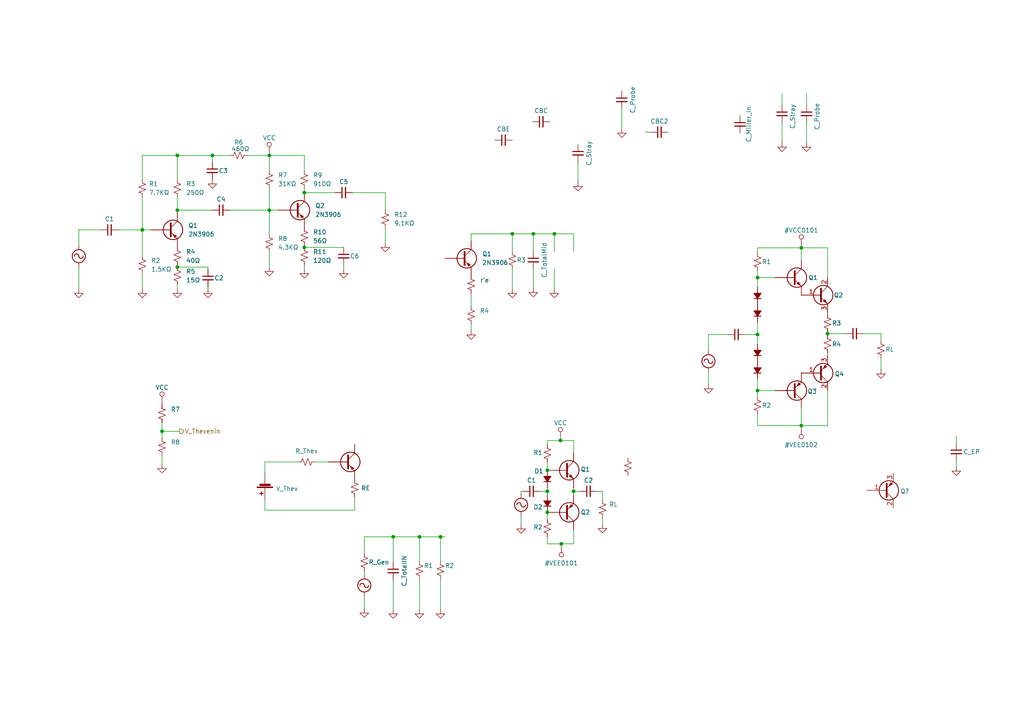
<source format=kicad_sch>
(kicad_sch (version 20211123) (generator eeschema)

  (uuid 04385689-89a4-4aa8-950e-a490843f5f0e)

  (paper "A4")

  (title_block
    (title "MultiStage Amplifier")
    (date "2024-01-05")
    (company "Idaho State University College of Technology")
    (comment 1 "Assistant Prof. Tim Leishman")
    (comment 2 "Robotics and Communication Systems")
  )

  (lib_symbols
    (symbol "2N3906_1" (pin_names (offset 0) hide) (in_bom yes) (on_board yes)
      (property "Reference" "Q2" (id 0) (at 5.715 1.2701 0)
        (effects (font (size 1.27 1.27)) (justify left))
      )
      (property "Value" "2N3906_1" (id 1) (at 5.715 -1.2699 0)
        (effects (font (size 1.27 1.27)) (justify left))
      )
      (property "Footprint" "Package_TO_SOT_THT:TO-92_Inline" (id 2) (at 5.08 -1.905 0)
        (effects (font (size 1.27 1.27) italic) (justify left) hide)
      )
      (property "Datasheet" "https://www.onsemi.com/pub/Collateral/2N3906-D.PDF" (id 3) (at 0 0 0)
        (effects (font (size 1.27 1.27)) (justify left) hide)
      )
      (property "ki_keywords" "PNP Transistor" (id 4) (at 0 0 0)
        (effects (font (size 1.27 1.27)) hide)
      )
      (property "ki_description" "-0.2A Ic, -40V Vce, Small Signal PNP Transistor, TO-92" (id 5) (at 0 0 0)
        (effects (font (size 1.27 1.27)) hide)
      )
      (property "ki_fp_filters" "TO?92*" (id 6) (at 0 0 0)
        (effects (font (size 1.27 1.27)) hide)
      )
      (symbol "2N3906_1_0_1"
        (polyline
          (pts
            (xy 0.635 0.635)
            (xy 2.54 2.54)
          )
          (stroke (width 0) (type default) (color 0 0 0 0))
          (fill (type none))
        )
        (polyline
          (pts
            (xy 0.635 -0.635)
            (xy 2.54 -2.54)
            (xy 2.54 -2.54)
          )
          (stroke (width 0) (type default) (color 0 0 0 0))
          (fill (type none))
        )
        (polyline
          (pts
            (xy 0.635 1.905)
            (xy 0.635 -1.905)
            (xy 0.635 -1.905)
          )
          (stroke (width 0.508) (type default) (color 0 0 0 0))
          (fill (type none))
        )
        (polyline
          (pts
            (xy 2.286 -1.778)
            (xy 1.778 -2.286)
            (xy 1.27 -1.27)
            (xy 2.286 -1.778)
            (xy 2.286 -1.778)
          )
          (stroke (width 0) (type default) (color 0 0 0 0))
          (fill (type outline))
        )
        (circle (center 1.27 0) (radius 2.8194)
          (stroke (width 0.254) (type default) (color 0 0 0 0))
          (fill (type none))
        )
      )
      (symbol "2N3906_1_1_1"
        (pin input line (at -5.08 0 0) (length 5.715)
          (name "B" (effects (font (size 1.27 1.27))))
          (number "" (effects (font (size 1.27 1.27))))
        )
        (pin passive line (at 2.54 5.08 270) (length 2.54)
          (name "C" (effects (font (size 1.27 1.27))))
          (number "" (effects (font (size 1.27 1.27))))
        )
        (pin passive line (at 2.54 -5.08 90) (length 2.54)
          (name "E" (effects (font (size 1.27 1.27))))
          (number "" (effects (font (size 1.27 1.27))))
        )
      )
    )
    (symbol "Device:Battery_Cell" (pin_numbers hide) (pin_names (offset 0) hide) (in_bom yes) (on_board yes)
      (property "Reference" "BT" (id 0) (at 2.54 2.54 0)
        (effects (font (size 1.27 1.27)) (justify left))
      )
      (property "Value" "Battery_Cell" (id 1) (at 2.54 0 0)
        (effects (font (size 1.27 1.27)) (justify left))
      )
      (property "Footprint" "" (id 2) (at 0 1.524 90)
        (effects (font (size 1.27 1.27)) hide)
      )
      (property "Datasheet" "~" (id 3) (at 0 1.524 90)
        (effects (font (size 1.27 1.27)) hide)
      )
      (property "ki_keywords" "battery cell" (id 4) (at 0 0 0)
        (effects (font (size 1.27 1.27)) hide)
      )
      (property "ki_description" "Single-cell battery" (id 5) (at 0 0 0)
        (effects (font (size 1.27 1.27)) hide)
      )
      (symbol "Battery_Cell_0_1"
        (rectangle (start -2.286 1.778) (end 2.286 1.524)
          (stroke (width 0) (type default) (color 0 0 0 0))
          (fill (type outline))
        )
        (rectangle (start -1.5748 1.1938) (end 1.4732 0.6858)
          (stroke (width 0) (type default) (color 0 0 0 0))
          (fill (type outline))
        )
        (polyline
          (pts
            (xy 0 0.762)
            (xy 0 0)
          )
          (stroke (width 0) (type default) (color 0 0 0 0))
          (fill (type none))
        )
        (polyline
          (pts
            (xy 0 1.778)
            (xy 0 2.54)
          )
          (stroke (width 0) (type default) (color 0 0 0 0))
          (fill (type none))
        )
        (polyline
          (pts
            (xy 0.508 3.429)
            (xy 1.524 3.429)
          )
          (stroke (width 0.254) (type default) (color 0 0 0 0))
          (fill (type none))
        )
        (polyline
          (pts
            (xy 1.016 3.937)
            (xy 1.016 2.921)
          )
          (stroke (width 0.254) (type default) (color 0 0 0 0))
          (fill (type none))
        )
      )
      (symbol "Battery_Cell_1_1"
        (pin passive line (at 0 5.08 270) (length 2.54)
          (name "+" (effects (font (size 1.27 1.27))))
          (number "1" (effects (font (size 1.27 1.27))))
        )
        (pin passive line (at 0 -2.54 90) (length 2.54)
          (name "-" (effects (font (size 1.27 1.27))))
          (number "2" (effects (font (size 1.27 1.27))))
        )
      )
    )
    (symbol "Device:C_Small" (pin_numbers hide) (pin_names (offset 0.254) hide) (in_bom yes) (on_board yes)
      (property "Reference" "C" (id 0) (at 0.254 1.778 0)
        (effects (font (size 1.27 1.27)) (justify left))
      )
      (property "Value" "C_Small" (id 1) (at 0.254 -2.032 0)
        (effects (font (size 1.27 1.27)) (justify left))
      )
      (property "Footprint" "" (id 2) (at 0 0 0)
        (effects (font (size 1.27 1.27)) hide)
      )
      (property "Datasheet" "~" (id 3) (at 0 0 0)
        (effects (font (size 1.27 1.27)) hide)
      )
      (property "ki_keywords" "capacitor cap" (id 4) (at 0 0 0)
        (effects (font (size 1.27 1.27)) hide)
      )
      (property "ki_description" "Unpolarized capacitor, small symbol" (id 5) (at 0 0 0)
        (effects (font (size 1.27 1.27)) hide)
      )
      (property "ki_fp_filters" "C_*" (id 6) (at 0 0 0)
        (effects (font (size 1.27 1.27)) hide)
      )
      (symbol "C_Small_0_1"
        (polyline
          (pts
            (xy -1.524 -0.508)
            (xy 1.524 -0.508)
          )
          (stroke (width 0.3302) (type default) (color 0 0 0 0))
          (fill (type none))
        )
        (polyline
          (pts
            (xy -1.524 0.508)
            (xy 1.524 0.508)
          )
          (stroke (width 0.3048) (type default) (color 0 0 0 0))
          (fill (type none))
        )
      )
      (symbol "C_Small_1_1"
        (pin passive line (at 0 2.54 270) (length 2.032)
          (name "~" (effects (font (size 1.27 1.27))))
          (number "1" (effects (font (size 1.27 1.27))))
        )
        (pin passive line (at 0 -2.54 90) (length 2.032)
          (name "~" (effects (font (size 1.27 1.27))))
          (number "2" (effects (font (size 1.27 1.27))))
        )
      )
    )
    (symbol "Device:D_Small_Filled" (pin_numbers hide) (pin_names (offset 0.254) hide) (in_bom yes) (on_board yes)
      (property "Reference" "D" (id 0) (at -1.27 2.032 0)
        (effects (font (size 1.27 1.27)) (justify left))
      )
      (property "Value" "D_Small_Filled" (id 1) (at -3.81 -2.032 0)
        (effects (font (size 1.27 1.27)) (justify left))
      )
      (property "Footprint" "" (id 2) (at 0 0 90)
        (effects (font (size 1.27 1.27)) hide)
      )
      (property "Datasheet" "~" (id 3) (at 0 0 90)
        (effects (font (size 1.27 1.27)) hide)
      )
      (property "ki_keywords" "diode" (id 4) (at 0 0 0)
        (effects (font (size 1.27 1.27)) hide)
      )
      (property "ki_description" "Diode, small symbol, filled shape" (id 5) (at 0 0 0)
        (effects (font (size 1.27 1.27)) hide)
      )
      (property "ki_fp_filters" "TO-???* *_Diode_* *SingleDiode* D_*" (id 6) (at 0 0 0)
        (effects (font (size 1.27 1.27)) hide)
      )
      (symbol "D_Small_Filled_0_1"
        (polyline
          (pts
            (xy -0.762 -1.016)
            (xy -0.762 1.016)
          )
          (stroke (width 0.254) (type default) (color 0 0 0 0))
          (fill (type none))
        )
        (polyline
          (pts
            (xy -0.762 0)
            (xy 0.762 0)
          )
          (stroke (width 0) (type default) (color 0 0 0 0))
          (fill (type none))
        )
        (polyline
          (pts
            (xy 0.762 -1.016)
            (xy -0.762 0)
            (xy 0.762 1.016)
            (xy 0.762 -1.016)
          )
          (stroke (width 0.254) (type default) (color 0 0 0 0))
          (fill (type outline))
        )
      )
      (symbol "D_Small_Filled_1_1"
        (pin passive line (at -2.54 0 0) (length 1.778)
          (name "K" (effects (font (size 1.27 1.27))))
          (number "1" (effects (font (size 1.27 1.27))))
        )
        (pin passive line (at 2.54 0 180) (length 1.778)
          (name "A" (effects (font (size 1.27 1.27))))
          (number "2" (effects (font (size 1.27 1.27))))
        )
      )
    )
    (symbol "Device:L_Small" (pin_numbers hide) (pin_names (offset 0.254) hide) (in_bom yes) (on_board yes)
      (property "Reference" "L" (id 0) (at 0.762 1.016 0)
        (effects (font (size 1.27 1.27)) (justify left))
      )
      (property "Value" "L_Small" (id 1) (at 0.762 -1.016 0)
        (effects (font (size 1.27 1.27)) (justify left))
      )
      (property "Footprint" "" (id 2) (at 0 0 0)
        (effects (font (size 1.27 1.27)) hide)
      )
      (property "Datasheet" "~" (id 3) (at 0 0 0)
        (effects (font (size 1.27 1.27)) hide)
      )
      (property "ki_keywords" "inductor choke coil reactor magnetic" (id 4) (at 0 0 0)
        (effects (font (size 1.27 1.27)) hide)
      )
      (property "ki_description" "Inductor, small symbol" (id 5) (at 0 0 0)
        (effects (font (size 1.27 1.27)) hide)
      )
      (property "ki_fp_filters" "Choke_* *Coil* Inductor_* L_*" (id 6) (at 0 0 0)
        (effects (font (size 1.27 1.27)) hide)
      )
      (symbol "L_Small_0_1"
        (arc (start 0 -2.032) (mid 0.508 -1.524) (end 0 -1.016)
          (stroke (width 0) (type default) (color 0 0 0 0))
          (fill (type none))
        )
        (arc (start 0 -1.016) (mid 0.508 -0.508) (end 0 0)
          (stroke (width 0) (type default) (color 0 0 0 0))
          (fill (type none))
        )
        (arc (start 0 0) (mid 0.508 0.508) (end 0 1.016)
          (stroke (width 0) (type default) (color 0 0 0 0))
          (fill (type none))
        )
        (arc (start 0 1.016) (mid 0.508 1.524) (end 0 2.032)
          (stroke (width 0) (type default) (color 0 0 0 0))
          (fill (type none))
        )
      )
      (symbol "L_Small_1_1"
        (pin passive line (at 0 2.54 270) (length 0.508)
          (name "~" (effects (font (size 1.27 1.27))))
          (number "1" (effects (font (size 1.27 1.27))))
        )
        (pin passive line (at 0 -2.54 90) (length 0.508)
          (name "~" (effects (font (size 1.27 1.27))))
          (number "2" (effects (font (size 1.27 1.27))))
        )
      )
    )
    (symbol "Device:Q_NPN_BCE" (pin_names (offset 0) hide) (in_bom yes) (on_board yes)
      (property "Reference" "Q1" (id 0) (at 5.08 1.2701 0)
        (effects (font (size 1.27 1.27)) (justify left))
      )
      (property "Value" "Q_NPN_BCE" (id 1) (at 5.08 -1.2699 0)
        (effects (font (size 1.27 1.27)) (justify left) hide)
      )
      (property "Footprint" "" (id 2) (at 5.08 2.54 0)
        (effects (font (size 1.27 1.27)) hide)
      )
      (property "Datasheet" "~" (id 3) (at 0 0 0)
        (effects (font (size 1.27 1.27)) hide)
      )
      (property "ki_keywords" "transistor NPN" (id 4) (at 0 0 0)
        (effects (font (size 1.27 1.27)) hide)
      )
      (property "ki_description" "NPN transistor, base/collector/emitter" (id 5) (at 0 0 0)
        (effects (font (size 1.27 1.27)) hide)
      )
      (symbol "Q_NPN_BCE_0_1"
        (polyline
          (pts
            (xy 0.635 0.635)
            (xy 2.54 2.54)
          )
          (stroke (width 0) (type default) (color 0 0 0 0))
          (fill (type none))
        )
        (polyline
          (pts
            (xy 0.635 -0.635)
            (xy 2.54 -2.54)
            (xy 2.54 -2.54)
          )
          (stroke (width 0) (type default) (color 0 0 0 0))
          (fill (type none))
        )
        (polyline
          (pts
            (xy 0.635 1.905)
            (xy 0.635 -1.905)
            (xy 0.635 -1.905)
          )
          (stroke (width 0.508) (type default) (color 0 0 0 0))
          (fill (type none))
        )
        (polyline
          (pts
            (xy 1.27 -1.778)
            (xy 1.778 -1.27)
            (xy 2.286 -2.286)
            (xy 1.27 -1.778)
            (xy 1.27 -1.778)
          )
          (stroke (width 0) (type default) (color 0 0 0 0))
          (fill (type outline))
        )
        (circle (center 1.27 0) (radius 2.8194)
          (stroke (width 0.254) (type default) (color 0 0 0 0))
          (fill (type none))
        )
      )
      (symbol "Q_NPN_BCE_1_1"
        (pin input line (at -5.08 0 0) (length 5.715)
          (name "B" (effects (font (size 1.27 1.27))))
          (number "" (effects (font (size 1.27 1.27))))
        )
        (pin passive line (at 2.54 5.08 270) (length 2.54)
          (name "C" (effects (font (size 1.27 1.27))))
          (number "" (effects (font (size 1.27 1.27))))
        )
        (pin passive line (at 2.54 -5.08 90) (length 2.54)
          (name "E" (effects (font (size 1.27 1.27))))
          (number "" (effects (font (size 1.27 1.27))))
        )
      )
    )
    (symbol "Device:R_Small_US" (pin_numbers hide) (pin_names (offset 0.254) hide) (in_bom yes) (on_board yes)
      (property "Reference" "R" (id 0) (at 0.762 0.508 0)
        (effects (font (size 1.27 1.27)) (justify left))
      )
      (property "Value" "R_Small_US" (id 1) (at 0.762 -1.016 0)
        (effects (font (size 1.27 1.27)) (justify left))
      )
      (property "Footprint" "" (id 2) (at 0 0 0)
        (effects (font (size 1.27 1.27)) hide)
      )
      (property "Datasheet" "~" (id 3) (at 0 0 0)
        (effects (font (size 1.27 1.27)) hide)
      )
      (property "ki_keywords" "r resistor" (id 4) (at 0 0 0)
        (effects (font (size 1.27 1.27)) hide)
      )
      (property "ki_description" "Resistor, small US symbol" (id 5) (at 0 0 0)
        (effects (font (size 1.27 1.27)) hide)
      )
      (property "ki_fp_filters" "R_*" (id 6) (at 0 0 0)
        (effects (font (size 1.27 1.27)) hide)
      )
      (symbol "R_Small_US_1_1"
        (polyline
          (pts
            (xy 0 0)
            (xy 1.016 -0.381)
            (xy 0 -0.762)
            (xy -1.016 -1.143)
            (xy 0 -1.524)
          )
          (stroke (width 0) (type default) (color 0 0 0 0))
          (fill (type none))
        )
        (polyline
          (pts
            (xy 0 1.524)
            (xy 1.016 1.143)
            (xy 0 0.762)
            (xy -1.016 0.381)
            (xy 0 0)
          )
          (stroke (width 0) (type default) (color 0 0 0 0))
          (fill (type none))
        )
        (pin passive line (at 0 2.54 270) (length 1.016)
          (name "~" (effects (font (size 1.27 1.27))))
          (number "1" (effects (font (size 1.27 1.27))))
        )
        (pin passive line (at 0 -2.54 90) (length 1.016)
          (name "~" (effects (font (size 1.27 1.27))))
          (number "2" (effects (font (size 1.27 1.27))))
        )
      )
    )
    (symbol "Transistor_BJT:TIP41" (pin_names (offset 0) hide) (in_bom yes) (on_board yes)
      (property "Reference" "Q" (id 0) (at 6.35 1.905 0)
        (effects (font (size 1.27 1.27)) (justify left))
      )
      (property "Value" "TIP41" (id 1) (at 6.35 0 0)
        (effects (font (size 1.27 1.27)) (justify left))
      )
      (property "Footprint" "Package_TO_SOT_THT:TO-220-3_Vertical" (id 2) (at 6.35 -1.905 0)
        (effects (font (size 1.27 1.27) italic) (justify left) hide)
      )
      (property "Datasheet" "https://www.centralsemi.com/get_document.php?cmp=1&mergetype=pd&mergepath=pd&pdf_id=tip41.PDF" (id 3) (at 0 0 0)
        (effects (font (size 1.27 1.27)) (justify left) hide)
      )
      (property "ki_keywords" "power NPN Transistor" (id 4) (at 0 0 0)
        (effects (font (size 1.27 1.27)) hide)
      )
      (property "ki_description" "6A Ic, 40V Vce, Power NPN Transistor, TO-220" (id 5) (at 0 0 0)
        (effects (font (size 1.27 1.27)) hide)
      )
      (property "ki_fp_filters" "TO?220*" (id 6) (at 0 0 0)
        (effects (font (size 1.27 1.27)) hide)
      )
      (symbol "TIP41_0_1"
        (polyline
          (pts
            (xy 0.635 0.635)
            (xy 2.54 2.54)
          )
          (stroke (width 0) (type default) (color 0 0 0 0))
          (fill (type none))
        )
        (polyline
          (pts
            (xy 0.635 -0.635)
            (xy 2.54 -2.54)
            (xy 2.54 -2.54)
          )
          (stroke (width 0) (type default) (color 0 0 0 0))
          (fill (type none))
        )
        (polyline
          (pts
            (xy 0.635 1.905)
            (xy 0.635 -1.905)
            (xy 0.635 -1.905)
          )
          (stroke (width 0.508) (type default) (color 0 0 0 0))
          (fill (type none))
        )
        (polyline
          (pts
            (xy 1.27 -1.778)
            (xy 1.778 -1.27)
            (xy 2.286 -2.286)
            (xy 1.27 -1.778)
            (xy 1.27 -1.778)
          )
          (stroke (width 0) (type default) (color 0 0 0 0))
          (fill (type outline))
        )
        (circle (center 1.27 0) (radius 2.8194)
          (stroke (width 0.254) (type default) (color 0 0 0 0))
          (fill (type none))
        )
      )
      (symbol "TIP41_1_1"
        (pin input line (at -5.08 0 0) (length 5.715)
          (name "B" (effects (font (size 1.27 1.27))))
          (number "1" (effects (font (size 1.27 1.27))))
        )
        (pin passive line (at 2.54 5.08 270) (length 2.54)
          (name "C" (effects (font (size 1.27 1.27))))
          (number "2" (effects (font (size 1.27 1.27))))
        )
        (pin passive line (at 2.54 -5.08 90) (length 2.54)
          (name "E" (effects (font (size 1.27 1.27))))
          (number "3" (effects (font (size 1.27 1.27))))
        )
      )
    )
    (symbol "Transistor_BJT:TIP42" (pin_names (offset 0) hide) (in_bom yes) (on_board yes)
      (property "Reference" "Q" (id 0) (at 6.35 1.905 0)
        (effects (font (size 1.27 1.27)) (justify left))
      )
      (property "Value" "TIP42" (id 1) (at 6.35 0 0)
        (effects (font (size 1.27 1.27)) (justify left))
      )
      (property "Footprint" "Package_TO_SOT_THT:TO-220-3_Vertical" (id 2) (at 6.35 -1.905 0)
        (effects (font (size 1.27 1.27) italic) (justify left) hide)
      )
      (property "Datasheet" "https://www.centralsemi.com/get_document.php?cmp=1&mergetype=pd&mergepath=pd&pdf_id=TIP42.PDF" (id 3) (at 0 0 0)
        (effects (font (size 1.27 1.27)) (justify left) hide)
      )
      (property "ki_keywords" "power PNP Transistor" (id 4) (at 0 0 0)
        (effects (font (size 1.27 1.27)) hide)
      )
      (property "ki_description" "-6A Ic, -40V Vce, Power PNP Transistor, TO-220" (id 5) (at 0 0 0)
        (effects (font (size 1.27 1.27)) hide)
      )
      (property "ki_fp_filters" "TO?220*" (id 6) (at 0 0 0)
        (effects (font (size 1.27 1.27)) hide)
      )
      (symbol "TIP42_0_1"
        (polyline
          (pts
            (xy 0.635 0.635)
            (xy 2.54 2.54)
          )
          (stroke (width 0) (type default) (color 0 0 0 0))
          (fill (type none))
        )
        (polyline
          (pts
            (xy 0.635 -0.635)
            (xy 2.54 -2.54)
            (xy 2.54 -2.54)
          )
          (stroke (width 0) (type default) (color 0 0 0 0))
          (fill (type none))
        )
        (polyline
          (pts
            (xy 0.635 1.905)
            (xy 0.635 -1.905)
            (xy 0.635 -1.905)
          )
          (stroke (width 0.508) (type default) (color 0 0 0 0))
          (fill (type none))
        )
        (polyline
          (pts
            (xy 2.286 -1.778)
            (xy 1.778 -2.286)
            (xy 1.27 -1.27)
            (xy 2.286 -1.778)
            (xy 2.286 -1.778)
          )
          (stroke (width 0) (type default) (color 0 0 0 0))
          (fill (type outline))
        )
        (circle (center 1.27 0) (radius 2.8194)
          (stroke (width 0.254) (type default) (color 0 0 0 0))
          (fill (type none))
        )
      )
      (symbol "TIP42_1_1"
        (pin input line (at -5.08 0 0) (length 5.715)
          (name "B" (effects (font (size 1.27 1.27))))
          (number "1" (effects (font (size 1.27 1.27))))
        )
        (pin passive line (at 2.54 5.08 270) (length 2.54)
          (name "C" (effects (font (size 1.27 1.27))))
          (number "2" (effects (font (size 1.27 1.27))))
        )
        (pin passive line (at 2.54 -5.08 90) (length 2.54)
          (name "E" (effects (font (size 1.27 1.27))))
          (number "3" (effects (font (size 1.27 1.27))))
        )
      )
    )
    (symbol "VCC_1" (power) (pin_names (offset 0)) (in_bom yes) (on_board yes)
      (property "Reference" "#PWR07" (id 0) (at 0 -3.81 0)
        (effects (font (size 1.27 1.27)) hide)
      )
      (property "Value" "VCC_1" (id 1) (at 0 5.08 0)
        (effects (font (size 1.27 1.27)))
      )
      (property "Footprint" "" (id 2) (at 0 0 0)
        (effects (font (size 1.27 1.27)) hide)
      )
      (property "Datasheet" "" (id 3) (at 0 0 0)
        (effects (font (size 1.27 1.27)) hide)
      )
      (property "ki_keywords" "global power" (id 4) (at 0 0 0)
        (effects (font (size 1.27 1.27)) hide)
      )
      (property "ki_description" "Power symbol creates a global label with name \"VCC\"" (id 5) (at 0 0 0)
        (effects (font (size 1.27 1.27)) hide)
      )
      (symbol "VCC_1_0_1"
        (polyline
          (pts
            (xy 0 0)
            (xy 0 2.54)
          )
          (stroke (width 0) (type default) (color 0 0 0 0))
          (fill (type none))
        )
        (circle (center 0 3.175) (radius 0.635)
          (stroke (width 0) (type default) (color 0 0 0 0))
          (fill (type none))
        )
      )
      (symbol "VCC_1_1_1"
        (pin power_in line (at 0 0 90) (length 0) hide
          (name "VCC" (effects (font (size 1.27 1.27))))
          (number "1" (effects (font (size 1.27 1.27))))
        )
      )
    )
    (symbol "power:AC" (power) (pin_names (offset 0)) (in_bom yes) (on_board yes)
      (property "Reference" "#PWR?" (id 0) (at 0 -2.54 0)
        (effects (font (size 1.27 1.27)) hide)
      )
      (property "Value" "AC" (id 1) (at 0 8.255 0)
        (effects (font (size 1.27 1.27)))
      )
      (property "Footprint" "" (id 2) (at 0 0 0)
        (effects (font (size 1.27 1.27)) hide)
      )
      (property "Datasheet" "" (id 3) (at 0 0 0)
        (effects (font (size 1.27 1.27)) hide)
      )
      (property "ki_keywords" "global power" (id 4) (at 0 0 0)
        (effects (font (size 1.27 1.27)) hide)
      )
      (property "ki_description" "Power symbol creates a global label with name \"AC\"" (id 5) (at 0 0 0)
        (effects (font (size 1.27 1.27)) hide)
      )
      (symbol "AC_0_1"
        (polyline
          (pts
            (xy 0 0)
            (xy 0 1.27)
          )
          (stroke (width 0) (type default) (color 0 0 0 0))
          (fill (type none))
        )
        (polyline
          (pts
            (xy 0 5.08)
            (xy 0 6.35)
          )
          (stroke (width 0) (type default) (color 0 0 0 0))
          (fill (type none))
        )
        (arc (start 0 3.175) (mid -0.635 3.81) (end -1.27 3.175)
          (stroke (width 0.254) (type default) (color 0 0 0 0))
          (fill (type none))
        )
        (arc (start 0 3.175) (mid 0.635 2.54) (end 1.27 3.175)
          (stroke (width 0.254) (type default) (color 0 0 0 0))
          (fill (type none))
        )
        (circle (center 0 3.175) (radius 1.905)
          (stroke (width 0.254) (type default) (color 0 0 0 0))
          (fill (type none))
        )
      )
      (symbol "AC_1_1"
        (pin power_in line (at 0 0 90) (length 0) hide
          (name "AC" (effects (font (size 1.27 1.27))))
          (number "1" (effects (font (size 1.27 1.27))))
        )
        (pin power_in line (at 0 6.35 90) (length 0) hide
          (name "AC" (effects (font (size 1.27 1.27))))
          (number "1" (effects (font (size 1.27 1.27))))
        )
      )
    )
    (symbol "power:GND" (power) (pin_names (offset 0)) (in_bom yes) (on_board yes)
      (property "Reference" "#PWR" (id 0) (at 0 -6.35 0)
        (effects (font (size 1.27 1.27)) hide)
      )
      (property "Value" "GND" (id 1) (at 0 -3.81 0)
        (effects (font (size 1.27 1.27)))
      )
      (property "Footprint" "" (id 2) (at 0 0 0)
        (effects (font (size 1.27 1.27)) hide)
      )
      (property "Datasheet" "" (id 3) (at 0 0 0)
        (effects (font (size 1.27 1.27)) hide)
      )
      (property "ki_keywords" "global power" (id 4) (at 0 0 0)
        (effects (font (size 1.27 1.27)) hide)
      )
      (property "ki_description" "Power symbol creates a global label with name \"GND\" , ground" (id 5) (at 0 0 0)
        (effects (font (size 1.27 1.27)) hide)
      )
      (symbol "GND_0_1"
        (polyline
          (pts
            (xy 0 0)
            (xy 0 -1.27)
            (xy 1.27 -1.27)
            (xy 0 -2.54)
            (xy -1.27 -1.27)
            (xy 0 -1.27)
          )
          (stroke (width 0) (type default) (color 0 0 0 0))
          (fill (type none))
        )
      )
      (symbol "GND_1_1"
        (pin power_in line (at 0 0 270) (length 0) hide
          (name "GND" (effects (font (size 1.27 1.27))))
          (number "1" (effects (font (size 1.27 1.27))))
        )
      )
    )
    (symbol "power:VCC" (power) (pin_names (offset 0)) (in_bom yes) (on_board yes)
      (property "Reference" "#PWR?" (id 0) (at 0 -3.81 0)
        (effects (font (size 1.27 1.27)) hide)
      )
      (property "Value" "VCC" (id 1) (at 0 5.08 0)
        (effects (font (size 1.27 1.27)))
      )
      (property "Footprint" "" (id 2) (at 0 0 0)
        (effects (font (size 1.27 1.27)) hide)
      )
      (property "Datasheet" "" (id 3) (at 0 0 0)
        (effects (font (size 1.27 1.27)) hide)
      )
      (property "ki_keywords" "global power" (id 4) (at 0 0 0)
        (effects (font (size 1.27 1.27)) hide)
      )
      (property "ki_description" "Power symbol creates a global label with name \"VCC\"" (id 5) (at 0 0 0)
        (effects (font (size 1.27 1.27)) hide)
      )
      (symbol "VCC_0_1"
        (polyline
          (pts
            (xy 0 0)
            (xy 0 2.54)
          )
          (stroke (width 0) (type default) (color 0 0 0 0))
          (fill (type none))
        )
        (circle (center 0 3.175) (radius 0.635)
          (stroke (width 0) (type default) (color 0 0 0 0))
          (fill (type none))
        )
      )
      (symbol "VCC_1_1"
        (pin power_in line (at 0 0 90) (length 0) hide
          (name "VCC" (effects (font (size 1.27 1.27))))
          (number "1" (effects (font (size 1.27 1.27))))
        )
      )
    )
  )

  (junction (at 154.686 67.818) (diameter 0) (color 0 0 0 0)
    (uuid 00d9c62f-7ab9-4a1c-b1c0-7c9167677ac9)
  )
  (junction (at 160.782 67.818) (diameter 0) (color 0 0 0 0)
    (uuid 00fdcb8f-5540-4f1d-88e0-0f9fb6827367)
  )
  (junction (at 148.59 67.818) (diameter 0) (color 0 0 0 0)
    (uuid 0163c913-ee8d-4d30-aaa9-b1598a7ed280)
  )
  (junction (at 232.41 123.444) (diameter 0) (color 0 0 0 0)
    (uuid 0b8609bd-80c9-4b2b-ab0f-33239f042b5d)
  )
  (junction (at 41.275 66.675) (diameter 0) (color 0 0 0 0)
    (uuid 193a4014-aa78-4e06-a74d-1e7b081e9157)
  )
  (junction (at 51.435 77.47) (diameter 0) (color 0 0 0 0)
    (uuid 2894b861-ed0a-4e34-951c-00f7955c2d98)
  )
  (junction (at 61.595 45.085) (diameter 0) (color 0 0 0 0)
    (uuid 31293337-f16d-4e3e-baf9-d918f546920b)
  )
  (junction (at 46.99 125.095) (diameter 0) (color 0 0 0 0)
    (uuid 34051c70-f65c-496c-b858-949d862027bb)
  )
  (junction (at 166.37 142.494) (diameter 0) (color 0 0 0 0)
    (uuid 3cab7e0a-c9d3-415f-9261-6de231bd0543)
  )
  (junction (at 332.994 108.966) (diameter 0) (color 0 0 0 0)
    (uuid 42b5de3e-5714-4d70-bc49-e0f5c552ff39)
  )
  (junction (at 338.582 155.194) (diameter 0) (color 0 0 0 0)
    (uuid 476e419b-039d-4a1e-b212-18364c1d94d9)
  )
  (junction (at 338.582 149.352) (diameter 0) (color 0 0 0 0)
    (uuid 486cd331-b6e0-4625-965d-c9c84c53fa12)
  )
  (junction (at 158.75 142.494) (diameter 0) (color 0 0 0 0)
    (uuid 4cac5e95-37a5-4da7-8571-b2f2704f85c2)
  )
  (junction (at 162.814 157.734) (diameter 0) (color 0 0 0 0)
    (uuid 64df916d-e305-450f-9225-d62f253742d8)
  )
  (junction (at 219.71 97.028) (diameter 0) (color 0 0 0 0)
    (uuid 6780a6b0-da13-4821-9d36-ba9c5894a7dd)
  )
  (junction (at 158.75 148.59) (diameter 0) (color 0 0 0 0)
    (uuid 80c3a13d-67d8-47e6-9622-26e6119df162)
  )
  (junction (at 114.046 155.702) (diameter 0) (color 0 0 0 0)
    (uuid 8976e16f-a5ad-4e0e-b674-eabda434942d)
  )
  (junction (at 162.56 127.762) (diameter 0) (color 0 0 0 0)
    (uuid 916c59c8-85eb-4428-a1c7-f29fc1cac930)
  )
  (junction (at 338.582 156.972) (diameter 0) (color 0 0 0 0)
    (uuid a8d95598-6b99-4c01-abbb-20fa63cabb54)
  )
  (junction (at 51.435 45.085) (diameter 0) (color 0 0 0 0)
    (uuid a979be93-8d28-44d2-af90-cf62065e5b6f)
  )
  (junction (at 88.265 55.88) (diameter 0) (color 0 0 0 0)
    (uuid bbb42833-0f33-44dc-88c2-60a9b5d2cdfd)
  )
  (junction (at 51.435 60.96) (diameter 0) (color 0 0 0 0)
    (uuid c20e20ca-cca8-41cf-8f50-69c3bde1783e)
  )
  (junction (at 127.762 155.702) (diameter 0) (color 0 0 0 0)
    (uuid c562921e-9507-40ae-b897-f216729cdd2d)
  )
  (junction (at 88.265 71.755) (diameter 0) (color 0 0 0 0)
    (uuid caa29ec4-9ef3-4325-970c-7ed446a07005)
  )
  (junction (at 78.105 60.96) (diameter 0) (color 0 0 0 0)
    (uuid ceaa1d6d-9765-4961-8d83-d0ffcd664b36)
  )
  (junction (at 121.666 155.702) (diameter 0) (color 0 0 0 0)
    (uuid d4aa2665-5662-4e6a-96df-bb668f832567)
  )
  (junction (at 78.105 45.085) (diameter 0) (color 0 0 0 0)
    (uuid db1cc4c3-b5cb-4ff0-ac28-f4043e926842)
  )
  (junction (at 219.71 113.284) (diameter 0) (color 0 0 0 0)
    (uuid dc151442-1a41-4609-859b-5276bd21623d)
  )
  (junction (at 324.612 108.966) (diameter 0) (color 0 0 0 0)
    (uuid e158c18d-04f2-4270-86fb-8d96e3983073)
  )
  (junction (at 158.75 136.398) (diameter 0) (color 0 0 0 0)
    (uuid e38128a9-ca13-4036-b99d-11e506c7a0bd)
  )
  (junction (at 330.962 162.052) (diameter 0) (color 0 0 0 0)
    (uuid e3f8a0dc-0258-43f6-8f7c-f14219161546)
  )
  (junction (at 240.03 96.774) (diameter 0) (color 0 0 0 0)
    (uuid e8134eab-6799-4f93-9d2e-8281562b1cd0)
  )
  (junction (at 232.41 71.882) (diameter 0) (color 0 0 0 0)
    (uuid f153e6ea-9ebc-4a4e-b8ae-a4d44ebb13e1)
  )
  (junction (at 219.71 80.518) (diameter 0) (color 0 0 0 0)
    (uuid f162e6d2-f2fc-426f-8e1d-c0dc28e91e60)
  )

  (wire (pts (xy 205.486 107.95) (xy 205.486 111.506))
    (stroke (width 0) (type default) (color 0 0 0 0))
    (uuid 0087cb31-832b-449c-8f1b-7d8842d0004a)
  )
  (wire (pts (xy 60.325 77.47) (xy 51.435 77.47))
    (stroke (width 0) (type default) (color 0 0 0 0))
    (uuid 02f0999a-748a-44ca-9e74-bd8dba22f5e3)
  )
  (wire (pts (xy 166.37 141.478) (xy 166.37 142.494))
    (stroke (width 0) (type default) (color 0 0 0 0))
    (uuid 03abfca2-5f69-4d24-89f0-e1b4b1332820)
  )
  (wire (pts (xy 219.71 73.406) (xy 219.71 71.882))
    (stroke (width 0) (type default) (color 0 0 0 0))
    (uuid 05acd82d-84b6-4813-b102-0d4b35e95afc)
  )
  (wire (pts (xy 240.03 113.284) (xy 240.03 123.444))
    (stroke (width 0) (type default) (color 0 0 0 0))
    (uuid 079a17b9-a7a0-4da3-85b9-6f62a0ebc919)
  )
  (wire (pts (xy 233.934 30.48) (xy 233.934 27.178))
    (stroke (width 0) (type default) (color 0 0 0 0))
    (uuid 085ab971-dc33-46a5-81fd-026ebdabe2c9)
  )
  (wire (pts (xy 219.71 109.982) (xy 219.71 113.284))
    (stroke (width 0) (type default) (color 0 0 0 0))
    (uuid 0a682f43-c9ff-4a51-a1fe-5d30c499dc70)
  )
  (wire (pts (xy 51.435 57.15) (xy 51.435 60.96))
    (stroke (width 0) (type default) (color 0 0 0 0))
    (uuid 0c2ece0a-063c-4efc-a178-dfa1f7765cd9)
  )
  (wire (pts (xy 41.275 45.085) (xy 51.435 45.085))
    (stroke (width 0) (type default) (color 0 0 0 0))
    (uuid 0db65a5e-3519-4da1-b47a-e4956f41ed5a)
  )
  (wire (pts (xy 61.595 60.96) (xy 51.435 60.96))
    (stroke (width 0) (type default) (color 0 0 0 0))
    (uuid 0f9fb57d-d213-4201-936c-291906b5f08f)
  )
  (wire (pts (xy 121.666 167.894) (xy 121.666 176.784))
    (stroke (width 0) (type default) (color 0 0 0 0))
    (uuid 1046e4fc-2229-44a5-95a9-b0f51ae1db88)
  )
  (wire (pts (xy 78.105 60.96) (xy 78.105 67.945))
    (stroke (width 0) (type default) (color 0 0 0 0))
    (uuid 10955e3b-fcd2-403b-82fd-2d2784ed1c65)
  )
  (wire (pts (xy 232.41 123.444) (xy 219.71 123.444))
    (stroke (width 0) (type default) (color 0 0 0 0))
    (uuid 12b6e766-318f-4664-846a-845d4f786e9d)
  )
  (wire (pts (xy 219.71 113.284) (xy 224.79 113.284))
    (stroke (width 0) (type default) (color 0 0 0 0))
    (uuid 133b7b28-6388-44c5-b383-85bb8f468a40)
  )
  (wire (pts (xy 80.645 60.96) (xy 78.105 60.96))
    (stroke (width 0) (type default) (color 0 0 0 0))
    (uuid 13a473ab-c3f0-4002-bb36-258cf70ca8af)
  )
  (wire (pts (xy 46.99 132.08) (xy 46.99 134.62))
    (stroke (width 0) (type default) (color 0 0 0 0))
    (uuid 13b06863-6dc2-40bc-93e1-93a118d0076b)
  )
  (wire (pts (xy 46.99 125.095) (xy 46.99 127))
    (stroke (width 0) (type default) (color 0 0 0 0))
    (uuid 1403e5a5-17dc-419e-a729-01fd88789cd3)
  )
  (wire (pts (xy 148.59 77.978) (xy 148.59 83.82))
    (stroke (width 0) (type default) (color 0 0 0 0))
    (uuid 1438c749-9d8c-4d82-b5b1-21e27175077f)
  )
  (wire (pts (xy 78.105 45.085) (xy 88.265 45.085))
    (stroke (width 0) (type default) (color 0 0 0 0))
    (uuid 16d395e6-b001-48ac-a418-c338bc916ab2)
  )
  (wire (pts (xy 151.13 142.494) (xy 151.638 142.494))
    (stroke (width 0) (type default) (color 0 0 0 0))
    (uuid 179e9d30-7c44-4f67-9e1e-a2b364e3c84f)
  )
  (wire (pts (xy 240.03 123.444) (xy 232.41 123.444))
    (stroke (width 0) (type default) (color 0 0 0 0))
    (uuid 1894bcb9-b4b5-4efe-ac10-524f4628ca3b)
  )
  (wire (pts (xy 166.37 142.494) (xy 166.37 143.51))
    (stroke (width 0) (type default) (color 0 0 0 0))
    (uuid 1937377c-dfa3-474c-9246-1f2ed123381b)
  )
  (wire (pts (xy 88.265 45.085) (xy 88.265 49.53))
    (stroke (width 0) (type default) (color 0 0 0 0))
    (uuid 1aca6ae8-9b98-49e1-975f-e17258f79dcb)
  )
  (wire (pts (xy 158.75 129.032) (xy 158.75 127.762))
    (stroke (width 0) (type default) (color 0 0 0 0))
    (uuid 1d7ced65-93dd-44ac-9a15-e92cb04b1440)
  )
  (wire (pts (xy 154.686 72.898) (xy 154.686 67.818))
    (stroke (width 0) (type default) (color 0 0 0 0))
    (uuid 1f0abe20-9e02-49a3-a783-5fa50cccf61d)
  )
  (wire (pts (xy 240.03 96.774) (xy 245.364 96.774))
    (stroke (width 0) (type default) (color 0 0 0 0))
    (uuid 1ff8b07d-aa29-4b60-b22c-24acf9706739)
  )
  (wire (pts (xy 219.71 71.882) (xy 232.41 71.882))
    (stroke (width 0) (type default) (color 0 0 0 0))
    (uuid 203bec17-8e83-4dfa-9a14-1717586bbde3)
  )
  (wire (pts (xy 166.37 67.818) (xy 166.37 72.898))
    (stroke (width 0) (type default) (color 0 0 0 0))
    (uuid 225c95ba-e0ab-472d-a384-9a56a2948f86)
  )
  (wire (pts (xy 88.265 71.12) (xy 88.265 71.755))
    (stroke (width 0) (type default) (color 0 0 0 0))
    (uuid 2417f3a1-53d1-48f7-91fe-f882482d6d5c)
  )
  (wire (pts (xy 66.675 60.96) (xy 78.105 60.96))
    (stroke (width 0) (type default) (color 0 0 0 0))
    (uuid 24311f39-85d5-4351-92a8-77a5e938e258)
  )
  (wire (pts (xy 332.994 118.364) (xy 332.994 123.19))
    (stroke (width 0) (type default) (color 0 0 0 0))
    (uuid 24b14c9f-6050-438f-96c6-1ab7ac90313c)
  )
  (wire (pts (xy 41.275 57.15) (xy 41.275 66.675))
    (stroke (width 0) (type default) (color 0 0 0 0))
    (uuid 2533c004-c7aa-4dff-b456-de03d7c63ecb)
  )
  (wire (pts (xy 232.41 118.364) (xy 232.41 123.444))
    (stroke (width 0) (type default) (color 0 0 0 0))
    (uuid 25976761-adf3-4915-87aa-adeb6a507625)
  )
  (wire (pts (xy 158.75 134.112) (xy 158.75 136.398))
    (stroke (width 0) (type default) (color 0 0 0 0))
    (uuid 26dcebca-ad5b-4300-bbd0-ee082f8d9c65)
  )
  (wire (pts (xy 173.228 142.494) (xy 174.752 142.494))
    (stroke (width 0) (type default) (color 0 0 0 0))
    (uuid 276e74d0-cf6f-4cb0-9169-e5a39acdf8eb)
  )
  (wire (pts (xy 324.612 108.966) (xy 332.994 108.966))
    (stroke (width 0) (type default) (color 0 0 0 0))
    (uuid 289d9cf8-9551-4453-82c3-df53f2d06fdf)
  )
  (wire (pts (xy 127.762 162.814) (xy 127.762 155.702))
    (stroke (width 0) (type default) (color 0 0 0 0))
    (uuid 293f4524-ef1f-4278-9262-2f3f219ac403)
  )
  (wire (pts (xy 105.664 172.974) (xy 105.664 176.53))
    (stroke (width 0) (type default) (color 0 0 0 0))
    (uuid 2c0e0352-2e30-4690-b99f-98b99221d25a)
  )
  (wire (pts (xy 88.265 54.61) (xy 88.265 55.88))
    (stroke (width 0) (type default) (color 0 0 0 0))
    (uuid 2d9fed00-c726-44d7-bb18-6b4a76440e5f)
  )
  (wire (pts (xy 105.664 160.528) (xy 105.664 155.702))
    (stroke (width 0) (type default) (color 0 0 0 0))
    (uuid 316981a5-767e-4b35-8ff8-1d482254633d)
  )
  (wire (pts (xy 114.046 163.068) (xy 114.046 155.702))
    (stroke (width 0) (type default) (color 0 0 0 0))
    (uuid 35e7bf3f-b078-4a7f-9692-d7304d3a7032)
  )
  (wire (pts (xy 22.86 77.47) (xy 22.86 83.82))
    (stroke (width 0) (type default) (color 0 0 0 0))
    (uuid 35efa319-0072-4dde-9470-a6a2e5ab2b9f)
  )
  (wire (pts (xy 325.374 162.56) (xy 325.374 162.052))
    (stroke (width 0) (type default) (color 0 0 0 0))
    (uuid 35f115ee-00af-4237-a8d1-0b989df97dc2)
  )
  (wire (pts (xy 347.218 156.972) (xy 349.25 156.972))
    (stroke (width 0) (type default) (color 0 0 0 0))
    (uuid 3a2098dd-bb41-4ce3-ae28-65940b466f72)
  )
  (wire (pts (xy 180.34 31.496) (xy 180.34 37.338))
    (stroke (width 0) (type default) (color 0 0 0 0))
    (uuid 3a61d227-beb3-4e2a-a0d7-80c51bbf304b)
  )
  (wire (pts (xy 61.595 45.085) (xy 66.675 45.085))
    (stroke (width 0) (type default) (color 0 0 0 0))
    (uuid 3b64eeef-6365-4669-9759-7e51a892e466)
  )
  (wire (pts (xy 226.822 35.56) (xy 226.822 41.402))
    (stroke (width 0) (type default) (color 0 0 0 0))
    (uuid 3e68e238-45f6-46db-a045-f622fdb9bf57)
  )
  (wire (pts (xy 102.87 147.955) (xy 102.87 144.145))
    (stroke (width 0) (type default) (color 0 0 0 0))
    (uuid 3fa5c509-e36e-441c-a0bf-42a7d146d2c0)
  )
  (wire (pts (xy 111.76 55.88) (xy 111.76 60.96))
    (stroke (width 0) (type default) (color 0 0 0 0))
    (uuid 409cf624-0b1e-4ff4-a0cc-53643d1b6172)
  )
  (wire (pts (xy 166.37 127.762) (xy 162.56 127.762))
    (stroke (width 0) (type default) (color 0 0 0 0))
    (uuid 4196202c-d4a5-4d23-a3cc-c5a95b4fa549)
  )
  (wire (pts (xy 154.686 67.818) (xy 160.782 67.818))
    (stroke (width 0) (type default) (color 0 0 0 0))
    (uuid 42d10e61-25bf-485d-94f0-fe251df7b68e)
  )
  (wire (pts (xy 51.435 76.835) (xy 51.435 77.47))
    (stroke (width 0) (type default) (color 0 0 0 0))
    (uuid 430192a9-44fb-4d0f-ae7f-34137bec2537)
  )
  (wire (pts (xy 91.44 133.985) (xy 95.25 133.985))
    (stroke (width 0) (type default) (color 0 0 0 0))
    (uuid 430feec1-4647-4c40-a84e-489b9fd9b2a8)
  )
  (wire (pts (xy 330.962 162.052) (xy 330.962 163.068))
    (stroke (width 0) (type default) (color 0 0 0 0))
    (uuid 43877c08-2150-4808-ad23-1d273a9a0f52)
  )
  (wire (pts (xy 219.71 80.518) (xy 224.79 80.518))
    (stroke (width 0) (type default) (color 0 0 0 0))
    (uuid 4533e326-2925-4d28-b949-7407b0b1b7cc)
  )
  (wire (pts (xy 76.835 147.955) (xy 102.87 147.955))
    (stroke (width 0) (type default) (color 0 0 0 0))
    (uuid 468761aa-6d3f-4315-989d-e7bd64afbefe)
  )
  (wire (pts (xy 255.524 98.806) (xy 255.524 96.774))
    (stroke (width 0) (type default) (color 0 0 0 0))
    (uuid 470f5d64-f6da-46ba-83f7-d51f7cd2df55)
  )
  (wire (pts (xy 88.265 76.835) (xy 88.265 78.105))
    (stroke (width 0) (type default) (color 0 0 0 0))
    (uuid 47262d03-48c1-4753-a170-d179a3e7ecf8)
  )
  (wire (pts (xy 324.612 112.268) (xy 324.612 108.966))
    (stroke (width 0) (type default) (color 0 0 0 0))
    (uuid 48cef7b3-ca75-42a8-afbe-293014295246)
  )
  (wire (pts (xy 114.046 155.702) (xy 121.666 155.702))
    (stroke (width 0) (type default) (color 0 0 0 0))
    (uuid 4ad66268-2fad-4e3c-8d52-478aca672122)
  )
  (wire (pts (xy 76.835 144.78) (xy 76.835 147.955))
    (stroke (width 0) (type default) (color 0 0 0 0))
    (uuid 4afa787a-9317-4926-88e2-2df0d9e7741c)
  )
  (wire (pts (xy 167.64 46.99) (xy 167.64 52.832))
    (stroke (width 0) (type default) (color 0 0 0 0))
    (uuid 4d60b543-a7a6-431d-81d5-3b26d0501ac7)
  )
  (wire (pts (xy 160.782 77.978) (xy 160.782 83.82))
    (stroke (width 0) (type default) (color 0 0 0 0))
    (uuid 4dee3aaa-6942-487c-9d7c-57a36f3555e2)
  )
  (wire (pts (xy 158.75 127.762) (xy 162.56 127.762))
    (stroke (width 0) (type default) (color 0 0 0 0))
    (uuid 4fb96912-6d3b-4dba-95e9-4150e26f9c92)
  )
  (wire (pts (xy 338.582 156.972) (xy 338.582 155.194))
    (stroke (width 0) (type default) (color 0 0 0 0))
    (uuid 5037f541-a0cd-49db-8140-1f807e3c2c1e)
  )
  (wire (pts (xy 114.046 168.148) (xy 114.046 176.784))
    (stroke (width 0) (type default) (color 0 0 0 0))
    (uuid 52323c13-7884-4398-9434-ca7e016e7d96)
  )
  (wire (pts (xy 240.03 90.678) (xy 240.03 91.186))
    (stroke (width 0) (type default) (color 0 0 0 0))
    (uuid 549910cc-8210-4622-ad35-d386ecfc429e)
  )
  (wire (pts (xy 338.582 149.352) (xy 335.788 149.352))
    (stroke (width 0) (type default) (color 0 0 0 0))
    (uuid 5514dda3-ea31-4e8c-9427-9ef99669aa1a)
  )
  (wire (pts (xy 51.435 45.085) (xy 61.595 45.085))
    (stroke (width 0) (type default) (color 0 0 0 0))
    (uuid 5603d6d3-1a2f-4656-a23d-e74ca0471e09)
  )
  (wire (pts (xy 340.868 149.352) (xy 338.582 149.352))
    (stroke (width 0) (type default) (color 0 0 0 0))
    (uuid 56b3388b-aa4e-4deb-8761-56d9a7459fdb)
  )
  (wire (pts (xy 277.368 128.524) (xy 277.368 126.492))
    (stroke (width 0) (type default) (color 0 0 0 0))
    (uuid 59746c81-6ead-4078-94e3-3db43a053107)
  )
  (wire (pts (xy 136.652 69.85) (xy 136.652 67.818))
    (stroke (width 0) (type default) (color 0 0 0 0))
    (uuid 5b47991b-5248-42e1-b3ce-ee4af6c74245)
  )
  (wire (pts (xy 148.59 72.898) (xy 148.59 67.818))
    (stroke (width 0) (type default) (color 0 0 0 0))
    (uuid 5bde2a2c-5faf-461e-a076-66358319292f)
  )
  (wire (pts (xy 340.868 154.686) (xy 340.868 155.194))
    (stroke (width 0) (type default) (color 0 0 0 0))
    (uuid 5ebbc975-b738-4bc7-b91e-59692dc99576)
  )
  (wire (pts (xy 255.524 103.886) (xy 255.524 107.188))
    (stroke (width 0) (type default) (color 0 0 0 0))
    (uuid 5ec298e9-71e2-4f75-a904-5ae0d593d750)
  )
  (wire (pts (xy 51.435 60.96) (xy 51.435 61.595))
    (stroke (width 0) (type default) (color 0 0 0 0))
    (uuid 5f6c193a-546e-4b98-98a6-27373181fb3b)
  )
  (wire (pts (xy 61.595 45.085) (xy 61.595 46.99))
    (stroke (width 0) (type default) (color 0 0 0 0))
    (uuid 66e79358-d32b-48e3-a617-6caeba316e35)
  )
  (wire (pts (xy 127.762 167.894) (xy 127.762 176.784))
    (stroke (width 0) (type default) (color 0 0 0 0))
    (uuid 66f804d9-0f45-4f91-8c02-583e68a76ef1)
  )
  (wire (pts (xy 158.75 157.734) (xy 162.814 157.734))
    (stroke (width 0) (type default) (color 0 0 0 0))
    (uuid 6726a639-662c-40c9-b403-a570106b3cb2)
  )
  (wire (pts (xy 71.755 45.085) (xy 78.105 45.085))
    (stroke (width 0) (type default) (color 0 0 0 0))
    (uuid 68d4f0d4-9c7f-49c3-b97f-405cb31ffda3)
  )
  (wire (pts (xy 41.275 79.375) (xy 41.275 83.82))
    (stroke (width 0) (type default) (color 0 0 0 0))
    (uuid 68f86645-e96a-408d-87ad-5521267af9b3)
  )
  (wire (pts (xy 226.822 30.48) (xy 226.822 27.178))
    (stroke (width 0) (type default) (color 0 0 0 0))
    (uuid 6ed4273c-fc71-40b0-950d-e36cbc7b2b9b)
  )
  (wire (pts (xy 99.695 76.835) (xy 99.695 78.105))
    (stroke (width 0) (type default) (color 0 0 0 0))
    (uuid 707127cd-1b1e-4e73-a0d2-66adbe144ed7)
  )
  (wire (pts (xy 148.59 67.818) (xy 154.686 67.818))
    (stroke (width 0) (type default) (color 0 0 0 0))
    (uuid 70d385c8-1177-4ca8-9375-23ecbdffa5f9)
  )
  (wire (pts (xy 250.444 96.774) (xy 255.524 96.774))
    (stroke (width 0) (type default) (color 0 0 0 0))
    (uuid 711e79bf-9cdb-498a-b222-32a0c4bb124e)
  )
  (wire (pts (xy 127.762 155.702) (xy 129.032 155.702))
    (stroke (width 0) (type default) (color 0 0 0 0))
    (uuid 71c568ca-bfe8-4e03-b658-fea7abc52f7e)
  )
  (wire (pts (xy 338.582 156.972) (xy 342.138 156.972))
    (stroke (width 0) (type default) (color 0 0 0 0))
    (uuid 771d105b-7224-46b3-bca5-c72220c41a77)
  )
  (wire (pts (xy 158.75 148.59) (xy 158.75 150.622))
    (stroke (width 0) (type default) (color 0 0 0 0))
    (uuid 7943aaf3-5d60-4ddd-a234-fa6c4d258bc6)
  )
  (wire (pts (xy 51.435 45.085) (xy 51.435 52.07))
    (stroke (width 0) (type default) (color 0 0 0 0))
    (uuid 7a5ce2e4-dd3d-4f52-84a0-0c1067a097d7)
  )
  (wire (pts (xy 219.71 120.142) (xy 219.71 123.444))
    (stroke (width 0) (type default) (color 0 0 0 0))
    (uuid 7b2828e5-f7ea-4025-b647-9a4150f6db38)
  )
  (wire (pts (xy 240.03 96.774) (xy 240.03 97.282))
    (stroke (width 0) (type default) (color 0 0 0 0))
    (uuid 81887ff5-e459-490a-98d6-e8310c91bad1)
  )
  (wire (pts (xy 332.994 108.966) (xy 340.614 108.966))
    (stroke (width 0) (type default) (color 0 0 0 0))
    (uuid 82d0e2f8-986d-4bb6-a436-30c58c2ce7ab)
  )
  (wire (pts (xy 330.962 168.148) (xy 330.962 169.164))
    (stroke (width 0) (type default) (color 0 0 0 0))
    (uuid 86bdf26b-2bd2-4536-bbfd-4676e05aecb5)
  )
  (wire (pts (xy 151.13 143.256) (xy 151.13 142.494))
    (stroke (width 0) (type default) (color 0 0 0 0))
    (uuid 875ce45d-2a26-42ed-aff5-04f14ed94e36)
  )
  (wire (pts (xy 166.37 153.67) (xy 166.37 157.734))
    (stroke (width 0) (type default) (color 0 0 0 0))
    (uuid 887e25eb-be2a-4487-960b-2ee8fb1d5858)
  )
  (wire (pts (xy 277.368 133.604) (xy 277.368 135.382))
    (stroke (width 0) (type default) (color 0 0 0 0))
    (uuid 8a4c9a6a-7828-4a4d-a4e9-48098e1d7332)
  )
  (wire (pts (xy 22.86 66.675) (xy 29.21 66.675))
    (stroke (width 0) (type default) (color 0 0 0 0))
    (uuid 8b037cfc-dc6d-44fe-aacd-c6ed0d08ab54)
  )
  (wire (pts (xy 219.71 97.028) (xy 219.71 99.822))
    (stroke (width 0) (type default) (color 0 0 0 0))
    (uuid 8ce0011d-2b98-4165-8d9e-d537e65e5023)
  )
  (wire (pts (xy 320.802 108.966) (xy 324.612 108.966))
    (stroke (width 0) (type default) (color 0 0 0 0))
    (uuid 8db6a11e-6341-4814-b246-198158ed04d5)
  )
  (wire (pts (xy 156.718 142.494) (xy 158.75 142.494))
    (stroke (width 0) (type default) (color 0 0 0 0))
    (uuid 8eb52a28-4767-4cba-a98a-afda0d48a317)
  )
  (wire (pts (xy 34.29 66.675) (xy 41.275 66.675))
    (stroke (width 0) (type default) (color 0 0 0 0))
    (uuid 8ee4cc80-2fcb-4639-a50f-03196c0ab5e0)
  )
  (wire (pts (xy 51.435 82.55) (xy 51.435 83.82))
    (stroke (width 0) (type default) (color 0 0 0 0))
    (uuid 92f49281-da68-4cab-bc27-e4dfe4ac0124)
  )
  (wire (pts (xy 76.835 133.985) (xy 86.36 133.985))
    (stroke (width 0) (type default) (color 0 0 0 0))
    (uuid 9594e1d0-a507-43c2-966f-6e76e83ae5d7)
  )
  (wire (pts (xy 102.235 55.88) (xy 111.76 55.88))
    (stroke (width 0) (type default) (color 0 0 0 0))
    (uuid 97a72afa-fcde-48df-ac7d-40203b2ff028)
  )
  (wire (pts (xy 22.86 66.675) (xy 22.86 71.12))
    (stroke (width 0) (type default) (color 0 0 0 0))
    (uuid 98648f4e-3dc1-4773-9ec2-ed8210eff979)
  )
  (wire (pts (xy 41.275 66.675) (xy 41.275 74.295))
    (stroke (width 0) (type default) (color 0 0 0 0))
    (uuid 9d7292f6-4c91-4b6d-a0f7-ad2dc20e0ed8)
  )
  (wire (pts (xy 312.928 108.966) (xy 315.722 108.966))
    (stroke (width 0) (type default) (color 0 0 0 0))
    (uuid 9f92c490-ed17-492f-ada8-5f18c98f9cc8)
  )
  (wire (pts (xy 205.486 97.028) (xy 211.074 97.028))
    (stroke (width 0) (type default) (color 0 0 0 0))
    (uuid a0d2816f-6697-44bc-a08a-2d1b1f84fde3)
  )
  (wire (pts (xy 312.928 137.16) (xy 312.928 139.065))
    (stroke (width 0) (type default) (color 0 0 0 0))
    (uuid a0f8bc02-8db8-4d5b-8fb9-2f7b89e23efa)
  )
  (wire (pts (xy 46.99 122.555) (xy 46.99 125.095))
    (stroke (width 0) (type default) (color 0 0 0 0))
    (uuid a2163b08-c962-4738-ab6c-de864a983dba)
  )
  (wire (pts (xy 216.154 97.028) (xy 219.71 97.028))
    (stroke (width 0) (type default) (color 0 0 0 0))
    (uuid a5a84da1-32ea-404f-91d2-1db12d3638e5)
  )
  (wire (pts (xy 160.782 67.818) (xy 160.782 72.898))
    (stroke (width 0) (type default) (color 0 0 0 0))
    (uuid a9adfcd5-8628-488d-a2a3-2fbaffcac14f)
  )
  (wire (pts (xy 166.37 131.318) (xy 166.37 127.762))
    (stroke (width 0) (type default) (color 0 0 0 0))
    (uuid ac26ba4d-b824-4fe6-915f-750cd7018f80)
  )
  (wire (pts (xy 158.75 141.478) (xy 158.75 142.494))
    (stroke (width 0) (type default) (color 0 0 0 0))
    (uuid ac3b8602-994d-4684-8043-f7e1ce229d46)
  )
  (wire (pts (xy 136.652 93.98) (xy 136.652 95.885))
    (stroke (width 0) (type default) (color 0 0 0 0))
    (uuid acf665fc-2dd6-4f55-b93d-0d8e0401b7ed)
  )
  (wire (pts (xy 76.835 133.985) (xy 76.835 137.16))
    (stroke (width 0) (type default) (color 0 0 0 0))
    (uuid af31d7b1-9a8f-49dd-9662-ae9b6ccd89c8)
  )
  (wire (pts (xy 88.265 55.88) (xy 97.155 55.88))
    (stroke (width 0) (type default) (color 0 0 0 0))
    (uuid af4ee19a-4c84-4d56-ba2b-f2c418035e10)
  )
  (wire (pts (xy 332.994 108.966) (xy 332.994 113.284))
    (stroke (width 0) (type default) (color 0 0 0 0))
    (uuid b036f4b9-f02e-42fe-b537-9b787c81643a)
  )
  (wire (pts (xy 174.752 150.114) (xy 174.752 152.019))
    (stroke (width 0) (type default) (color 0 0 0 0))
    (uuid b2ddfccc-f32c-47d7-9406-bc4151449167)
  )
  (wire (pts (xy 78.105 54.61) (xy 78.105 60.96))
    (stroke (width 0) (type default) (color 0 0 0 0))
    (uuid b3fcbee6-df1f-449e-a8c4-ae7981933f60)
  )
  (wire (pts (xy 232.41 75.438) (xy 232.41 71.882))
    (stroke (width 0) (type default) (color 0 0 0 0))
    (uuid b5fb5e5e-044a-4f01-b1af-36d285a98bc6)
  )
  (wire (pts (xy 349.25 156.972) (xy 349.25 159.258))
    (stroke (width 0) (type default) (color 0 0 0 0))
    (uuid b6582c74-e9e3-43f5-b992-2d955d2f51b7)
  )
  (wire (pts (xy 219.71 93.472) (xy 219.71 97.028))
    (stroke (width 0) (type default) (color 0 0 0 0))
    (uuid b6ccb622-38ff-4165-bf7d-4e26b30dec23)
  )
  (wire (pts (xy 111.76 66.04) (xy 111.76 70.485))
    (stroke (width 0) (type default) (color 0 0 0 0))
    (uuid b7462b28-c28f-4a9c-b7b3-8e55e9e9ffb7)
  )
  (wire (pts (xy 312.928 128.27) (xy 312.928 132.08))
    (stroke (width 0) (type default) (color 0 0 0 0))
    (uuid ba1dd0fa-572f-4cfd-8e34-ef83cdbc2033)
  )
  (wire (pts (xy 105.664 165.608) (xy 105.664 166.624))
    (stroke (width 0) (type default) (color 0 0 0 0))
    (uuid bd734870-0acc-40fd-a9c1-a1f1c4d2fa3f)
  )
  (wire (pts (xy 60.325 78.105) (xy 60.325 77.47))
    (stroke (width 0) (type default) (color 0 0 0 0))
    (uuid be367a7b-94e5-4cd1-a8ba-9cf505493f6d)
  )
  (wire (pts (xy 78.105 49.53) (xy 78.105 45.085))
    (stroke (width 0) (type default) (color 0 0 0 0))
    (uuid be3e23e5-d893-4323-ac1f-edb213a552bc)
  )
  (wire (pts (xy 158.75 142.494) (xy 158.75 143.51))
    (stroke (width 0) (type default) (color 0 0 0 0))
    (uuid be4e01cb-5543-45cb-9c14-2f4ed3014dbb)
  )
  (wire (pts (xy 46.99 125.095) (xy 52.07 125.095))
    (stroke (width 0) (type default) (color 0 0 0 0))
    (uuid c2b3cd23-de95-4dbc-8b4f-49589d15d3d8)
  )
  (wire (pts (xy 151.13 149.606) (xy 151.13 152.146))
    (stroke (width 0) (type default) (color 0 0 0 0))
    (uuid c5add3b3-df0f-4dfa-a6cc-1076802773e5)
  )
  (wire (pts (xy 158.75 155.702) (xy 158.75 157.734))
    (stroke (width 0) (type default) (color 0 0 0 0))
    (uuid c657cb6f-1a95-4a58-90a1-0aa5d61577e3)
  )
  (wire (pts (xy 121.666 162.814) (xy 121.666 155.702))
    (stroke (width 0) (type default) (color 0 0 0 0))
    (uuid caafc052-4e72-4c7d-aee5-6141222c5796)
  )
  (wire (pts (xy 219.71 80.518) (xy 219.71 83.312))
    (stroke (width 0) (type default) (color 0 0 0 0))
    (uuid cbd3f2f2-056f-460e-9362-d9c6ca153bfa)
  )
  (wire (pts (xy 312.928 108.966) (xy 312.928 113.03))
    (stroke (width 0) (type default) (color 0 0 0 0))
    (uuid ce356380-df0e-4dc5-af54-44a6c3aae361)
  )
  (wire (pts (xy 240.03 96.266) (xy 240.03 96.774))
    (stroke (width 0) (type default) (color 0 0 0 0))
    (uuid d0e274e3-4238-4ab7-afaf-63ec1c1a05c6)
  )
  (wire (pts (xy 240.03 102.362) (xy 240.03 103.124))
    (stroke (width 0) (type default) (color 0 0 0 0))
    (uuid d12cde07-7aab-413d-ba60-a3a605278f30)
  )
  (wire (pts (xy 205.486 101.6) (xy 205.486 97.028))
    (stroke (width 0) (type default) (color 0 0 0 0))
    (uuid d1334ee7-8cb6-41f2-b1b6-cb541059d3f3)
  )
  (wire (pts (xy 41.275 66.675) (xy 43.815 66.675))
    (stroke (width 0) (type default) (color 0 0 0 0))
    (uuid d33493a9-f970-4d91-b311-e00f44d1efe2)
  )
  (wire (pts (xy 105.664 155.702) (xy 114.046 155.702))
    (stroke (width 0) (type default) (color 0 0 0 0))
    (uuid d4d254ee-d4b0-4cee-a966-1dcb50f45c2a)
  )
  (wire (pts (xy 324.612 117.348) (xy 324.612 123.19))
    (stroke (width 0) (type default) (color 0 0 0 0))
    (uuid d677b2c0-947c-4263-aa8e-072f5597ea51)
  )
  (wire (pts (xy 240.03 80.518) (xy 240.03 71.882))
    (stroke (width 0) (type default) (color 0 0 0 0))
    (uuid d945c3cc-8073-4133-9c2b-8a3229168a06)
  )
  (wire (pts (xy 335.788 149.352) (xy 335.788 150.114))
    (stroke (width 0) (type default) (color 0 0 0 0))
    (uuid da416751-6299-40f9-affd-e097abdfb51a)
  )
  (wire (pts (xy 154.686 77.978) (xy 154.686 83.566))
    (stroke (width 0) (type default) (color 0 0 0 0))
    (uuid dcaeaba9-8b51-4e28-bdb2-dbb0e04af153)
  )
  (wire (pts (xy 136.652 67.818) (xy 148.59 67.818))
    (stroke (width 0) (type default) (color 0 0 0 0))
    (uuid dd9fd477-bc69-4831-8a1a-3093b6b468ee)
  )
  (wire (pts (xy 136.652 85.09) (xy 136.652 88.9))
    (stroke (width 0) (type default) (color 0 0 0 0))
    (uuid ddb93fce-3407-4466-9a89-a12b2fec6d64)
  )
  (wire (pts (xy 340.868 149.352) (xy 340.868 149.606))
    (stroke (width 0) (type default) (color 0 0 0 0))
    (uuid dfd9ab4c-d809-4f25-934f-e22356cb81a7)
  )
  (wire (pts (xy 166.37 157.734) (xy 162.814 157.734))
    (stroke (width 0) (type default) (color 0 0 0 0))
    (uuid e00b887f-f38b-4c97-9ba5-280775c4b299)
  )
  (wire (pts (xy 41.275 45.085) (xy 41.275 52.07))
    (stroke (width 0) (type default) (color 0 0 0 0))
    (uuid e0e2e177-4b36-49ba-925b-d58aa67007ce)
  )
  (wire (pts (xy 325.374 162.052) (xy 330.962 162.052))
    (stroke (width 0) (type default) (color 0 0 0 0))
    (uuid e1c7a352-f3ce-49d7-9bb5-088292414749)
  )
  (wire (pts (xy 233.934 35.56) (xy 233.934 41.402))
    (stroke (width 0) (type default) (color 0 0 0 0))
    (uuid e706f8ff-915c-4469-b960-dfa927333e40)
  )
  (wire (pts (xy 338.582 155.194) (xy 340.868 155.194))
    (stroke (width 0) (type default) (color 0 0 0 0))
    (uuid e73e3d58-f7bf-4960-b573-657755817663)
  )
  (wire (pts (xy 88.265 71.755) (xy 99.695 71.755))
    (stroke (width 0) (type default) (color 0 0 0 0))
    (uuid e78a0fa5-76ad-47e0-a0e2-ff44363a6176)
  )
  (wire (pts (xy 340.614 118.872) (xy 340.614 123.19))
    (stroke (width 0) (type default) (color 0 0 0 0))
    (uuid ea71f09e-e571-4b96-9750-63b6dc2bfa0b)
  )
  (wire (pts (xy 174.752 145.034) (xy 174.752 142.494))
    (stroke (width 0) (type default) (color 0 0 0 0))
    (uuid eace7a65-1da1-4546-b893-99d3e283748a)
  )
  (wire (pts (xy 160.782 67.818) (xy 166.37 67.818))
    (stroke (width 0) (type default) (color 0 0 0 0))
    (uuid eb10b1c9-740c-4652-a217-62dafe258961)
  )
  (wire (pts (xy 335.788 155.194) (xy 338.582 155.194))
    (stroke (width 0) (type default) (color 0 0 0 0))
    (uuid ebcf5ef2-aa0b-4854-8170-de39b9a0af61)
  )
  (wire (pts (xy 219.71 78.486) (xy 219.71 80.518))
    (stroke (width 0) (type default) (color 0 0 0 0))
    (uuid f00c00c4-57a5-4930-8016-256f24e6ec38)
  )
  (wire (pts (xy 121.666 155.702) (xy 127.762 155.702))
    (stroke (width 0) (type default) (color 0 0 0 0))
    (uuid f099d80c-d78c-4690-903d-cf45396c3b92)
  )
  (wire (pts (xy 219.71 115.062) (xy 219.71 113.284))
    (stroke (width 0) (type default) (color 0 0 0 0))
    (uuid f350e8a4-0711-4217-ac11-8ccea230c1c7)
  )
  (wire (pts (xy 78.105 73.025) (xy 78.105 77.47))
    (stroke (width 0) (type default) (color 0 0 0 0))
    (uuid f4628860-df17-42c7-b334-88b4c04bb1b2)
  )
  (wire (pts (xy 188.722 38.354) (xy 187.198 38.354))
    (stroke (width 0) (type default) (color 0 0 0 0))
    (uuid f508ae6c-e77e-4441-8ae0-19401cb252e7)
  )
  (wire (pts (xy 166.37 142.494) (xy 168.148 142.494))
    (stroke (width 0) (type default) (color 0 0 0 0))
    (uuid f7bc5cd1-e326-40c1-82b2-4348505a7e9d)
  )
  (wire (pts (xy 340.614 108.966) (xy 340.614 113.792))
    (stroke (width 0) (type default) (color 0 0 0 0))
    (uuid f803be62-a05b-42d9-9b0a-097e084e549e)
  )
  (wire (pts (xy 60.325 83.185) (xy 60.325 83.82))
    (stroke (width 0) (type default) (color 0 0 0 0))
    (uuid faa891a2-a203-4a5d-ba84-d4b5ee66c2b7)
  )
  (wire (pts (xy 349.25 164.338) (xy 349.25 167.64))
    (stroke (width 0) (type default) (color 0 0 0 0))
    (uuid fbaafefe-4245-4a4e-a512-ea139ecd6bcc)
  )
  (wire (pts (xy 232.41 71.882) (xy 240.03 71.882))
    (stroke (width 0) (type default) (color 0 0 0 0))
    (uuid ffe23962-b8a5-4a73-87bd-607fdcee48ef)
  )

  (hierarchical_label "V_Thevenin" (shape output) (at 52.07 125.095 0)
    (effects (font (size 1.27 1.27)) (justify left))
    (uuid fc2dc5ea-55d1-4d60-8160-c9e70904fb95)
  )

  (symbol (lib_id "power:AC") (at 151.13 149.606 0) (unit 1)
    (in_bom yes) (on_board yes)
    (uuid 010670ad-e6cc-409a-94ba-e7bdf292e5d6)
    (property "Reference" "#PWR?" (id 0) (at 151.13 152.146 0)
      (effects (font (size 1.27 1.27)) hide)
    )
    (property "Value" "AC" (id 1) (at 148.59 143.891 0)
      (effects (font (size 1.27 1.27)) hide)
    )
    (property "Footprint" "" (id 2) (at 151.13 149.606 0)
      (effects (font (size 1.27 1.27)) hide)
    )
    (property "Datasheet" "" (id 3) (at 151.13 149.606 0)
      (effects (font (size 1.27 1.27)) hide)
    )
    (pin "1" (uuid 6c254850-32a7-498b-8c19-520f84e03790))
    (pin "1" (uuid fe3eb38f-9edd-4787-8298-0ef58db35a7f))
  )

  (symbol (lib_id "Device:C_Small") (at 156.972 35.306 90) (unit 1)
    (in_bom yes) (on_board yes)
    (uuid 01e9b22e-f652-4ef3-979b-2ad4877dbddb)
    (property "Reference" "CBC" (id 0) (at 156.972 32.131 90))
    (property "Value" "C_Small" (id 1) (at 156.9783 30.861 90)
      (effects (font (size 1.27 1.27)) hide)
    )
    (property "Footprint" "" (id 2) (at 156.972 35.306 0)
      (effects (font (size 1.27 1.27)) hide)
    )
    (property "Datasheet" "~" (id 3) (at 156.972 35.306 0)
      (effects (font (size 1.27 1.27)) hide)
    )
    (pin "1" (uuid 29853ff0-a41f-408c-8ca2-2c3b54e75f05))
    (pin "2" (uuid 165a2173-bd8a-4015-9f73-c01bbe54492b))
  )

  (symbol (lib_id "Device:R_Small_US") (at 41.275 54.61 0) (unit 1)
    (in_bom yes) (on_board yes) (fields_autoplaced)
    (uuid 02842ae5-1a84-4b6a-899f-c8dca35111ce)
    (property "Reference" "R1" (id 0) (at 43.18 53.3399 0)
      (effects (font (size 1.27 1.27)) (justify left))
    )
    (property "Value" "7.7KΩ" (id 1) (at 43.18 55.8799 0)
      (effects (font (size 1.27 1.27)) (justify left))
    )
    (property "Footprint" "" (id 2) (at 41.275 54.61 0)
      (effects (font (size 1.27 1.27)) hide)
    )
    (property "Datasheet" "~" (id 3) (at 41.275 54.61 0)
      (effects (font (size 1.27 1.27)) hide)
    )
    (pin "1" (uuid 227a8e33-35d7-44b0-bf39-c51d11c1af07))
    (pin "2" (uuid df527627-9f25-4f34-95d1-749b64724b45))
  )

  (symbol (lib_id "Device:R_Small_US") (at 340.614 116.332 0) (unit 1)
    (in_bom yes) (on_board yes)
    (uuid 03434698-35fb-4f25-b903-445990f5b609)
    (property "Reference" "R12" (id 0) (at 341.884 116.332 0)
      (effects (font (size 1.27 1.27)) (justify left))
    )
    (property "Value" "56Ω" (id 1) (at 343.154 117.6019 0)
      (effects (font (size 1.27 1.27)) (justify left) hide)
    )
    (property "Footprint" "" (id 2) (at 340.614 116.332 0)
      (effects (font (size 1.27 1.27)) hide)
    )
    (property "Datasheet" "~" (id 3) (at 340.614 116.332 0)
      (effects (font (size 1.27 1.27)) hide)
    )
    (pin "1" (uuid d90a8ddc-286a-4df4-acfd-61fe89ec024e))
    (pin "2" (uuid 17036e57-8dee-44bf-ac6c-b75cf1f46c77))
  )

  (symbol (lib_id "Device:C_Small") (at 214.63 36.068 0) (unit 1)
    (in_bom yes) (on_board yes)
    (uuid 0527b448-3a71-4717-9a33-ba56eb785f7f)
    (property "Reference" "C_Miller_In" (id 0) (at 217.17 36.068 90))
    (property "Value" "C_Small" (id 1) (at 219.075 36.0743 90)
      (effects (font (size 1.27 1.27)) hide)
    )
    (property "Footprint" "" (id 2) (at 214.63 36.068 0)
      (effects (font (size 1.27 1.27)) hide)
    )
    (property "Datasheet" "~" (id 3) (at 214.63 36.068 0)
      (effects (font (size 1.27 1.27)) hide)
    )
    (pin "1" (uuid 655eefdc-ee16-4bec-874c-62a9a7a14c06))
    (pin "2" (uuid 48deb985-e240-4cdb-b4ea-cac8734a5eaa))
  )

  (symbol (lib_name "2N3906_1") (lib_id "Transistor_BJT:2N3906") (at 163.83 148.59 0) (mirror x) (unit 1)
    (in_bom yes) (on_board yes)
    (uuid 053497ce-c816-479d-bdd8-f4e38e579f64)
    (property "Reference" "Q2" (id 0) (at 168.402 148.59 0)
      (effects (font (size 1.27 1.27)) (justify left))
    )
    (property "Value" "2N3906" (id 1) (at 169.672 149.8599 0)
      (effects (font (size 1.27 1.27)) (justify left) hide)
    )
    (property "Footprint" "Package_TO_SOT_THT:TO-92_Inline" (id 2) (at 168.91 146.685 0)
      (effects (font (size 1.27 1.27) italic) (justify left) hide)
    )
    (property "Datasheet" "https://www.onsemi.com/pub/Collateral/2N3906-D.PDF" (id 3) (at 163.83 148.59 0)
      (effects (font (size 1.27 1.27)) (justify left) hide)
    )
    (pin "" (uuid 05cf31f5-a3d2-4958-a8b4-65fc4d18620f))
    (pin "" (uuid b66939c4-e32b-47b5-8288-99c7b4f587d8))
    (pin "" (uuid af384cea-55d3-4e28-8b88-7470ddc158a3))
  )

  (symbol (lib_id "Device:R_Small_US") (at 51.435 80.01 0) (unit 1)
    (in_bom yes) (on_board yes) (fields_autoplaced)
    (uuid 058d066d-a90b-4570-b069-69e6cd1a9683)
    (property "Reference" "R5" (id 0) (at 53.975 78.7399 0)
      (effects (font (size 1.27 1.27)) (justify left))
    )
    (property "Value" "15Ω" (id 1) (at 53.975 81.2799 0)
      (effects (font (size 1.27 1.27)) (justify left))
    )
    (property "Footprint" "" (id 2) (at 51.435 80.01 0)
      (effects (font (size 1.27 1.27)) hide)
    )
    (property "Datasheet" "~" (id 3) (at 51.435 80.01 0)
      (effects (font (size 1.27 1.27)) hide)
    )
    (pin "1" (uuid 554362d8-7dd5-4e93-b65f-36e2d4dea857))
    (pin "2" (uuid 8dc1c0dd-f0b5-4303-9a5f-2bebd481d841))
  )

  (symbol (lib_id "Device:R_Small_US") (at 240.03 99.822 0) (unit 1)
    (in_bom yes) (on_board yes)
    (uuid 063beaf4-b895-454d-871d-ac826b29a5a6)
    (property "Reference" "R4" (id 0) (at 241.3 99.822 0)
      (effects (font (size 1.27 1.27)) (justify left))
    )
    (property "Value" "56Ω" (id 1) (at 242.57 101.0919 0)
      (effects (font (size 1.27 1.27)) (justify left) hide)
    )
    (property "Footprint" "" (id 2) (at 240.03 99.822 0)
      (effects (font (size 1.27 1.27)) hide)
    )
    (property "Datasheet" "~" (id 3) (at 240.03 99.822 0)
      (effects (font (size 1.27 1.27)) hide)
    )
    (pin "1" (uuid c088e934-d95f-4fc9-9ee5-dd2f52b742a3))
    (pin "2" (uuid f277d188-41cc-492b-9815-dece7bec26db))
  )

  (symbol (lib_id "Device:C_Small") (at 344.678 156.972 90) (unit 1)
    (in_bom yes) (on_board yes)
    (uuid 067d9652-36f6-4879-aa2d-0e6217424c1f)
    (property "Reference" "C_EP?" (id 0) (at 344.678 152.527 0)
      (effects (font (size 1.27 1.27)) hide)
    )
    (property "Value" "C_Small" (id 1) (at 344.6843 152.527 90)
      (effects (font (size 1.27 1.27)) hide)
    )
    (property "Footprint" "" (id 2) (at 344.678 156.972 0)
      (effects (font (size 1.27 1.27)) hide)
    )
    (property "Datasheet" "~" (id 3) (at 344.678 156.972 0)
      (effects (font (size 1.27 1.27)) hide)
    )
    (pin "1" (uuid 05ff620a-a9f7-4757-812e-8a56afdb396d))
    (pin "2" (uuid 636efc10-6d2f-4400-b0b9-650c1eee469f))
  )

  (symbol (lib_id "Device:C_Small") (at 154.686 75.438 0) (unit 1)
    (in_bom yes) (on_board yes)
    (uuid 06e4d816-2b8c-4751-a847-c9ad24fb8a56)
    (property "Reference" "C_TotalMid" (id 0) (at 157.861 75.438 90))
    (property "Value" "C_Small" (id 1) (at 159.131 75.4443 90)
      (effects (font (size 1.27 1.27)) hide)
    )
    (property "Footprint" "" (id 2) (at 154.686 75.438 0)
      (effects (font (size 1.27 1.27)) hide)
    )
    (property "Datasheet" "~" (id 3) (at 154.686 75.438 0)
      (effects (font (size 1.27 1.27)) hide)
    )
    (pin "1" (uuid 2cbd5115-3fc8-41df-b82f-c011b200bf08))
    (pin "2" (uuid 3c4a94d3-06c4-488d-8159-5c4525430ca3))
  )

  (symbol (lib_id "power:GND") (at 226.822 41.402 0) (unit 1)
    (in_bom yes) (on_board yes) (fields_autoplaced)
    (uuid 074680c2-4d73-4bdd-a26a-ea0a81de31b9)
    (property "Reference" "#PWR?" (id 0) (at 226.822 47.752 0)
      (effects (font (size 1.27 1.27)) hide)
    )
    (property "Value" "GND" (id 1) (at 226.822 46.482 0)
      (effects (font (size 1.27 1.27)) hide)
    )
    (property "Footprint" "" (id 2) (at 226.822 41.402 0)
      (effects (font (size 1.27 1.27)) hide)
    )
    (property "Datasheet" "" (id 3) (at 226.822 41.402 0)
      (effects (font (size 1.27 1.27)) hide)
    )
    (pin "1" (uuid 60882324-1d89-4231-9ffa-133ac6072b12))
  )

  (symbol (lib_id "Device:R_Small_US") (at 69.215 45.085 90) (unit 1)
    (in_bom yes) (on_board yes)
    (uuid 0a4fa734-9d95-4ca1-9640-7a6d087512fc)
    (property "Reference" "R6" (id 0) (at 69.215 41.275 90))
    (property "Value" "460Ω" (id 1) (at 72.39 43.18 90)
      (effects (font (size 1.27 1.27)) (justify left))
    )
    (property "Footprint" "" (id 2) (at 69.215 45.085 0)
      (effects (font (size 1.27 1.27)) hide)
    )
    (property "Datasheet" "~" (id 3) (at 69.215 45.085 0)
      (effects (font (size 1.27 1.27)) hide)
    )
    (pin "1" (uuid 02f2fdc9-d512-4bcc-a778-c0b046146eff))
    (pin "2" (uuid 3603f32c-2789-4bac-99c8-5096ca843b32))
  )

  (symbol (lib_id "Device:R_Small_US") (at 51.435 74.295 0) (unit 1)
    (in_bom yes) (on_board yes) (fields_autoplaced)
    (uuid 0de53c03-00dc-42c6-ad89-17db76351cfd)
    (property "Reference" "R4" (id 0) (at 53.975 73.0249 0)
      (effects (font (size 1.27 1.27)) (justify left))
    )
    (property "Value" "40Ω" (id 1) (at 53.975 75.5649 0)
      (effects (font (size 1.27 1.27)) (justify left))
    )
    (property "Footprint" "" (id 2) (at 51.435 74.295 0)
      (effects (font (size 1.27 1.27)) hide)
    )
    (property "Datasheet" "~" (id 3) (at 51.435 74.295 0)
      (effects (font (size 1.27 1.27)) hide)
    )
    (pin "1" (uuid d24627ba-956a-4fb3-97aa-c9f5f19c2b4d))
    (pin "2" (uuid 742970ff-dd63-457a-8f6f-981b294a1298))
  )

  (symbol (lib_id "Device:C_Small") (at 170.688 142.494 90) (unit 1)
    (in_bom yes) (on_board yes)
    (uuid 0e9e7134-3b43-43bc-838c-a8cec8bdf984)
    (property "Reference" "C2" (id 0) (at 170.688 139.319 90))
    (property "Value" "C_Small" (id 1) (at 170.6943 138.049 90)
      (effects (font (size 1.27 1.27)) hide)
    )
    (property "Footprint" "" (id 2) (at 170.688 142.494 0)
      (effects (font (size 1.27 1.27)) hide)
    )
    (property "Datasheet" "~" (id 3) (at 170.688 142.494 0)
      (effects (font (size 1.27 1.27)) hide)
    )
    (pin "1" (uuid 5c7220f8-d18a-4663-bc9f-1b59c833fcaf))
    (pin "2" (uuid e32d339e-243b-452a-ac36-d015a1eb49dc))
  )

  (symbol (lib_id "power:AC") (at 22.86 77.47 0) (unit 1)
    (in_bom yes) (on_board yes)
    (uuid 0fb35187-fd9c-44f1-a148-f9d7f6100dec)
    (property "Reference" "#PWR01" (id 0) (at 22.86 80.01 0)
      (effects (font (size 1.27 1.27)) hide)
    )
    (property "Value" "AC" (id 1) (at 20.32 71.755 0)
      (effects (font (size 1.27 1.27)) hide)
    )
    (property "Footprint" "" (id 2) (at 22.86 77.47 0)
      (effects (font (size 1.27 1.27)) hide)
    )
    (property "Datasheet" "" (id 3) (at 22.86 77.47 0)
      (effects (font (size 1.27 1.27)) hide)
    )
    (pin "1" (uuid 29c83ca3-09c3-488d-915e-d58b68707600))
    (pin "1" (uuid 29c83ca3-09c3-488d-915e-d58b68707600))
  )

  (symbol (lib_id "Device:R_Small_US") (at 312.928 125.73 0) (unit 1)
    (in_bom yes) (on_board yes) (fields_autoplaced)
    (uuid 1020a117-1f1a-48e1-9b2a-88491f4ea12a)
    (property "Reference" "r'e2" (id 0) (at 315.722 125.7299 0)
      (effects (font (size 1.27 1.27)) (justify left))
    )
    (property "Value" "56Ω" (id 1) (at 315.468 126.9999 0)
      (effects (font (size 1.27 1.27)) (justify left) hide)
    )
    (property "Footprint" "" (id 2) (at 312.928 125.73 0)
      (effects (font (size 1.27 1.27)) hide)
    )
    (property "Datasheet" "~" (id 3) (at 312.928 125.73 0)
      (effects (font (size 1.27 1.27)) hide)
    )
    (pin "1" (uuid 9fe62be5-eeae-4190-83d1-38085ce48467))
    (pin "2" (uuid c5a8de39-85bf-40c3-99fd-a83ca06071ba))
  )

  (symbol (lib_name "2N3906_1") (lib_id "Transistor_BJT:2N3906") (at 85.725 60.96 0) (unit 1)
    (in_bom yes) (on_board yes) (fields_autoplaced)
    (uuid 12bba972-a2cc-413f-87a6-502e5b595686)
    (property "Reference" "Q2" (id 0) (at 91.44 59.6899 0)
      (effects (font (size 1.27 1.27)) (justify left))
    )
    (property "Value" "2N3906" (id 1) (at 91.44 62.2299 0)
      (effects (font (size 1.27 1.27)) (justify left))
    )
    (property "Footprint" "Package_TO_SOT_THT:TO-92_Inline" (id 2) (at 90.805 62.865 0)
      (effects (font (size 1.27 1.27) italic) (justify left) hide)
    )
    (property "Datasheet" "https://www.onsemi.com/pub/Collateral/2N3906-D.PDF" (id 3) (at 85.725 60.96 0)
      (effects (font (size 1.27 1.27)) (justify left) hide)
    )
    (pin "" (uuid 71eb63bd-c11b-49f6-97a0-dd521a63292b))
    (pin "" (uuid 71eb63bd-c11b-49f6-97a0-dd521a63292b))
    (pin "" (uuid 71eb63bd-c11b-49f6-97a0-dd521a63292b))
  )

  (symbol (lib_id "power:GND") (at 22.86 83.82 0) (unit 1)
    (in_bom yes) (on_board yes) (fields_autoplaced)
    (uuid 13c214e6-00af-4e77-8143-e1b4c193c3ca)
    (property "Reference" "#PWR02" (id 0) (at 22.86 90.17 0)
      (effects (font (size 1.27 1.27)) hide)
    )
    (property "Value" "GND" (id 1) (at 22.86 88.9 0)
      (effects (font (size 1.27 1.27)) hide)
    )
    (property "Footprint" "" (id 2) (at 22.86 83.82 0)
      (effects (font (size 1.27 1.27)) hide)
    )
    (property "Datasheet" "" (id 3) (at 22.86 83.82 0)
      (effects (font (size 1.27 1.27)) hide)
    )
    (pin "1" (uuid f4514236-68c9-435d-ac10-74018e978a8b))
  )

  (symbol (lib_id "Device:R_Small_US") (at 219.71 117.602 0) (unit 1)
    (in_bom yes) (on_board yes)
    (uuid 141a154f-90b0-42ee-b78c-b3255f750a45)
    (property "Reference" "R2" (id 0) (at 220.98 117.602 0)
      (effects (font (size 1.27 1.27)) (justify left))
    )
    (property "Value" "56Ω" (id 1) (at 222.25 118.8719 0)
      (effects (font (size 1.27 1.27)) (justify left) hide)
    )
    (property "Footprint" "" (id 2) (at 219.71 117.602 0)
      (effects (font (size 1.27 1.27)) hide)
    )
    (property "Datasheet" "~" (id 3) (at 219.71 117.602 0)
      (effects (font (size 1.27 1.27)) hide)
    )
    (pin "1" (uuid 80390c11-a2a8-457f-854c-c671ebf934d2))
    (pin "2" (uuid 66fbcd0d-cd09-4bc4-85ca-d9a6232425b6))
  )

  (symbol (lib_id "power:GND") (at 312.928 139.065 0) (unit 1)
    (in_bom yes) (on_board yes) (fields_autoplaced)
    (uuid 1571b010-0692-450d-b644-dc13e95fc64a)
    (property "Reference" "#PWR?" (id 0) (at 312.928 145.415 0)
      (effects (font (size 1.27 1.27)) hide)
    )
    (property "Value" "GND" (id 1) (at 312.928 144.145 0)
      (effects (font (size 1.27 1.27)) hide)
    )
    (property "Footprint" "" (id 2) (at 312.928 139.065 0)
      (effects (font (size 1.27 1.27)) hide)
    )
    (property "Datasheet" "" (id 3) (at 312.928 139.065 0)
      (effects (font (size 1.27 1.27)) hide)
    )
    (pin "1" (uuid f53d9316-5a9e-4576-ad10-55538e77a067))
  )

  (symbol (lib_id "Device:C_Small") (at 154.178 142.494 90) (unit 1)
    (in_bom yes) (on_board yes)
    (uuid 15ad9e51-025a-461d-b284-90850547afc1)
    (property "Reference" "C1" (id 0) (at 154.178 139.319 90))
    (property "Value" "C_Small" (id 1) (at 154.1843 138.049 90)
      (effects (font (size 1.27 1.27)) hide)
    )
    (property "Footprint" "" (id 2) (at 154.178 142.494 0)
      (effects (font (size 1.27 1.27)) hide)
    )
    (property "Datasheet" "~" (id 3) (at 154.178 142.494 0)
      (effects (font (size 1.27 1.27)) hide)
    )
    (pin "1" (uuid 401e9f7d-d89b-4f13-905c-330b9744cefb))
    (pin "2" (uuid 7acb412c-055e-4a20-ad2f-300c9b8ed357))
  )

  (symbol (lib_id "Device:R_Small_US") (at 255.524 101.346 0) (unit 1)
    (in_bom yes) (on_board yes)
    (uuid 1699bcf4-df0d-4777-954c-4424f5e8fa7e)
    (property "Reference" "RL" (id 0) (at 256.794 101.346 0)
      (effects (font (size 1.27 1.27)) (justify left))
    )
    (property "Value" "56Ω" (id 1) (at 258.064 102.6159 0)
      (effects (font (size 1.27 1.27)) (justify left) hide)
    )
    (property "Footprint" "" (id 2) (at 255.524 101.346 0)
      (effects (font (size 1.27 1.27)) hide)
    )
    (property "Datasheet" "~" (id 3) (at 255.524 101.346 0)
      (effects (font (size 1.27 1.27)) hide)
    )
    (pin "1" (uuid cefdf104-c86e-4e06-882d-559d8cf69675))
    (pin "2" (uuid d483463b-e11c-492f-8d77-59aa2f1659d9))
  )

  (symbol (lib_id "power:GND") (at 99.695 78.105 0) (unit 1)
    (in_bom yes) (on_board yes) (fields_autoplaced)
    (uuid 187d0bfd-dcbc-40cb-bac8-e7834ec3aac9)
    (property "Reference" "#PWR?" (id 0) (at 99.695 84.455 0)
      (effects (font (size 1.27 1.27)) hide)
    )
    (property "Value" "GND" (id 1) (at 99.695 83.185 0)
      (effects (font (size 1.27 1.27)) hide)
    )
    (property "Footprint" "" (id 2) (at 99.695 78.105 0)
      (effects (font (size 1.27 1.27)) hide)
    )
    (property "Datasheet" "" (id 3) (at 99.695 78.105 0)
      (effects (font (size 1.27 1.27)) hide)
    )
    (pin "1" (uuid 40623e7f-5510-4f78-893e-a5f6806c2d3a))
  )

  (symbol (lib_id "power:GND") (at 105.664 176.53 0) (unit 1)
    (in_bom yes) (on_board yes) (fields_autoplaced)
    (uuid 19d08b9a-24b6-4662-b7c2-ef2e6c84fe9c)
    (property "Reference" "#PWR?" (id 0) (at 105.664 182.88 0)
      (effects (font (size 1.27 1.27)) hide)
    )
    (property "Value" "GND" (id 1) (at 105.664 181.61 0)
      (effects (font (size 1.27 1.27)) hide)
    )
    (property "Footprint" "" (id 2) (at 105.664 176.53 0)
      (effects (font (size 1.27 1.27)) hide)
    )
    (property "Datasheet" "" (id 3) (at 105.664 176.53 0)
      (effects (font (size 1.27 1.27)) hide)
    )
    (pin "1" (uuid 3a0280ac-b02c-40b3-899e-28d682b9b20a))
  )

  (symbol (lib_id "Device:R_Small_US") (at 312.928 134.62 0) (unit 1)
    (in_bom yes) (on_board yes)
    (uuid 1c5386fd-ce62-4782-9f05-6004bb8fbb4b)
    (property "Reference" "R10" (id 0) (at 314.198 134.366 0)
      (effects (font (size 1.27 1.27)) (justify left))
    )
    (property "Value" "56Ω" (id 1) (at 315.468 135.8899 0)
      (effects (font (size 1.27 1.27)) (justify left) hide)
    )
    (property "Footprint" "" (id 2) (at 312.928 134.62 0)
      (effects (font (size 1.27 1.27)) hide)
    )
    (property "Datasheet" "~" (id 3) (at 312.928 134.62 0)
      (effects (font (size 1.27 1.27)) hide)
    )
    (pin "1" (uuid e7c0eaa1-0b79-4d10-840e-eb3c97d9fba3))
    (pin "2" (uuid db57a978-8bcb-4ee2-948d-bf407fd8fd9f))
  )

  (symbol (lib_id "power:GND") (at 151.13 152.146 0) (unit 1)
    (in_bom yes) (on_board yes) (fields_autoplaced)
    (uuid 2371e52c-202c-4dd2-a65f-e7e97fc67742)
    (property "Reference" "#PWR?" (id 0) (at 151.13 158.496 0)
      (effects (font (size 1.27 1.27)) hide)
    )
    (property "Value" "GND" (id 1) (at 151.13 157.226 0)
      (effects (font (size 1.27 1.27)) hide)
    )
    (property "Footprint" "" (id 2) (at 151.13 152.146 0)
      (effects (font (size 1.27 1.27)) hide)
    )
    (property "Datasheet" "" (id 3) (at 151.13 152.146 0)
      (effects (font (size 1.27 1.27)) hide)
    )
    (pin "1" (uuid 00bdc616-a79c-4a0d-bb6a-4a974829f3f8))
  )

  (symbol (lib_id "Device:Q_NPN_BCE") (at 229.87 80.518 0) (unit 1)
    (in_bom yes) (on_board yes)
    (uuid 25641ae3-70ed-4ee1-9324-fbb05e54b61d)
    (property "Reference" "Q1" (id 0) (at 234.442 80.518 0)
      (effects (font (size 1.27 1.27)) (justify left))
    )
    (property "Value" "Q_NPN_BCE" (id 1) (at 234.95 81.7879 0)
      (effects (font (size 1.27 1.27)) (justify left) hide)
    )
    (property "Footprint" "" (id 2) (at 234.95 77.978 0)
      (effects (font (size 1.27 1.27)) hide)
    )
    (property "Datasheet" "~" (id 3) (at 229.87 80.518 0)
      (effects (font (size 1.27 1.27)) hide)
    )
    (pin "" (uuid ce899960-65b2-4751-a71c-b024350a1aa3))
    (pin "" (uuid cf9c4856-7763-4b25-b153-f54a0202a4c9))
    (pin "" (uuid e413cf20-0849-4af3-9f6f-a490fba88ee5))
  )

  (symbol (lib_id "Device:R_Small_US") (at 127.762 165.354 0) (unit 1)
    (in_bom yes) (on_board yes)
    (uuid 29759485-7fcb-4375-a22c-4ece687e0bbb)
    (property "Reference" "R2" (id 0) (at 129.032 164.084 0)
      (effects (font (size 1.27 1.27)) (justify left))
    )
    (property "Value" "9.1KΩ" (id 1) (at 130.302 166.6239 0)
      (effects (font (size 1.27 1.27)) (justify left) hide)
    )
    (property "Footprint" "" (id 2) (at 127.762 165.354 0)
      (effects (font (size 1.27 1.27)) hide)
    )
    (property "Datasheet" "~" (id 3) (at 127.762 165.354 0)
      (effects (font (size 1.27 1.27)) hide)
    )
    (pin "1" (uuid 47f53dc5-e123-45e7-9ce1-440138337fe5))
    (pin "2" (uuid 08cc7213-adda-46ee-9534-f205508c6e52))
  )

  (symbol (lib_id "power:GND") (at 324.612 123.19 0) (unit 1)
    (in_bom yes) (on_board yes) (fields_autoplaced)
    (uuid 2ba42ce3-e938-42bf-8d8e-3fa04ceb0677)
    (property "Reference" "#PWR?" (id 0) (at 324.612 129.54 0)
      (effects (font (size 1.27 1.27)) hide)
    )
    (property "Value" "GND" (id 1) (at 324.612 128.27 0)
      (effects (font (size 1.27 1.27)) hide)
    )
    (property "Footprint" "" (id 2) (at 324.612 123.19 0)
      (effects (font (size 1.27 1.27)) hide)
    )
    (property "Datasheet" "" (id 3) (at 324.612 123.19 0)
      (effects (font (size 1.27 1.27)) hide)
    )
    (pin "1" (uuid 0eee7ac6-e2b5-49fd-ac21-eecb1670aeb6))
  )

  (symbol (lib_id "Device:D_Small_Filled") (at 219.71 90.932 90) (unit 1)
    (in_bom yes) (on_board yes) (fields_autoplaced)
    (uuid 2c24d06d-4f4a-40cd-8fbc-c9aab0326ec2)
    (property "Reference" "D?" (id 0) (at 222.25 89.6619 90)
      (effects (font (size 1.27 1.27)) (justify right) hide)
    )
    (property "Value" "D_Small_Filled" (id 1) (at 222.25 92.2019 90)
      (effects (font (size 1.27 1.27)) (justify right) hide)
    )
    (property "Footprint" "" (id 2) (at 219.71 90.932 90)
      (effects (font (size 1.27 1.27)) hide)
    )
    (property "Datasheet" "~" (id 3) (at 219.71 90.932 90)
      (effects (font (size 1.27 1.27)) hide)
    )
    (pin "1" (uuid c1e1769d-a1fd-4e15-8192-09b9214aa82d))
    (pin "2" (uuid 6659acfe-79cc-406b-9d5d-36e3c6108af1))
  )

  (symbol (lib_id "power:GND") (at 46.99 134.62 0) (unit 1)
    (in_bom yes) (on_board yes) (fields_autoplaced)
    (uuid 2ce359d8-689a-460b-8aa3-17db41d96aec)
    (property "Reference" "#PWR?" (id 0) (at 46.99 140.97 0)
      (effects (font (size 1.27 1.27)) hide)
    )
    (property "Value" "GND" (id 1) (at 46.99 139.7 0)
      (effects (font (size 1.27 1.27)) hide)
    )
    (property "Footprint" "" (id 2) (at 46.99 134.62 0)
      (effects (font (size 1.27 1.27)) hide)
    )
    (property "Datasheet" "" (id 3) (at 46.99 134.62 0)
      (effects (font (size 1.27 1.27)) hide)
    )
    (pin "1" (uuid c8a48b1d-8865-4471-b5d2-75d23ef5968f))
  )

  (symbol (lib_id "Device:R_Small_US") (at 158.75 153.162 0) (unit 1)
    (in_bom yes) (on_board yes)
    (uuid 3365ea54-7bae-4745-88fb-59dbcbb5d111)
    (property "Reference" "R2" (id 0) (at 154.686 152.908 0)
      (effects (font (size 1.27 1.27)) (justify left))
    )
    (property "Value" "7.7KΩ" (id 1) (at 160.655 154.4319 0)
      (effects (font (size 1.27 1.27)) (justify left) hide)
    )
    (property "Footprint" "" (id 2) (at 158.75 153.162 0)
      (effects (font (size 1.27 1.27)) hide)
    )
    (property "Datasheet" "~" (id 3) (at 158.75 153.162 0)
      (effects (font (size 1.27 1.27)) hide)
    )
    (pin "1" (uuid 82fee252-7f2b-46d7-a843-6446ba79be58))
    (pin "2" (uuid 00f71aac-1d37-4e23-9050-604315d5519f))
  )

  (symbol (lib_id "Device:R_Small_US") (at 240.03 93.726 0) (unit 1)
    (in_bom yes) (on_board yes)
    (uuid 36f9fbd5-276d-426f-8753-cedb87a45d54)
    (property "Reference" "R3" (id 0) (at 241.3 93.726 0)
      (effects (font (size 1.27 1.27)) (justify left))
    )
    (property "Value" "56Ω" (id 1) (at 242.57 94.9959 0)
      (effects (font (size 1.27 1.27)) (justify left) hide)
    )
    (property "Footprint" "" (id 2) (at 240.03 93.726 0)
      (effects (font (size 1.27 1.27)) hide)
    )
    (property "Datasheet" "~" (id 3) (at 240.03 93.726 0)
      (effects (font (size 1.27 1.27)) hide)
    )
    (pin "1" (uuid 71164316-6044-417f-8f09-4df882ead3e6))
    (pin "2" (uuid 25be5b64-9f63-4ac5-8740-722a9a1e3792))
  )

  (symbol (lib_id "Device:C_Small") (at 180.34 28.956 0) (unit 1)
    (in_bom yes) (on_board yes)
    (uuid 3811ca9c-6d53-4af9-9303-4fd7297e0d53)
    (property "Reference" "C_Probe" (id 0) (at 183.515 28.956 90))
    (property "Value" "C_Small" (id 1) (at 184.785 28.9623 90)
      (effects (font (size 1.27 1.27)) hide)
    )
    (property "Footprint" "" (id 2) (at 180.34 28.956 0)
      (effects (font (size 1.27 1.27)) hide)
    )
    (property "Datasheet" "~" (id 3) (at 180.34 28.956 0)
      (effects (font (size 1.27 1.27)) hide)
    )
    (pin "1" (uuid dd73f535-a911-4fbd-b63f-26d5000a7413))
    (pin "2" (uuid caf9b6c4-6ca1-4d73-b64a-1d888d677dd3))
  )

  (symbol (lib_id "Device:C_Small") (at 61.595 49.53 0) (unit 1)
    (in_bom yes) (on_board yes)
    (uuid 39945110-e83b-4e5c-b327-2dca862c19b0)
    (property "Reference" "C3" (id 0) (at 64.77 49.53 0))
    (property "Value" "C_Small" (id 1) (at 66.04 49.5363 90)
      (effects (font (size 1.27 1.27)) hide)
    )
    (property "Footprint" "" (id 2) (at 61.595 49.53 0)
      (effects (font (size 1.27 1.27)) hide)
    )
    (property "Datasheet" "~" (id 3) (at 61.595 49.53 0)
      (effects (font (size 1.27 1.27)) hide)
    )
    (pin "1" (uuid 222ce281-818e-4e0d-9bfd-dd553b88975a))
    (pin "2" (uuid 89ccd9ab-c471-4313-a3b4-f8d2b6719b68))
  )

  (symbol (lib_id "Device:C_Small") (at 277.368 131.064 0) (unit 1)
    (in_bom yes) (on_board yes)
    (uuid 3b19aa51-5b99-452d-b05c-8970e9c5efcb)
    (property "Reference" "C_EP" (id 0) (at 281.813 131.064 0))
    (property "Value" "C_Small" (id 1) (at 281.813 131.0703 90)
      (effects (font (size 1.27 1.27)) hide)
    )
    (property "Footprint" "" (id 2) (at 277.368 131.064 0)
      (effects (font (size 1.27 1.27)) hide)
    )
    (property "Datasheet" "~" (id 3) (at 277.368 131.064 0)
      (effects (font (size 1.27 1.27)) hide)
    )
    (pin "1" (uuid 2d260915-0a6e-4b2b-b7fc-2a34177951ca))
    (pin "2" (uuid 73fa9923-56a0-4a01-9314-0b84bbe70642))
  )

  (symbol (lib_id "Device:C_Small") (at 247.904 96.774 90) (unit 1)
    (in_bom yes) (on_board yes)
    (uuid 3ef92f4d-62b2-446b-b8d1-fcba6cbadcd3)
    (property "Reference" "C_EP?" (id 0) (at 247.904 92.329 0)
      (effects (font (size 1.27 1.27)) hide)
    )
    (property "Value" "C_Small" (id 1) (at 247.9103 92.329 90)
      (effects (font (size 1.27 1.27)) hide)
    )
    (property "Footprint" "" (id 2) (at 247.904 96.774 0)
      (effects (font (size 1.27 1.27)) hide)
    )
    (property "Datasheet" "~" (id 3) (at 247.904 96.774 0)
      (effects (font (size 1.27 1.27)) hide)
    )
    (pin "1" (uuid 2d32c572-a62a-4c65-af5b-44865c5bf0f1))
    (pin "2" (uuid 45e2fa92-ec35-4d10-a23f-788db19c1a6b))
  )

  (symbol (lib_id "Device:R_Small_US") (at 51.435 54.61 0) (unit 1)
    (in_bom yes) (on_board yes) (fields_autoplaced)
    (uuid 3f6f16a2-c19a-4eef-832c-14b2154ad7ab)
    (property "Reference" "R3" (id 0) (at 53.975 53.3399 0)
      (effects (font (size 1.27 1.27)) (justify left))
    )
    (property "Value" "250Ω" (id 1) (at 53.975 55.8799 0)
      (effects (font (size 1.27 1.27)) (justify left))
    )
    (property "Footprint" "" (id 2) (at 51.435 54.61 0)
      (effects (font (size 1.27 1.27)) hide)
    )
    (property "Datasheet" "~" (id 3) (at 51.435 54.61 0)
      (effects (font (size 1.27 1.27)) hide)
    )
    (pin "1" (uuid bbd05f34-4b9c-4a88-b3a4-a87b9fe2186b))
    (pin "2" (uuid 67253173-4c03-434e-b90b-41e16f333cbe))
  )

  (symbol (lib_id "Device:D_Small_Filled") (at 158.75 146.05 90) (unit 1)
    (in_bom yes) (on_board yes)
    (uuid 4031fe5a-4a82-4a1c-bfec-fd60c093610d)
    (property "Reference" "D2" (id 0) (at 154.686 147.066 90)
      (effects (font (size 1.27 1.27)) (justify right))
    )
    (property "Value" "D_Small_Filled" (id 1) (at 161.29 147.3199 90)
      (effects (font (size 1.27 1.27)) (justify right) hide)
    )
    (property "Footprint" "" (id 2) (at 158.75 146.05 90)
      (effects (font (size 1.27 1.27)) hide)
    )
    (property "Datasheet" "~" (id 3) (at 158.75 146.05 90)
      (effects (font (size 1.27 1.27)) hide)
    )
    (pin "1" (uuid f0752cbc-4453-4e6b-a0f9-db3baa98ed6c))
    (pin "2" (uuid e12a8bff-d1f0-4338-9b91-0dc1215c168a))
  )

  (symbol (lib_id "Device:C_Small") (at 99.695 74.295 0) (unit 1)
    (in_bom yes) (on_board yes)
    (uuid 4297c824-fb1c-4eea-8a7d-d4992f6c0c2d)
    (property "Reference" "C6" (id 0) (at 102.87 74.295 0))
    (property "Value" "C_Small" (id 1) (at 104.14 74.3013 90)
      (effects (font (size 1.27 1.27)) hide)
    )
    (property "Footprint" "" (id 2) (at 99.695 74.295 0)
      (effects (font (size 1.27 1.27)) hide)
    )
    (property "Datasheet" "~" (id 3) (at 99.695 74.295 0)
      (effects (font (size 1.27 1.27)) hide)
    )
    (pin "1" (uuid 78302519-c1da-4143-85bc-2f69e2a810c6))
    (pin "2" (uuid e65ff903-5c6e-4bdb-a874-3098de7ab543))
  )

  (symbol (lib_id "Device:Battery_Cell") (at 76.835 139.7 180) (unit 1)
    (in_bom yes) (on_board yes) (fields_autoplaced)
    (uuid 437ea1b8-54eb-4161-9338-b141a6985143)
    (property "Reference" "V_Thev" (id 0) (at 80.01 141.7319 0)
      (effects (font (size 1.27 1.27)) (justify right))
    )
    (property "Value" "Battery_Cell" (id 1) (at 73.66 140.4621 0)
      (effects (font (size 1.27 1.27)) (justify left) hide)
    )
    (property "Footprint" "" (id 2) (at 76.835 141.224 90)
      (effects (font (size 1.27 1.27)) hide)
    )
    (property "Datasheet" "~" (id 3) (at 76.835 141.224 90)
      (effects (font (size 1.27 1.27)) hide)
    )
    (pin "1" (uuid 08164d0c-f96a-43d8-b246-c655d55c365d))
    (pin "2" (uuid 37a4d00c-b433-4296-bf9f-9a511e618fc0))
  )

  (symbol (lib_name "2N3906_1") (lib_id "Transistor_BJT:2N3906") (at 134.112 74.93 0) (unit 1)
    (in_bom yes) (on_board yes) (fields_autoplaced)
    (uuid 43f6c6ea-0d3f-4fbd-bdc9-03faffa8ff24)
    (property "Reference" "Q1" (id 0) (at 139.827 73.6599 0)
      (effects (font (size 1.27 1.27)) (justify left))
    )
    (property "Value" "2N3906" (id 1) (at 139.827 76.1999 0)
      (effects (font (size 1.27 1.27)) (justify left))
    )
    (property "Footprint" "Package_TO_SOT_THT:TO-92_Inline" (id 2) (at 139.192 76.835 0)
      (effects (font (size 1.27 1.27) italic) (justify left) hide)
    )
    (property "Datasheet" "https://www.onsemi.com/pub/Collateral/2N3906-D.PDF" (id 3) (at 134.112 74.93 0)
      (effects (font (size 1.27 1.27)) (justify left) hide)
    )
    (pin "" (uuid fc69c666-6a5e-42f5-a75e-77c09c15065f))
    (pin "" (uuid 91f91f16-2265-4ef6-94ab-a29e8a630b1a))
    (pin "" (uuid 8fa8e693-74fe-4a4b-824a-dc49a20bff13))
  )

  (symbol (lib_name "2N3906_1") (lib_id "Transistor_BJT:2N3906") (at 229.87 113.284 0) (mirror x) (unit 1)
    (in_bom yes) (on_board yes)
    (uuid 449ed4f2-bd1b-4983-a01e-8339f66d9f6d)
    (property "Reference" "Q3" (id 0) (at 234.188 113.538 0)
      (effects (font (size 1.27 1.27)) (justify left))
    )
    (property "Value" "2N3906" (id 1) (at 232.664 117.348 0)
      (effects (font (size 1.27 1.27)) (justify left) hide)
    )
    (property "Footprint" "Package_TO_SOT_THT:TO-92_Inline" (id 2) (at 234.95 111.379 0)
      (effects (font (size 1.27 1.27) italic) (justify left) hide)
    )
    (property "Datasheet" "https://www.onsemi.com/pub/Collateral/2N3906-D.PDF" (id 3) (at 229.87 113.284 0)
      (effects (font (size 1.27 1.27)) (justify left) hide)
    )
    (pin "" (uuid bda970d5-218e-498f-b09f-a3c6510fad3b))
    (pin "" (uuid b5560207-5a70-4b75-9bbd-789080b121b6))
    (pin "" (uuid 9566c960-f27a-4ba5-893e-5069b914c991))
  )

  (symbol (lib_id "Device:C_Small") (at 60.325 80.645 0) (unit 1)
    (in_bom yes) (on_board yes)
    (uuid 4762c459-c19c-4445-9399-c11e1fe2afdc)
    (property "Reference" "C2" (id 0) (at 63.5 80.645 0))
    (property "Value" "C_Small" (id 1) (at 64.77 80.6513 90)
      (effects (font (size 1.27 1.27)) hide)
    )
    (property "Footprint" "" (id 2) (at 60.325 80.645 0)
      (effects (font (size 1.27 1.27)) hide)
    )
    (property "Datasheet" "~" (id 3) (at 60.325 80.645 0)
      (effects (font (size 1.27 1.27)) hide)
    )
    (pin "1" (uuid 4aaf9005-2736-4fe3-925d-2693b061b991))
    (pin "2" (uuid 0453f8c4-2be7-4c91-942a-4a335249dea8))
  )

  (symbol (lib_name "VCC_1") (lib_id "power:VCC") (at 232.41 71.882 0) (unit 1)
    (in_bom yes) (on_board yes)
    (uuid 4df4bbd2-886f-4b09-886a-c27099fbce5e)
    (property "Reference" "VCC" (id 0) (at 232.41 66.802 0))
    (property "Value" "VCC" (id 1) (at 232.41 66.802 0)
      (effects (font (size 1.27 1.27)) hide)
    )
    (property "Footprint" "" (id 2) (at 232.41 71.882 0)
      (effects (font (size 1.27 1.27)) hide)
    )
    (property "Datasheet" "" (id 3) (at 232.41 71.882 0)
      (effects (font (size 1.27 1.27)) hide)
    )
    (pin "1" (uuid 518b4367-d221-4f3c-82ff-ca26b894a91d))
  )

  (symbol (lib_id "power:GND") (at 338.582 167.132 0) (unit 1)
    (in_bom yes) (on_board yes) (fields_autoplaced)
    (uuid 4e40c3f3-6368-4024-96c3-816e0918ce0b)
    (property "Reference" "#PWR?" (id 0) (at 338.582 173.482 0)
      (effects (font (size 1.27 1.27)) hide)
    )
    (property "Value" "GND" (id 1) (at 338.582 172.212 0)
      (effects (font (size 1.27 1.27)) hide)
    )
    (property "Footprint" "" (id 2) (at 338.582 167.132 0)
      (effects (font (size 1.27 1.27)) hide)
    )
    (property "Datasheet" "" (id 3) (at 338.582 167.132 0)
      (effects (font (size 1.27 1.27)) hide)
    )
    (pin "1" (uuid b1ec6d64-e79b-4d1d-8465-40f6eb3b45bf))
  )

  (symbol (lib_id "power:GND") (at 114.046 176.784 0) (unit 1)
    (in_bom yes) (on_board yes) (fields_autoplaced)
    (uuid 4ea8af2b-accb-450d-bbed-fe9a2f7de35c)
    (property "Reference" "#PWR?" (id 0) (at 114.046 183.134 0)
      (effects (font (size 1.27 1.27)) hide)
    )
    (property "Value" "GND" (id 1) (at 114.046 181.864 0)
      (effects (font (size 1.27 1.27)) hide)
    )
    (property "Footprint" "" (id 2) (at 114.046 176.784 0)
      (effects (font (size 1.27 1.27)) hide)
    )
    (property "Datasheet" "" (id 3) (at 114.046 176.784 0)
      (effects (font (size 1.27 1.27)) hide)
    )
    (pin "1" (uuid acbc0dc9-9032-44d2-8c82-5308c15943fe))
  )

  (symbol (lib_id "Device:C_Small") (at 64.135 60.96 90) (unit 1)
    (in_bom yes) (on_board yes)
    (uuid 509e8830-5571-4895-95f8-ca4f9619282a)
    (property "Reference" "C4" (id 0) (at 64.135 57.785 90))
    (property "Value" "C_Small" (id 1) (at 64.1413 56.515 90)
      (effects (font (size 1.27 1.27)) hide)
    )
    (property "Footprint" "" (id 2) (at 64.135 60.96 0)
      (effects (font (size 1.27 1.27)) hide)
    )
    (property "Datasheet" "~" (id 3) (at 64.135 60.96 0)
      (effects (font (size 1.27 1.27)) hide)
    )
    (pin "1" (uuid 4e32413e-143a-457c-860a-d50f18615c86))
    (pin "2" (uuid afee0533-9065-488a-9967-276e7affd83e))
  )

  (symbol (lib_id "power:GND") (at 127.762 176.784 0) (unit 1)
    (in_bom yes) (on_board yes) (fields_autoplaced)
    (uuid 5ae4e13d-5e87-4e5b-8826-0010281a4fc2)
    (property "Reference" "#PWR?" (id 0) (at 127.762 183.134 0)
      (effects (font (size 1.27 1.27)) hide)
    )
    (property "Value" "GND" (id 1) (at 127.762 181.864 0)
      (effects (font (size 1.27 1.27)) hide)
    )
    (property "Footprint" "" (id 2) (at 127.762 176.784 0)
      (effects (font (size 1.27 1.27)) hide)
    )
    (property "Datasheet" "" (id 3) (at 127.762 176.784 0)
      (effects (font (size 1.27 1.27)) hide)
    )
    (pin "1" (uuid bc0ed321-2af1-48c2-8057-47c793f470f6))
  )

  (symbol (lib_id "power:GND") (at 154.686 83.566 0) (unit 1)
    (in_bom yes) (on_board yes) (fields_autoplaced)
    (uuid 5d9d031a-d21d-4475-9036-d6e21ae1325a)
    (property "Reference" "#PWR?" (id 0) (at 154.686 89.916 0)
      (effects (font (size 1.27 1.27)) hide)
    )
    (property "Value" "GND" (id 1) (at 154.686 88.646 0)
      (effects (font (size 1.27 1.27)) hide)
    )
    (property "Footprint" "" (id 2) (at 154.686 83.566 0)
      (effects (font (size 1.27 1.27)) hide)
    )
    (property "Datasheet" "" (id 3) (at 154.686 83.566 0)
      (effects (font (size 1.27 1.27)) hide)
    )
    (pin "1" (uuid 2f11a372-8f82-4f7e-ba7f-f0d1b4b4d9f8))
  )

  (symbol (lib_id "Device:L_Small") (at 318.262 108.966 90) (unit 1)
    (in_bom yes) (on_board yes)
    (uuid 5e6ca78d-d6b2-428a-8ef7-73bd1062dec1)
    (property "Reference" "L1" (id 0) (at 316.9919 107.442 0)
      (effects (font (size 1.27 1.27)) (justify left) hide)
    )
    (property "Value" "L_SeriesP" (id 1) (at 322.834 106.172 90)
      (effects (font (size 1.27 1.27)) (justify left))
    )
    (property "Footprint" "" (id 2) (at 318.262 108.966 0)
      (effects (font (size 1.27 1.27)) hide)
    )
    (property "Datasheet" "~" (id 3) (at 318.262 108.966 0)
      (effects (font (size 1.27 1.27)) hide)
    )
    (pin "1" (uuid 242fe76e-0a01-472b-a324-6772044aa82d))
    (pin "2" (uuid b46115a8-2a89-486d-b764-c38e32af3b37))
  )

  (symbol (lib_id "Device:R_Small_US") (at 88.265 68.58 0) (unit 1)
    (in_bom yes) (on_board yes) (fields_autoplaced)
    (uuid 5e7a9d7c-c62c-4f64-a0d9-64fa34b40c35)
    (property "Reference" "R10" (id 0) (at 90.805 67.3099 0)
      (effects (font (size 1.27 1.27)) (justify left))
    )
    (property "Value" "56Ω" (id 1) (at 90.805 69.8499 0)
      (effects (font (size 1.27 1.27)) (justify left))
    )
    (property "Footprint" "" (id 2) (at 88.265 68.58 0)
      (effects (font (size 1.27 1.27)) hide)
    )
    (property "Datasheet" "~" (id 3) (at 88.265 68.58 0)
      (effects (font (size 1.27 1.27)) hide)
    )
    (pin "1" (uuid ce7b3156-fa93-404b-b04f-e7015046ecea))
    (pin "2" (uuid e4bf5f90-7e14-4a1b-a825-b3201d83a82a))
  )

  (symbol (lib_id "Device:R_Small_US") (at 105.664 163.068 0) (unit 1)
    (in_bom yes) (on_board yes)
    (uuid 5ebfeb66-5ac9-465b-b639-fa60cab8ab09)
    (property "Reference" "R_Gen" (id 0) (at 106.934 163.068 0)
      (effects (font (size 1.27 1.27)) (justify left))
    )
    (property "Value" "120Ω" (id 1) (at 108.204 164.3379 0)
      (effects (font (size 1.27 1.27)) (justify left) hide)
    )
    (property "Footprint" "" (id 2) (at 105.664 163.068 0)
      (effects (font (size 1.27 1.27)) hide)
    )
    (property "Datasheet" "~" (id 3) (at 105.664 163.068 0)
      (effects (font (size 1.27 1.27)) hide)
    )
    (pin "1" (uuid f6d3b3f7-2e26-4349-85ea-48c04e1c0dbc))
    (pin "2" (uuid 35b3e916-aa16-42a4-8c1f-b172ad450cf6))
  )

  (symbol (lib_id "Device:Q_NPN_BCE") (at 163.83 136.398 0) (unit 1)
    (in_bom yes) (on_board yes)
    (uuid 62e9c613-5f2a-4af6-b3a0-34b411231c78)
    (property "Reference" "Q1" (id 0) (at 168.402 136.144 0)
      (effects (font (size 1.27 1.27)) (justify left))
    )
    (property "Value" "Q_NPN_BCE" (id 1) (at 168.91 137.6679 0)
      (effects (font (size 1.27 1.27)) (justify left) hide)
    )
    (property "Footprint" "" (id 2) (at 168.91 133.858 0)
      (effects (font (size 1.27 1.27)) hide)
    )
    (property "Datasheet" "~" (id 3) (at 163.83 136.398 0)
      (effects (font (size 1.27 1.27)) hide)
    )
    (pin "" (uuid e6e2b5da-0e61-43ce-b135-e9fe9bab4e24))
    (pin "" (uuid c0ea1f1b-a113-44ba-a100-c49770938ef4))
    (pin "" (uuid 55505c65-0c1e-459f-8388-0b948d1495b8))
  )

  (symbol (lib_name "2N3906_1") (lib_id "Transistor_BJT:2N3906") (at 48.895 66.675 0) (unit 1)
    (in_bom yes) (on_board yes) (fields_autoplaced)
    (uuid 6468b1f8-d38d-4af1-96dd-3aa09af2c878)
    (property "Reference" "Q1" (id 0) (at 54.61 65.4049 0)
      (effects (font (size 1.27 1.27)) (justify left))
    )
    (property "Value" "2N3906" (id 1) (at 54.61 67.9449 0)
      (effects (font (size 1.27 1.27)) (justify left))
    )
    (property "Footprint" "Package_TO_SOT_THT:TO-92_Inline" (id 2) (at 53.975 68.58 0)
      (effects (font (size 1.27 1.27) italic) (justify left) hide)
    )
    (property "Datasheet" "https://www.onsemi.com/pub/Collateral/2N3906-D.PDF" (id 3) (at 48.895 66.675 0)
      (effects (font (size 1.27 1.27)) (justify left) hide)
    )
    (pin "" (uuid 438be217-8322-4ada-9b9f-625853a1e70f))
    (pin "" (uuid 438be217-8322-4ada-9b9f-625853a1e70f))
    (pin "" (uuid 438be217-8322-4ada-9b9f-625853a1e70f))
  )

  (symbol (lib_id "Device:R_Small_US") (at 46.99 129.54 0) (unit 1)
    (in_bom yes) (on_board yes) (fields_autoplaced)
    (uuid 69fbc182-184f-4457-8100-fb2b0f3b60fb)
    (property "Reference" "R8" (id 0) (at 49.53 128.2699 0)
      (effects (font (size 1.27 1.27)) (justify left))
    )
    (property "Value" "2.2KΩ" (id 1) (at 49.53 130.8099 0)
      (effects (font (size 1.27 1.27)) (justify left) hide)
    )
    (property "Footprint" "" (id 2) (at 46.99 129.54 0)
      (effects (font (size 1.27 1.27)) hide)
    )
    (property "Datasheet" "~" (id 3) (at 46.99 129.54 0)
      (effects (font (size 1.27 1.27)) hide)
    )
    (pin "1" (uuid 868787ad-947e-4db6-9c5b-c53acdacefe3))
    (pin "2" (uuid 1c1e4f4f-1413-4cff-b28f-51c348e06cee))
  )

  (symbol (lib_id "power:AC") (at 105.664 172.974 0) (unit 1)
    (in_bom yes) (on_board yes)
    (uuid 6aa286c0-3412-4d12-a7a1-5696ee8ff679)
    (property "Reference" "#PWR?" (id 0) (at 105.664 175.514 0)
      (effects (font (size 1.27 1.27)) hide)
    )
    (property "Value" "AC" (id 1) (at 103.124 167.259 0)
      (effects (font (size 1.27 1.27)) hide)
    )
    (property "Footprint" "" (id 2) (at 105.664 172.974 0)
      (effects (font (size 1.27 1.27)) hide)
    )
    (property "Datasheet" "" (id 3) (at 105.664 172.974 0)
      (effects (font (size 1.27 1.27)) hide)
    )
    (pin "1" (uuid 484f7ffa-93e2-4c69-b1a1-606d8d88cb33))
    (pin "1" (uuid 1fa25268-7d7f-4dd3-9c96-3ef8cc2ba6f6))
  )

  (symbol (lib_id "power:GND") (at 121.666 176.784 0) (unit 1)
    (in_bom yes) (on_board yes) (fields_autoplaced)
    (uuid 6dcfb79e-dd0a-4c4b-be9f-4368a6c2edfb)
    (property "Reference" "#PWR?" (id 0) (at 121.666 183.134 0)
      (effects (font (size 1.27 1.27)) hide)
    )
    (property "Value" "GND" (id 1) (at 121.666 181.864 0)
      (effects (font (size 1.27 1.27)) hide)
    )
    (property "Footprint" "" (id 2) (at 121.666 176.784 0)
      (effects (font (size 1.27 1.27)) hide)
    )
    (property "Datasheet" "" (id 3) (at 121.666 176.784 0)
      (effects (font (size 1.27 1.27)) hide)
    )
    (pin "1" (uuid 113502ed-fcb6-43fb-acd1-67525675b6ab))
  )

  (symbol (lib_id "Device:R_Small_US") (at 78.105 52.07 0) (unit 1)
    (in_bom yes) (on_board yes) (fields_autoplaced)
    (uuid 6dd3ceac-1de5-4bdd-b35f-ee6981af1b9e)
    (property "Reference" "R7" (id 0) (at 80.645 50.7999 0)
      (effects (font (size 1.27 1.27)) (justify left))
    )
    (property "Value" "31KΩ" (id 1) (at 80.645 53.3399 0)
      (effects (font (size 1.27 1.27)) (justify left))
    )
    (property "Footprint" "" (id 2) (at 78.105 52.07 0)
      (effects (font (size 1.27 1.27)) hide)
    )
    (property "Datasheet" "~" (id 3) (at 78.105 52.07 0)
      (effects (font (size 1.27 1.27)) hide)
    )
    (pin "1" (uuid 87d701d5-3080-4b78-a582-5d74c76cc847))
    (pin "2" (uuid cb372484-59af-4db3-8cbe-07bac03d5cee))
  )

  (symbol (lib_id "power:GND") (at 41.275 83.82 0) (unit 1)
    (in_bom yes) (on_board yes) (fields_autoplaced)
    (uuid 6e3382d6-f2b8-41fb-be5e-1a982f6f235f)
    (property "Reference" "#PWR03" (id 0) (at 41.275 90.17 0)
      (effects (font (size 1.27 1.27)) hide)
    )
    (property "Value" "GND" (id 1) (at 41.275 88.9 0)
      (effects (font (size 1.27 1.27)) hide)
    )
    (property "Footprint" "" (id 2) (at 41.275 83.82 0)
      (effects (font (size 1.27 1.27)) hide)
    )
    (property "Datasheet" "" (id 3) (at 41.275 83.82 0)
      (effects (font (size 1.27 1.27)) hide)
    )
    (pin "1" (uuid ff1ffcd5-bbbb-4af5-8a0b-322658db0c7f))
  )

  (symbol (lib_id "Device:R_Small_US") (at 121.666 165.354 0) (unit 1)
    (in_bom yes) (on_board yes)
    (uuid 789b3f23-9569-4d2a-9b10-8c997ccfaab2)
    (property "Reference" "R1" (id 0) (at 122.936 164.084 0)
      (effects (font (size 1.27 1.27)) (justify left))
    )
    (property "Value" "9.1KΩ" (id 1) (at 124.206 166.6239 0)
      (effects (font (size 1.27 1.27)) (justify left) hide)
    )
    (property "Footprint" "" (id 2) (at 121.666 165.354 0)
      (effects (font (size 1.27 1.27)) hide)
    )
    (property "Datasheet" "~" (id 3) (at 121.666 165.354 0)
      (effects (font (size 1.27 1.27)) hide)
    )
    (pin "1" (uuid 30d29d87-fd69-430d-abd9-a2479a0e7c31))
    (pin "2" (uuid 9a943264-2a4a-4db0-a17d-595a392bb4cd))
  )

  (symbol (lib_name "VCC_1") (lib_id "power:VCC") (at 162.56 127.762 0) (unit 1)
    (in_bom yes) (on_board yes) (fields_autoplaced)
    (uuid 792a0005-1992-4a5e-9782-ff6d24e717ef)
    (property "Reference" "#PWR?" (id 0) (at 162.56 131.572 0)
      (effects (font (size 1.27 1.27)) hide)
    )
    (property "Value" "VCC" (id 1) (at 162.56 122.682 0))
    (property "Footprint" "" (id 2) (at 162.56 127.762 0)
      (effects (font (size 1.27 1.27)) hide)
    )
    (property "Datasheet" "" (id 3) (at 162.56 127.762 0)
      (effects (font (size 1.27 1.27)) hide)
    )
    (pin "1" (uuid 688b1fba-1d81-4418-9ce4-cb7cb71b95f2))
  )

  (symbol (lib_id "Device:R_Small_US") (at 182.118 135.382 0) (unit 1)
    (in_bom yes) (on_board yes) (fields_autoplaced)
    (uuid 7a35f54b-30d0-4a95-9426-f4694f78e3aa)
    (property "Reference" "R3" (id 0) (at 184.023 134.1119 0)
      (effects (font (size 1.27 1.27)) (justify left) hide)
    )
    (property "Value" "7.7KΩ" (id 1) (at 184.023 136.6519 0)
      (effects (font (size 1.27 1.27)) (justify left) hide)
    )
    (property "Footprint" "" (id 2) (at 182.118 135.382 0)
      (effects (font (size 1.27 1.27)) hide)
    )
    (property "Datasheet" "~" (id 3) (at 182.118 135.382 0)
      (effects (font (size 1.27 1.27)) hide)
    )
    (pin "1" (uuid 1a500c2b-719d-40bb-b57f-0899186ecd88))
    (pin "2" (uuid cd5b3764-77ee-4d5d-81ec-7bd494634501))
  )

  (symbol (lib_id "Device:C_Small") (at 114.046 165.608 0) (unit 1)
    (in_bom yes) (on_board yes)
    (uuid 7a4af333-84a0-42d4-9dd4-0db3576eec3d)
    (property "Reference" "C_TotalIN" (id 0) (at 117.221 165.608 90))
    (property "Value" "C_Small" (id 1) (at 118.491 165.6143 90)
      (effects (font (size 1.27 1.27)) hide)
    )
    (property "Footprint" "" (id 2) (at 114.046 165.608 0)
      (effects (font (size 1.27 1.27)) hide)
    )
    (property "Datasheet" "~" (id 3) (at 114.046 165.608 0)
      (effects (font (size 1.27 1.27)) hide)
    )
    (pin "1" (uuid e2f0f2fb-e2c8-4caa-91a5-2591b29aec6c))
    (pin "2" (uuid 2b116337-dc9c-4bc2-b848-ab8cab128079))
  )

  (symbol (lib_id "power:GND") (at 167.64 52.832 0) (unit 1)
    (in_bom yes) (on_board yes) (fields_autoplaced)
    (uuid 7f4f2b2f-6ac0-4b93-a7eb-d630247af66b)
    (property "Reference" "#PWR?" (id 0) (at 167.64 59.182 0)
      (effects (font (size 1.27 1.27)) hide)
    )
    (property "Value" "GND" (id 1) (at 167.64 57.912 0)
      (effects (font (size 1.27 1.27)) hide)
    )
    (property "Footprint" "" (id 2) (at 167.64 52.832 0)
      (effects (font (size 1.27 1.27)) hide)
    )
    (property "Datasheet" "" (id 3) (at 167.64 52.832 0)
      (effects (font (size 1.27 1.27)) hide)
    )
    (pin "1" (uuid f7b314fe-f4b5-4e80-8b41-d1bde7dfb2db))
  )

  (symbol (lib_id "Device:R_Small_US") (at 349.25 161.798 0) (unit 1)
    (in_bom yes) (on_board yes)
    (uuid 7f89ebbc-40ca-4708-8bfe-c26bb3ee7bdf)
    (property "Reference" "RL" (id 0) (at 350.52 161.798 0)
      (effects (font (size 1.27 1.27)) (justify left))
    )
    (property "Value" "56Ω" (id 1) (at 351.79 163.0679 0)
      (effects (font (size 1.27 1.27)) (justify left) hide)
    )
    (property "Footprint" "" (id 2) (at 349.25 161.798 0)
      (effects (font (size 1.27 1.27)) hide)
    )
    (property "Datasheet" "~" (id 3) (at 349.25 161.798 0)
      (effects (font (size 1.27 1.27)) hide)
    )
    (pin "1" (uuid 4068237b-00c9-43c4-9695-6dbc1dbced41))
    (pin "2" (uuid 6a073004-6a28-4c62-8274-46e485368923))
  )

  (symbol (lib_id "power:GND") (at 255.524 107.188 0) (unit 1)
    (in_bom yes) (on_board yes) (fields_autoplaced)
    (uuid 81af95d5-4708-4d30-a343-725912858129)
    (property "Reference" "#PWR?" (id 0) (at 255.524 113.538 0)
      (effects (font (size 1.27 1.27)) hide)
    )
    (property "Value" "GND" (id 1) (at 255.524 112.268 0)
      (effects (font (size 1.27 1.27)) hide)
    )
    (property "Footprint" "" (id 2) (at 255.524 107.188 0)
      (effects (font (size 1.27 1.27)) hide)
    )
    (property "Datasheet" "" (id 3) (at 255.524 107.188 0)
      (effects (font (size 1.27 1.27)) hide)
    )
    (pin "1" (uuid 27bffbd5-9420-41a2-a0af-0af52bd667ce))
  )

  (symbol (lib_id "power:VCC") (at 46.99 117.475 0) (unit 1)
    (in_bom yes) (on_board yes) (fields_autoplaced)
    (uuid 83700295-f307-4bdf-9565-b652a8032e5f)
    (property "Reference" "#PWR?" (id 0) (at 46.99 121.285 0)
      (effects (font (size 1.27 1.27)) hide)
    )
    (property "Value" "VCC" (id 1) (at 46.99 112.395 0))
    (property "Footprint" "" (id 2) (at 46.99 117.475 0)
      (effects (font (size 1.27 1.27)) hide)
    )
    (property "Datasheet" "" (id 3) (at 46.99 117.475 0)
      (effects (font (size 1.27 1.27)) hide)
    )
    (pin "1" (uuid d3c60517-6da9-41dd-a028-673574501ab9))
  )

  (symbol (lib_id "power:GND") (at 233.934 41.402 0) (unit 1)
    (in_bom yes) (on_board yes) (fields_autoplaced)
    (uuid 868f1b98-f887-48e2-bcbc-1f089d7ef922)
    (property "Reference" "#PWR?" (id 0) (at 233.934 47.752 0)
      (effects (font (size 1.27 1.27)) hide)
    )
    (property "Value" "GND" (id 1) (at 233.934 46.482 0)
      (effects (font (size 1.27 1.27)) hide)
    )
    (property "Footprint" "" (id 2) (at 233.934 41.402 0)
      (effects (font (size 1.27 1.27)) hide)
    )
    (property "Datasheet" "" (id 3) (at 233.934 41.402 0)
      (effects (font (size 1.27 1.27)) hide)
    )
    (pin "1" (uuid b49db55d-0943-424b-929e-b95bfb8a16d0))
  )

  (symbol (lib_id "Device:R_Small_US") (at 219.71 75.946 0) (unit 1)
    (in_bom yes) (on_board yes)
    (uuid 8772768e-fa66-4148-9e1c-45d25ed84018)
    (property "Reference" "R1" (id 0) (at 220.98 75.946 0)
      (effects (font (size 1.27 1.27)) (justify left))
    )
    (property "Value" "56Ω" (id 1) (at 222.25 77.2159 0)
      (effects (font (size 1.27 1.27)) (justify left) hide)
    )
    (property "Footprint" "" (id 2) (at 219.71 75.946 0)
      (effects (font (size 1.27 1.27)) hide)
    )
    (property "Datasheet" "~" (id 3) (at 219.71 75.946 0)
      (effects (font (size 1.27 1.27)) hide)
    )
    (pin "1" (uuid c1525a40-5442-457b-93d6-d97af35baf49))
    (pin "2" (uuid b5bbda31-9cec-4c6d-a807-1287746326c8))
  )

  (symbol (lib_id "Device:R_Small_US") (at 136.652 82.55 0) (unit 1)
    (in_bom yes) (on_board yes) (fields_autoplaced)
    (uuid 89ec7442-8a24-4ce6-a296-2e60ae1fbaa7)
    (property "Reference" "r'e" (id 0) (at 139.192 81.2799 0)
      (effects (font (size 1.27 1.27)) (justify left))
    )
    (property "Value" "56Ω" (id 1) (at 139.192 83.8199 0)
      (effects (font (size 1.27 1.27)) (justify left) hide)
    )
    (property "Footprint" "" (id 2) (at 136.652 82.55 0)
      (effects (font (size 1.27 1.27)) hide)
    )
    (property "Datasheet" "~" (id 3) (at 136.652 82.55 0)
      (effects (font (size 1.27 1.27)) hide)
    )
    (pin "1" (uuid 50eac993-132d-40c1-b75f-f6f64201740c))
    (pin "2" (uuid 20ebb209-1b8d-40a9-bddf-9f62712452e2))
  )

  (symbol (lib_id "Transistor_BJT:TIP42") (at 256.54 142.24 0) (mirror x) (unit 1)
    (in_bom yes) (on_board yes)
    (uuid 8bffe4d6-cf9e-4bf2-b200-01e40bc007d6)
    (property "Reference" "Q?" (id 0) (at 261.112 142.494 0)
      (effects (font (size 1.27 1.27)) (justify left))
    )
    (property "Value" "TIP42" (id 1) (at 261.62 143.5099 0)
      (effects (font (size 1.27 1.27)) (justify left) hide)
    )
    (property "Footprint" "Package_TO_SOT_THT:TO-220-3_Vertical" (id 2) (at 262.89 140.335 0)
      (effects (font (size 1.27 1.27) italic) (justify left) hide)
    )
    (property "Datasheet" "https://www.centralsemi.com/get_document.php?cmp=1&mergetype=pd&mergepath=pd&pdf_id=TIP42.PDF" (id 3) (at 256.54 142.24 0)
      (effects (font (size 1.27 1.27)) (justify left) hide)
    )
    (pin "1" (uuid 295227c9-2182-4b35-abae-60de32fd460a))
    (pin "2" (uuid 3e6f381b-1a65-46bd-9651-0d8d904018a4))
    (pin "3" (uuid cb67f7fb-c0ce-4f89-9980-31298798435e))
  )

  (symbol (lib_id "Device:R_Small_US") (at 88.265 52.07 0) (unit 1)
    (in_bom yes) (on_board yes) (fields_autoplaced)
    (uuid 92c0acde-26b0-40da-84d4-aed29131100c)
    (property "Reference" "R9" (id 0) (at 90.805 50.7999 0)
      (effects (font (size 1.27 1.27)) (justify left))
    )
    (property "Value" "910Ω" (id 1) (at 90.805 53.3399 0)
      (effects (font (size 1.27 1.27)) (justify left))
    )
    (property "Footprint" "" (id 2) (at 88.265 52.07 0)
      (effects (font (size 1.27 1.27)) hide)
    )
    (property "Datasheet" "~" (id 3) (at 88.265 52.07 0)
      (effects (font (size 1.27 1.27)) hide)
    )
    (pin "1" (uuid da781827-550f-4afa-b3ac-cf8e6f9a5475))
    (pin "2" (uuid cd7105d2-c672-41e7-b07e-f7134976cc76))
  )

  (symbol (lib_name "2N3906_1") (lib_id "Transistor_BJT:2N3906") (at 310.388 118.11 0) (unit 1)
    (in_bom yes) (on_board yes) (fields_autoplaced)
    (uuid 95e22f54-928d-414a-8171-12c8a0aa612a)
    (property "Reference" "Q2" (id 0) (at 316.103 116.8399 0)
      (effects (font (size 1.27 1.27)) (justify left))
    )
    (property "Value" "2N3906" (id 1) (at 316.103 119.3799 0)
      (effects (font (size 1.27 1.27)) (justify left))
    )
    (property "Footprint" "Package_TO_SOT_THT:TO-92_Inline" (id 2) (at 315.468 120.015 0)
      (effects (font (size 1.27 1.27) italic) (justify left) hide)
    )
    (property "Datasheet" "https://www.onsemi.com/pub/Collateral/2N3906-D.PDF" (id 3) (at 310.388 118.11 0)
      (effects (font (size 1.27 1.27)) (justify left) hide)
    )
    (pin "" (uuid ae7d39c2-dd6b-41c7-acd4-cccd3d82d1e9))
    (pin "" (uuid c4c174ba-a298-4f1b-baa2-da6287a082cc))
    (pin "" (uuid 19dff5a1-73b3-46fa-b07a-1cbc8ffa70d5))
  )

  (symbol (lib_id "Device:C_Small") (at 31.75 66.675 90) (unit 1)
    (in_bom yes) (on_board yes)
    (uuid 973f0f45-9fe1-4b5c-b677-ef27fed6efb4)
    (property "Reference" "C1" (id 0) (at 31.75 63.5 90))
    (property "Value" "C_Small" (id 1) (at 31.7563 62.23 90)
      (effects (font (size 1.27 1.27)) hide)
    )
    (property "Footprint" "" (id 2) (at 31.75 66.675 0)
      (effects (font (size 1.27 1.27)) hide)
    )
    (property "Datasheet" "~" (id 3) (at 31.75 66.675 0)
      (effects (font (size 1.27 1.27)) hide)
    )
    (pin "1" (uuid 14b969a0-92df-4924-b9bf-18292f60e7d8))
    (pin "2" (uuid fedad1d9-210c-488c-9c28-ef192a6d801b))
  )

  (symbol (lib_id "power:GND") (at 349.25 167.64 0) (unit 1)
    (in_bom yes) (on_board yes) (fields_autoplaced)
    (uuid 98e9aab3-5de3-436b-8622-873a829604e8)
    (property "Reference" "#PWR?" (id 0) (at 349.25 173.99 0)
      (effects (font (size 1.27 1.27)) hide)
    )
    (property "Value" "GND" (id 1) (at 349.25 172.72 0)
      (effects (font (size 1.27 1.27)) hide)
    )
    (property "Footprint" "" (id 2) (at 349.25 167.64 0)
      (effects (font (size 1.27 1.27)) hide)
    )
    (property "Datasheet" "" (id 3) (at 349.25 167.64 0)
      (effects (font (size 1.27 1.27)) hide)
    )
    (pin "1" (uuid fe5aa3c8-de41-49fc-a6bc-d840e5600a85))
  )

  (symbol (lib_id "power:GND") (at 205.486 111.506 0) (unit 1)
    (in_bom yes) (on_board yes) (fields_autoplaced)
    (uuid 98f7ae19-e2cf-4f37-9c0b-0308f81008cd)
    (property "Reference" "#PWR?" (id 0) (at 205.486 117.856 0)
      (effects (font (size 1.27 1.27)) hide)
    )
    (property "Value" "GND" (id 1) (at 205.486 116.586 0)
      (effects (font (size 1.27 1.27)) hide)
    )
    (property "Footprint" "" (id 2) (at 205.486 111.506 0)
      (effects (font (size 1.27 1.27)) hide)
    )
    (property "Datasheet" "" (id 3) (at 205.486 111.506 0)
      (effects (font (size 1.27 1.27)) hide)
    )
    (pin "1" (uuid af20cf3b-4180-47cf-8e9f-cf05cf7d4433))
  )

  (symbol (lib_name "VCC_1") (lib_id "power:VCC") (at 338.582 149.352 0) (unit 1)
    (in_bom yes) (on_board yes) (fields_autoplaced)
    (uuid 9a943304-1ad0-41a2-a697-ac6c5e11f381)
    (property "Reference" "#PWR?" (id 0) (at 338.582 153.162 0)
      (effects (font (size 1.27 1.27)) hide)
    )
    (property "Value" "VCC" (id 1) (at 338.582 144.272 0))
    (property "Footprint" "" (id 2) (at 338.582 149.352 0)
      (effects (font (size 1.27 1.27)) hide)
    )
    (property "Datasheet" "" (id 3) (at 338.582 149.352 0)
      (effects (font (size 1.27 1.27)) hide)
    )
    (pin "1" (uuid 6ba8364b-6a02-4659-8b75-640cc12727ce))
  )

  (symbol (lib_id "Device:C_Small") (at 233.934 33.02 0) (unit 1)
    (in_bom yes) (on_board yes)
    (uuid 9bfdebb6-8fd7-439a-a52f-42bcc57de4bf)
    (property "Reference" "C_Probe" (id 0) (at 236.982 33.782 90))
    (property "Value" "C_Small" (id 1) (at 238.379 33.0263 90)
      (effects (font (size 1.27 1.27)) hide)
    )
    (property "Footprint" "" (id 2) (at 233.934 33.02 0)
      (effects (font (size 1.27 1.27)) hide)
    )
    (property "Datasheet" "~" (id 3) (at 233.934 33.02 0)
      (effects (font (size 1.27 1.27)) hide)
    )
    (pin "1" (uuid 17d9fe8d-7763-4f33-a9c6-26af792505e6))
    (pin "2" (uuid 30f4b006-3f75-4a63-808f-7c8ec141c1ee))
  )

  (symbol (lib_id "Device:R_Small_US") (at 330.962 165.608 0) (unit 1)
    (in_bom yes) (on_board yes)
    (uuid 9c0b33a0-2d9f-4474-b409-77924bc2a0d0)
    (property "Reference" "R?" (id 0) (at 332.232 165.354 0)
      (effects (font (size 1.27 1.27)) (justify left) hide)
    )
    (property "Value" "56Ω" (id 1) (at 333.502 166.8779 0)
      (effects (font (size 1.27 1.27)) (justify left) hide)
    )
    (property "Footprint" "" (id 2) (at 330.962 165.608 0)
      (effects (font (size 1.27 1.27)) hide)
    )
    (property "Datasheet" "~" (id 3) (at 330.962 165.608 0)
      (effects (font (size 1.27 1.27)) hide)
    )
    (pin "1" (uuid 8ac8ef99-bac4-43c9-8b7d-9d7334caa8dd))
    (pin "2" (uuid b890b1e8-2cb2-42c9-bc9a-2f6dec71aaa2))
  )

  (symbol (lib_id "power:GND") (at 111.76 70.485 0) (unit 1)
    (in_bom yes) (on_board yes) (fields_autoplaced)
    (uuid 9dd910df-a2f9-4e12-8006-c8803ea72fc9)
    (property "Reference" "#PWR011" (id 0) (at 111.76 76.835 0)
      (effects (font (size 1.27 1.27)) hide)
    )
    (property "Value" "GND" (id 1) (at 111.76 75.565 0)
      (effects (font (size 1.27 1.27)) hide)
    )
    (property "Footprint" "" (id 2) (at 111.76 70.485 0)
      (effects (font (size 1.27 1.27)) hide)
    )
    (property "Datasheet" "" (id 3) (at 111.76 70.485 0)
      (effects (font (size 1.27 1.27)) hide)
    )
    (pin "1" (uuid 1335cd3a-723e-4449-86ff-1627c7c70d2b))
  )

  (symbol (lib_id "Transistor_BJT:TIP42") (at 237.49 108.204 0) (mirror x) (unit 1)
    (in_bom yes) (on_board yes)
    (uuid 9f29793b-889b-4d31-a86e-251f0f0e7f2c)
    (property "Reference" "Q4" (id 0) (at 242.062 108.458 0)
      (effects (font (size 1.27 1.27)) (justify left))
    )
    (property "Value" "TIP42" (id 1) (at 242.57 109.4739 0)
      (effects (font (size 1.27 1.27)) (justify left) hide)
    )
    (property "Footprint" "Package_TO_SOT_THT:TO-220-3_Vertical" (id 2) (at 243.84 106.299 0)
      (effects (font (size 1.27 1.27) italic) (justify left) hide)
    )
    (property "Datasheet" "https://www.centralsemi.com/get_document.php?cmp=1&mergetype=pd&mergepath=pd&pdf_id=TIP42.PDF" (id 3) (at 237.49 108.204 0)
      (effects (font (size 1.27 1.27)) (justify left) hide)
    )
    (pin "1" (uuid 3460c179-c503-404d-9e9b-884a6459f5c2))
    (pin "2" (uuid 52c17a33-a0ae-4b17-bfbe-037579c907e6))
    (pin "3" (uuid 3a634caa-5b49-4984-9528-b13ad72f6e4e))
  )

  (symbol (lib_id "Device:R_Small_US") (at 46.99 120.015 0) (unit 1)
    (in_bom yes) (on_board yes) (fields_autoplaced)
    (uuid a276ef02-9671-429d-9392-40785cd40924)
    (property "Reference" "R7" (id 0) (at 49.53 118.7449 0)
      (effects (font (size 1.27 1.27)) (justify left))
    )
    (property "Value" "13KΩ" (id 1) (at 49.53 121.2849 0)
      (effects (font (size 1.27 1.27)) (justify left) hide)
    )
    (property "Footprint" "" (id 2) (at 46.99 120.015 0)
      (effects (font (size 1.27 1.27)) hide)
    )
    (property "Datasheet" "~" (id 3) (at 46.99 120.015 0)
      (effects (font (size 1.27 1.27)) hide)
    )
    (pin "1" (uuid e86295bc-b457-43e1-abbc-4ec528b79095))
    (pin "2" (uuid 65d84710-2c40-4563-a2f6-646abe9de8cd))
  )

  (symbol (lib_name "VCC_1") (lib_id "power:VCC") (at 162.814 157.734 180) (unit 1)
    (in_bom yes) (on_board yes)
    (uuid a3581e4b-9700-41d2-9644-d9e1cc36512b)
    (property "Reference" "VEE" (id 0) (at 162.814 163.322 0))
    (property "Value" "VCC" (id 1) (at 164.338 159.6389 0)
      (effects (font (size 1.27 1.27)) (justify right) hide)
    )
    (property "Footprint" "" (id 2) (at 162.814 157.734 0)
      (effects (font (size 1.27 1.27)) hide)
    )
    (property "Datasheet" "" (id 3) (at 162.814 157.734 0)
      (effects (font (size 1.27 1.27)) hide)
    )
    (pin "1" (uuid 941612c8-675a-4abe-a273-4cd6e4ad85f0))
  )

  (symbol (lib_id "Device:R_Small_US") (at 174.752 147.574 0) (unit 1)
    (in_bom yes) (on_board yes) (fields_autoplaced)
    (uuid a7202e1b-e7cb-42a5-9588-5f968269d3f7)
    (property "Reference" "RL" (id 0) (at 176.657 146.3039 0)
      (effects (font (size 1.27 1.27)) (justify left))
    )
    (property "Value" "7.7KΩ" (id 1) (at 176.657 148.8439 0)
      (effects (font (size 1.27 1.27)) (justify left) hide)
    )
    (property "Footprint" "" (id 2) (at 174.752 147.574 0)
      (effects (font (size 1.27 1.27)) hide)
    )
    (property "Datasheet" "~" (id 3) (at 174.752 147.574 0)
      (effects (font (size 1.27 1.27)) hide)
    )
    (pin "1" (uuid de7447bd-cf03-4aa8-b413-005729da4ed3))
    (pin "2" (uuid ec0b80cf-5358-40f0-9448-f28ea6682233))
  )

  (symbol (lib_id "power:GND") (at 330.962 169.164 0) (unit 1)
    (in_bom yes) (on_board yes) (fields_autoplaced)
    (uuid a879583d-5650-4e85-bbd4-5882d57a3824)
    (property "Reference" "#PWR?" (id 0) (at 330.962 175.514 0)
      (effects (font (size 1.27 1.27)) hide)
    )
    (property "Value" "GND" (id 1) (at 330.962 174.244 0)
      (effects (font (size 1.27 1.27)) hide)
    )
    (property "Footprint" "" (id 2) (at 330.962 169.164 0)
      (effects (font (size 1.27 1.27)) hide)
    )
    (property "Datasheet" "" (id 3) (at 330.962 169.164 0)
      (effects (font (size 1.27 1.27)) hide)
    )
    (pin "1" (uuid c91dadba-2f42-432f-b49c-274a78fc7a9b))
  )

  (symbol (lib_id "Device:C_Small") (at 226.822 33.02 0) (unit 1)
    (in_bom yes) (on_board yes)
    (uuid ab76819a-53bf-42c4-9e4b-9fb0b6d56747)
    (property "Reference" "C_Stray" (id 0) (at 229.87 33.782 90))
    (property "Value" "C_Small" (id 1) (at 231.267 33.0263 90)
      (effects (font (size 1.27 1.27)) hide)
    )
    (property "Footprint" "" (id 2) (at 226.822 33.02 0)
      (effects (font (size 1.27 1.27)) hide)
    )
    (property "Datasheet" "~" (id 3) (at 226.822 33.02 0)
      (effects (font (size 1.27 1.27)) hide)
    )
    (pin "1" (uuid 7bf218f1-f03c-453f-9876-31093fbb6534))
    (pin "2" (uuid d98f8013-fc07-455a-9205-b0d3bdfa951a))
  )

  (symbol (lib_id "power:AC") (at 325.374 168.91 0) (unit 1)
    (in_bom yes) (on_board yes)
    (uuid b7fabde7-9f17-42b8-a13c-9c7d8d6801a4)
    (property "Reference" "#PWR?" (id 0) (at 325.374 171.45 0)
      (effects (font (size 1.27 1.27)) hide)
    )
    (property "Value" "AC" (id 1) (at 322.834 163.195 0)
      (effects (font (size 1.27 1.27)) hide)
    )
    (property "Footprint" "" (id 2) (at 325.374 168.91 0)
      (effects (font (size 1.27 1.27)) hide)
    )
    (property "Datasheet" "" (id 3) (at 325.374 168.91 0)
      (effects (font (size 1.27 1.27)) hide)
    )
    (pin "1" (uuid 8e231dc0-539a-41ae-af69-adbb275f5a84))
    (pin "1" (uuid e1960daa-3029-4b14-b81e-a91eafa8e0be))
  )

  (symbol (lib_id "Device:R_Small_US") (at 332.994 115.824 0) (unit 1)
    (in_bom yes) (on_board yes)
    (uuid b814b9a2-50d6-49e8-9411-b1da652ddeda)
    (property "Reference" "R9" (id 0) (at 334.264 115.824 0)
      (effects (font (size 1.27 1.27)) (justify left))
    )
    (property "Value" "56Ω" (id 1) (at 335.534 117.0939 0)
      (effects (font (size 1.27 1.27)) (justify left) hide)
    )
    (property "Footprint" "" (id 2) (at 332.994 115.824 0)
      (effects (font (size 1.27 1.27)) hide)
    )
    (property "Datasheet" "~" (id 3) (at 332.994 115.824 0)
      (effects (font (size 1.27 1.27)) hide)
    )
    (pin "1" (uuid bd352e00-f6ce-4978-ba82-b02e1f6e4386))
    (pin "2" (uuid a061cd3e-6394-4ffd-8a27-e11c6c13d30f))
  )

  (symbol (lib_id "Device:C_Small") (at 335.788 152.654 0) (unit 1)
    (in_bom yes) (on_board yes)
    (uuid bd725884-0cc0-419c-9bca-ad3502f198c6)
    (property "Reference" "C_Total_Out?" (id 0) (at 338.836 153.416 90)
      (effects (font (size 1.27 1.27)) hide)
    )
    (property "Value" "C_Small" (id 1) (at 340.233 152.6603 90)
      (effects (font (size 1.27 1.27)) hide)
    )
    (property "Footprint" "" (id 2) (at 335.788 152.654 0)
      (effects (font (size 1.27 1.27)) hide)
    )
    (property "Datasheet" "~" (id 3) (at 335.788 152.654 0)
      (effects (font (size 1.27 1.27)) hide)
    )
    (pin "1" (uuid ef297a38-bdc6-4b93-9a68-050c5921afd5))
    (pin "2" (uuid 2b5603df-a849-41d9-abf1-b22d0ad0941f))
  )

  (symbol (lib_id "power:GND") (at 51.435 83.82 0) (unit 1)
    (in_bom yes) (on_board yes) (fields_autoplaced)
    (uuid bde8ce13-da2c-4c25-850a-6e1c332f4b53)
    (property "Reference" "#PWR04" (id 0) (at 51.435 90.17 0)
      (effects (font (size 1.27 1.27)) hide)
    )
    (property "Value" "GND" (id 1) (at 51.435 88.9 0)
      (effects (font (size 1.27 1.27)) hide)
    )
    (property "Footprint" "" (id 2) (at 51.435 83.82 0)
      (effects (font (size 1.27 1.27)) hide)
    )
    (property "Datasheet" "" (id 3) (at 51.435 83.82 0)
      (effects (font (size 1.27 1.27)) hide)
    )
    (pin "1" (uuid 842b9673-d386-461b-8daf-cb4df8296c41))
  )

  (symbol (lib_id "Device:R_Small_US") (at 148.59 75.438 0) (unit 1)
    (in_bom yes) (on_board yes)
    (uuid c081bd1f-7ed5-42d3-9a10-51870b253685)
    (property "Reference" "R3" (id 0) (at 149.86 75.438 0)
      (effects (font (size 1.27 1.27)) (justify left))
    )
    (property "Value" "56Ω" (id 1) (at 151.13 76.7079 0)
      (effects (font (size 1.27 1.27)) (justify left) hide)
    )
    (property "Footprint" "" (id 2) (at 148.59 75.438 0)
      (effects (font (size 1.27 1.27)) hide)
    )
    (property "Datasheet" "~" (id 3) (at 148.59 75.438 0)
      (effects (font (size 1.27 1.27)) hide)
    )
    (pin "1" (uuid 7e2166e1-689b-421b-837b-183723caa3e0))
    (pin "2" (uuid 94aa152e-c534-43b9-ac9e-97985a2701b3))
  )

  (symbol (lib_id "power:GND") (at 136.652 95.885 0) (unit 1)
    (in_bom yes) (on_board yes) (fields_autoplaced)
    (uuid c106a851-d92b-4d45-8cd1-6cfe7ce82ca9)
    (property "Reference" "#PWR?" (id 0) (at 136.652 102.235 0)
      (effects (font (size 1.27 1.27)) hide)
    )
    (property "Value" "GND" (id 1) (at 136.652 100.965 0)
      (effects (font (size 1.27 1.27)) hide)
    )
    (property "Footprint" "" (id 2) (at 136.652 95.885 0)
      (effects (font (size 1.27 1.27)) hide)
    )
    (property "Datasheet" "" (id 3) (at 136.652 95.885 0)
      (effects (font (size 1.27 1.27)) hide)
    )
    (pin "1" (uuid 8f6b7e82-1502-45c2-9fba-294f4b874973))
  )

  (symbol (lib_id "power:AC") (at 205.486 107.95 0) (unit 1)
    (in_bom yes) (on_board yes)
    (uuid c286e60f-f7ee-4b41-86e3-c4bc90f70466)
    (property "Reference" "#PWR?" (id 0) (at 205.486 110.49 0)
      (effects (font (size 1.27 1.27)) hide)
    )
    (property "Value" "AC" (id 1) (at 202.946 102.235 0)
      (effects (font (size 1.27 1.27)) hide)
    )
    (property "Footprint" "" (id 2) (at 205.486 107.95 0)
      (effects (font (size 1.27 1.27)) hide)
    )
    (property "Datasheet" "" (id 3) (at 205.486 107.95 0)
      (effects (font (size 1.27 1.27)) hide)
    )
    (pin "1" (uuid 7f209c01-555b-4506-96ef-f9a75d20048a))
    (pin "1" (uuid 6c42015f-32e7-4400-a547-e581a27d1aa0))
  )

  (symbol (lib_id "Device:D_Small_Filled") (at 219.71 107.442 90) (unit 1)
    (in_bom yes) (on_board yes) (fields_autoplaced)
    (uuid c47f8ab4-0de7-45de-91e0-43999fd68012)
    (property "Reference" "D?" (id 0) (at 222.25 106.1719 90)
      (effects (font (size 1.27 1.27)) (justify right) hide)
    )
    (property "Value" "D_Small_Filled" (id 1) (at 222.25 108.7119 90)
      (effects (font (size 1.27 1.27)) (justify right) hide)
    )
    (property "Footprint" "" (id 2) (at 219.71 107.442 90)
      (effects (font (size 1.27 1.27)) hide)
    )
    (property "Datasheet" "~" (id 3) (at 219.71 107.442 90)
      (effects (font (size 1.27 1.27)) hide)
    )
    (pin "1" (uuid 76b15620-d107-4884-964f-7faf29a0f733))
    (pin "2" (uuid 7e751f8d-c6a0-49c4-9033-1cfad805f2fa))
  )

  (symbol (lib_id "Device:R_Small_US") (at 88.9 133.985 90) (unit 1)
    (in_bom yes) (on_board yes)
    (uuid c7bba7e9-8463-4cf1-8546-94273cde7821)
    (property "Reference" "R_Thev" (id 0) (at 88.9 130.81 90))
    (property "Value" "13KΩ" (id 1) (at 88.9 130.175 90)
      (effects (font (size 1.27 1.27)) hide)
    )
    (property "Footprint" "" (id 2) (at 88.9 133.985 0)
      (effects (font (size 1.27 1.27)) hide)
    )
    (property "Datasheet" "~" (id 3) (at 88.9 133.985 0)
      (effects (font (size 1.27 1.27)) hide)
    )
    (pin "1" (uuid cda56aa7-7d42-4f9b-b24a-324ba10dfb4f))
    (pin "2" (uuid f1985e14-52f1-4003-abbf-91a9d941362f))
  )

  (symbol (lib_id "Device:D_Small_Filled") (at 219.71 85.852 90) (unit 1)
    (in_bom yes) (on_board yes) (fields_autoplaced)
    (uuid c92e03c5-cf83-484e-a21f-b1a510815f81)
    (property "Reference" "D?" (id 0) (at 222.25 84.5819 90)
      (effects (font (size 1.27 1.27)) (justify right) hide)
    )
    (property "Value" "D_Small_Filled" (id 1) (at 222.25 87.1219 90)
      (effects (font (size 1.27 1.27)) (justify right) hide)
    )
    (property "Footprint" "" (id 2) (at 219.71 85.852 90)
      (effects (font (size 1.27 1.27)) hide)
    )
    (property "Datasheet" "~" (id 3) (at 219.71 85.852 90)
      (effects (font (size 1.27 1.27)) hide)
    )
    (pin "1" (uuid 0cabe8e5-34b8-44d5-b6ff-1135f6d2e334))
    (pin "2" (uuid f4923edd-75e0-416f-ac13-b01f43ae530e))
  )

  (symbol (lib_name "VCC_1") (lib_id "power:VCC") (at 232.41 123.444 180) (unit 1)
    (in_bom yes) (on_board yes)
    (uuid cacc45c3-7a76-4869-9df5-16de56a8140c)
    (property "Reference" "VEE" (id 0) (at 232.41 129.032 0))
    (property "Value" "VCC" (id 1) (at 233.934 125.3489 0)
      (effects (font (size 1.27 1.27)) (justify right) hide)
    )
    (property "Footprint" "" (id 2) (at 232.41 123.444 0)
      (effects (font (size 1.27 1.27)) hide)
    )
    (property "Datasheet" "" (id 3) (at 232.41 123.444 0)
      (effects (font (size 1.27 1.27)) hide)
    )
    (pin "1" (uuid 7abf1cec-b143-4deb-94d5-26a65fe99101))
  )

  (symbol (lib_id "Device:R_Small_US") (at 78.105 70.485 0) (unit 1)
    (in_bom yes) (on_board yes) (fields_autoplaced)
    (uuid ce35e6ba-fd3d-413d-8f9a-f0ad2c6e703e)
    (property "Reference" "R8" (id 0) (at 80.645 69.2149 0)
      (effects (font (size 1.27 1.27)) (justify left))
    )
    (property "Value" "4.3KΩ" (id 1) (at 80.645 71.7549 0)
      (effects (font (size 1.27 1.27)) (justify left))
    )
    (property "Footprint" "" (id 2) (at 78.105 70.485 0)
      (effects (font (size 1.27 1.27)) hide)
    )
    (property "Datasheet" "~" (id 3) (at 78.105 70.485 0)
      (effects (font (size 1.27 1.27)) hide)
    )
    (pin "1" (uuid 8d3773e1-5b12-4b73-b5c0-096ea4a58301))
    (pin "2" (uuid a016fed1-0079-433d-b458-a6e5e7fb8da9))
  )

  (symbol (lib_id "power:GND") (at 88.265 78.105 0) (unit 1)
    (in_bom yes) (on_board yes) (fields_autoplaced)
    (uuid d02b0227-3619-49e5-bcbb-a7943be3eb9c)
    (property "Reference" "#PWR09" (id 0) (at 88.265 84.455 0)
      (effects (font (size 1.27 1.27)) hide)
    )
    (property "Value" "GND" (id 1) (at 88.265 83.185 0)
      (effects (font (size 1.27 1.27)) hide)
    )
    (property "Footprint" "" (id 2) (at 88.265 78.105 0)
      (effects (font (size 1.27 1.27)) hide)
    )
    (property "Datasheet" "" (id 3) (at 88.265 78.105 0)
      (effects (font (size 1.27 1.27)) hide)
    )
    (pin "1" (uuid 3d871303-be2e-4bd2-9923-d056914794ae))
  )

  (symbol (lib_id "Device:R_Small_US") (at 158.75 131.572 0) (unit 1)
    (in_bom yes) (on_board yes)
    (uuid d18be7af-5ee5-46c0-9ce7-ac42bd98621a)
    (property "Reference" "R1" (id 0) (at 154.686 131.318 0)
      (effects (font (size 1.27 1.27)) (justify left))
    )
    (property "Value" "1.5KΩ" (id 1) (at 161.29 132.8419 0)
      (effects (font (size 1.27 1.27)) (justify left) hide)
    )
    (property "Footprint" "" (id 2) (at 158.75 131.572 0)
      (effects (font (size 1.27 1.27)) hide)
    )
    (property "Datasheet" "~" (id 3) (at 158.75 131.572 0)
      (effects (font (size 1.27 1.27)) hide)
    )
    (pin "1" (uuid 7c050daa-54c4-43d3-83f5-bae36e5fd5ea))
    (pin "2" (uuid dd8bcb6a-8501-473a-8f36-49cb3330e6ca))
  )

  (symbol (lib_name "VCC_1") (lib_id "power:VCC") (at 78.105 45.085 0) (unit 1)
    (in_bom yes) (on_board yes) (fields_autoplaced)
    (uuid d33951de-a2a1-46bf-8ac1-fb79abe50001)
    (property "Reference" "#PWR07" (id 0) (at 78.105 48.895 0)
      (effects (font (size 1.27 1.27)) hide)
    )
    (property "Value" "-25V" (id 1) (at 78.105 40.005 0))
    (property "Footprint" "" (id 2) (at 78.105 45.085 0)
      (effects (font (size 1.27 1.27)) hide)
    )
    (property "Datasheet" "" (id 3) (at 78.105 45.085 0)
      (effects (font (size 1.27 1.27)) hide)
    )
    (pin "1" (uuid 5906f3e1-65f4-4093-b233-7085526ed926))
  )

  (symbol (lib_id "Device:L_Small") (at 340.868 152.146 0) (unit 1)
    (in_bom yes) (on_board yes)
    (uuid d3dae093-c066-4dd1-86cd-0e5c7245d733)
    (property "Reference" "L?" (id 0) (at 342.392 150.8759 0)
      (effects (font (size 1.27 1.27)) (justify left) hide)
    )
    (property "Value" "L_SeriesP" (id 1) (at 343.662 156.718 90)
      (effects (font (size 1.27 1.27)) (justify left) hide)
    )
    (property "Footprint" "" (id 2) (at 340.868 152.146 0)
      (effects (font (size 1.27 1.27)) hide)
    )
    (property "Datasheet" "~" (id 3) (at 340.868 152.146 0)
      (effects (font (size 1.27 1.27)) hide)
    )
    (pin "1" (uuid 4ca5fc01-b6d7-4f98-a85a-c91e11df51ce))
    (pin "2" (uuid 1f1532b5-e621-4579-87d9-5691d1635a53))
  )

  (symbol (lib_id "Device:C_Small") (at 191.262 38.354 90) (unit 1)
    (in_bom yes) (on_board yes)
    (uuid d5234473-98d7-44f8-8d68-14894e7c582c)
    (property "Reference" "CBC2" (id 0) (at 191.262 35.179 90))
    (property "Value" "C_Small" (id 1) (at 191.2683 33.909 90)
      (effects (font (size 1.27 1.27)) hide)
    )
    (property "Footprint" "" (id 2) (at 191.262 38.354 0)
      (effects (font (size 1.27 1.27)) hide)
    )
    (property "Datasheet" "~" (id 3) (at 191.262 38.354 0)
      (effects (font (size 1.27 1.27)) hide)
    )
    (pin "1" (uuid a21b90fc-a5e0-405f-a4a6-02a2b21069c5))
    (pin "2" (uuid 48a4a31c-030c-465b-84f9-4051be09e53b))
  )

  (symbol (lib_name "2N3906_1") (lib_id "Transistor_BJT:2N3906") (at 100.33 133.985 0) (unit 1)
    (in_bom yes) (on_board yes) (fields_autoplaced)
    (uuid d708b45a-0edc-412a-9f5d-912611aec39a)
    (property "Reference" "Q?" (id 0) (at 106.045 132.7149 0)
      (effects (font (size 1.27 1.27)) (justify left) hide)
    )
    (property "Value" "2N3906" (id 1) (at 106.045 135.2549 0)
      (effects (font (size 1.27 1.27)) (justify left) hide)
    )
    (property "Footprint" "Package_TO_SOT_THT:TO-92_Inline" (id 2) (at 105.41 135.89 0)
      (effects (font (size 1.27 1.27) italic) (justify left) hide)
    )
    (property "Datasheet" "https://www.onsemi.com/pub/Collateral/2N3906-D.PDF" (id 3) (at 100.33 133.985 0)
      (effects (font (size 1.27 1.27)) (justify left) hide)
    )
    (pin "" (uuid 07473777-32f5-4e4b-9dc2-47dea2171659))
    (pin "" (uuid 07473777-32f5-4e4b-9dc2-47dea2171659))
    (pin "" (uuid 07473777-32f5-4e4b-9dc2-47dea2171659))
  )

  (symbol (lib_id "power:GND") (at 174.752 152.019 0) (unit 1)
    (in_bom yes) (on_board yes) (fields_autoplaced)
    (uuid da27d613-c206-4045-b7e2-c1193bbf3b34)
    (property "Reference" "#PWR?" (id 0) (at 174.752 158.369 0)
      (effects (font (size 1.27 1.27)) hide)
    )
    (property "Value" "GND" (id 1) (at 174.752 157.099 0)
      (effects (font (size 1.27 1.27)) hide)
    )
    (property "Footprint" "" (id 2) (at 174.752 152.019 0)
      (effects (font (size 1.27 1.27)) hide)
    )
    (property "Datasheet" "" (id 3) (at 174.752 152.019 0)
      (effects (font (size 1.27 1.27)) hide)
    )
    (pin "1" (uuid 4032e9bc-a0e9-4db1-9c65-75cd0a07d116))
  )

  (symbol (lib_id "power:GND") (at 148.59 83.82 0) (unit 1)
    (in_bom yes) (on_board yes) (fields_autoplaced)
    (uuid dfac058e-a491-43bb-8f33-3f348da15d22)
    (property "Reference" "#PWR?" (id 0) (at 148.59 90.17 0)
      (effects (font (size 1.27 1.27)) hide)
    )
    (property "Value" "GND" (id 1) (at 148.59 88.9 0)
      (effects (font (size 1.27 1.27)) hide)
    )
    (property "Footprint" "" (id 2) (at 148.59 83.82 0)
      (effects (font (size 1.27 1.27)) hide)
    )
    (property "Datasheet" "" (id 3) (at 148.59 83.82 0)
      (effects (font (size 1.27 1.27)) hide)
    )
    (pin "1" (uuid c9bbe65a-7385-4ef3-970d-8e7a8527a081))
  )

  (symbol (lib_id "Device:C_Small") (at 213.614 97.028 90) (unit 1)
    (in_bom yes) (on_board yes)
    (uuid e16ea614-a336-4f9a-bc8a-439077c92f53)
    (property "Reference" "C_EP?" (id 0) (at 213.614 92.583 0)
      (effects (font (size 1.27 1.27)) hide)
    )
    (property "Value" "C_Small" (id 1) (at 213.6203 92.583 90)
      (effects (font (size 1.27 1.27)) hide)
    )
    (property "Footprint" "" (id 2) (at 213.614 97.028 0)
      (effects (font (size 1.27 1.27)) hide)
    )
    (property "Datasheet" "~" (id 3) (at 213.614 97.028 0)
      (effects (font (size 1.27 1.27)) hide)
    )
    (pin "1" (uuid 311e0f17-6eec-4b74-93b7-a2316b1867b8))
    (pin "2" (uuid 7fb1efa4-2acc-421c-89f2-3a11c6ed1cb9))
  )

  (symbol (lib_id "Device:R_Small_US") (at 88.265 74.295 0) (unit 1)
    (in_bom yes) (on_board yes) (fields_autoplaced)
    (uuid e21ada9e-9a36-44df-956c-9fed1c7016ab)
    (property "Reference" "R11" (id 0) (at 90.805 73.0249 0)
      (effects (font (size 1.27 1.27)) (justify left))
    )
    (property "Value" "120Ω" (id 1) (at 90.805 75.5649 0)
      (effects (font (size 1.27 1.27)) (justify left))
    )
    (property "Footprint" "" (id 2) (at 88.265 74.295 0)
      (effects (font (size 1.27 1.27)) hide)
    )
    (property "Datasheet" "~" (id 3) (at 88.265 74.295 0)
      (effects (font (size 1.27 1.27)) hide)
    )
    (pin "1" (uuid 53775c62-2b18-4184-90ae-6685d8360934))
    (pin "2" (uuid 0de12186-c84b-415f-84f1-3c28a208851b))
  )

  (symbol (lib_id "Device:D_Small_Filled") (at 158.75 138.938 90) (unit 1)
    (in_bom yes) (on_board yes)
    (uuid e27a0237-98c2-46ae-9ef7-ce359128ba11)
    (property "Reference" "D1" (id 0) (at 154.94 136.652 90)
      (effects (font (size 1.27 1.27)) (justify right))
    )
    (property "Value" "D_Small_Filled" (id 1) (at 161.29 140.2079 90)
      (effects (font (size 1.27 1.27)) (justify right) hide)
    )
    (property "Footprint" "" (id 2) (at 158.75 138.938 90)
      (effects (font (size 1.27 1.27)) hide)
    )
    (property "Datasheet" "~" (id 3) (at 158.75 138.938 90)
      (effects (font (size 1.27 1.27)) hide)
    )
    (pin "1" (uuid eeb11130-2e12-4e9d-8e61-05206b82b184))
    (pin "2" (uuid 3f9a279b-60a6-4272-bd6f-9b18bae56b2e))
  )

  (symbol (lib_id "Device:C_Small") (at 167.64 44.45 0) (unit 1)
    (in_bom yes) (on_board yes)
    (uuid e291f636-cb3f-4d2f-99f9-a615d09b0bba)
    (property "Reference" "C_Stray" (id 0) (at 170.815 44.45 90))
    (property "Value" "C_Small" (id 1) (at 172.085 44.4563 90)
      (effects (font (size 1.27 1.27)) hide)
    )
    (property "Footprint" "" (id 2) (at 167.64 44.45 0)
      (effects (font (size 1.27 1.27)) hide)
    )
    (property "Datasheet" "~" (id 3) (at 167.64 44.45 0)
      (effects (font (size 1.27 1.27)) hide)
    )
    (pin "1" (uuid caa8fcff-e056-4ba1-816a-b2b72145a02d))
    (pin "2" (uuid 63b4d0bf-ed06-4df9-8533-6df73b998cb0))
  )

  (symbol (lib_id "Device:R_Small_US") (at 102.87 141.605 0) (unit 1)
    (in_bom yes) (on_board yes)
    (uuid e29686de-c634-450b-81a5-ab2b83fb04b1)
    (property "Reference" "RE" (id 0) (at 106.045 141.605 0))
    (property "Value" "13KΩ" (id 1) (at 106.68 141.605 90)
      (effects (font (size 1.27 1.27)) hide)
    )
    (property "Footprint" "" (id 2) (at 102.87 141.605 0)
      (effects (font (size 1.27 1.27)) hide)
    )
    (property "Datasheet" "~" (id 3) (at 102.87 141.605 0)
      (effects (font (size 1.27 1.27)) hide)
    )
    (pin "1" (uuid c5545821-2224-4705-a440-37ebb00e3adf))
    (pin "2" (uuid e467fb00-381f-4dcd-a140-e9d614c49e1e))
  )

  (symbol (lib_id "power:GND") (at 340.614 123.19 0) (unit 1)
    (in_bom yes) (on_board yes) (fields_autoplaced)
    (uuid e3147e4d-8e0b-4ffc-955a-5a1b78172a1d)
    (property "Reference" "#PWR?" (id 0) (at 340.614 129.54 0)
      (effects (font (size 1.27 1.27)) hide)
    )
    (property "Value" "GND" (id 1) (at 340.614 128.27 0)
      (effects (font (size 1.27 1.27)) hide)
    )
    (property "Footprint" "" (id 2) (at 340.614 123.19 0)
      (effects (font (size 1.27 1.27)) hide)
    )
    (property "Datasheet" "" (id 3) (at 340.614 123.19 0)
      (effects (font (size 1.27 1.27)) hide)
    )
    (pin "1" (uuid 7e5c2f52-67d5-492c-8acc-243fbe164a6a))
  )

  (symbol (lib_id "Device:C_Small") (at 99.695 55.88 90) (unit 1)
    (in_bom yes) (on_board yes)
    (uuid e5833c32-3dea-47fe-acac-ed6440eea4e5)
    (property "Reference" "C5" (id 0) (at 99.695 52.705 90))
    (property "Value" "C_Small" (id 1) (at 99.7013 51.435 90)
      (effects (font (size 1.27 1.27)) hide)
    )
    (property "Footprint" "" (id 2) (at 99.695 55.88 0)
      (effects (font (size 1.27 1.27)) hide)
    )
    (property "Datasheet" "~" (id 3) (at 99.695 55.88 0)
      (effects (font (size 1.27 1.27)) hide)
    )
    (pin "1" (uuid 34428271-ce1b-494a-9fec-32bf117091fa))
    (pin "2" (uuid f27d0b76-d184-4907-b4c5-3395d55fd0e7))
  )

  (symbol (lib_id "power:GND") (at 61.595 52.07 0) (unit 1)
    (in_bom yes) (on_board yes) (fields_autoplaced)
    (uuid e599eed7-55f1-4d52-a665-ba0a1314e971)
    (property "Reference" "#PWR?" (id 0) (at 61.595 58.42 0)
      (effects (font (size 1.27 1.27)) hide)
    )
    (property "Value" "GND" (id 1) (at 61.595 57.15 0)
      (effects (font (size 1.27 1.27)) hide)
    )
    (property "Footprint" "" (id 2) (at 61.595 52.07 0)
      (effects (font (size 1.27 1.27)) hide)
    )
    (property "Datasheet" "" (id 3) (at 61.595 52.07 0)
      (effects (font (size 1.27 1.27)) hide)
    )
    (pin "1" (uuid 06cf571e-cdeb-4ab5-93a6-1e253168e35b))
  )

  (symbol (lib_id "Device:C_Small") (at 146.05 40.64 90) (unit 1)
    (in_bom yes) (on_board yes)
    (uuid ea4efd33-708b-4fd6-b6c8-5cd6a6c02666)
    (property "Reference" "CBE" (id 0) (at 146.05 37.465 90))
    (property "Value" "C_Small" (id 1) (at 146.0563 36.195 90)
      (effects (font (size 1.27 1.27)) hide)
    )
    (property "Footprint" "" (id 2) (at 146.05 40.64 0)
      (effects (font (size 1.27 1.27)) hide)
    )
    (property "Datasheet" "~" (id 3) (at 146.05 40.64 0)
      (effects (font (size 1.27 1.27)) hide)
    )
    (pin "1" (uuid 5c6a7cdb-03af-4d19-ae90-7c62e628f185))
    (pin "2" (uuid 48d14700-766b-45b2-9cff-86f6b3bd16f6))
  )

  (symbol (lib_id "Device:Q_NPN_BCE") (at 336.042 162.052 0) (unit 1)
    (in_bom yes) (on_board yes) (fields_autoplaced)
    (uuid edd73056-bf93-4dfc-a2bf-219680aeece2)
    (property "Reference" "Q?" (id 0) (at 341.122 160.7819 0)
      (effects (font (size 1.27 1.27)) (justify left) hide)
    )
    (property "Value" "Q_NPN_BCE" (id 1) (at 341.122 163.3219 0)
      (effects (font (size 1.27 1.27)) (justify left) hide)
    )
    (property "Footprint" "" (id 2) (at 341.122 159.512 0)
      (effects (font (size 1.27 1.27)) hide)
    )
    (property "Datasheet" "~" (id 3) (at 336.042 162.052 0)
      (effects (font (size 1.27 1.27)) hide)
    )
    (pin "" (uuid 61a1077a-e994-4a9f-ba58-d9ae23a26a5f))
    (pin "" (uuid f6e90021-09aa-4e12-bb80-4ba0a6af8f2e))
    (pin "" (uuid 76817cb4-a838-43b1-afb0-ab5f5c1ebb8d))
  )

  (symbol (lib_id "Device:R_Small_US") (at 41.275 76.835 0) (unit 1)
    (in_bom yes) (on_board yes) (fields_autoplaced)
    (uuid efa3ed00-6f37-478e-9d31-a920fdffb3f0)
    (property "Reference" "R2" (id 0) (at 43.815 75.5649 0)
      (effects (font (size 1.27 1.27)) (justify left))
    )
    (property "Value" "1.5KΩ" (id 1) (at 43.815 78.1049 0)
      (effects (font (size 1.27 1.27)) (justify left))
    )
    (property "Footprint" "" (id 2) (at 41.275 76.835 0)
      (effects (font (size 1.27 1.27)) hide)
    )
    (property "Datasheet" "~" (id 3) (at 41.275 76.835 0)
      (effects (font (size 1.27 1.27)) hide)
    )
    (pin "1" (uuid dbfe419e-95c0-405b-bea1-e7e68c1336e4))
    (pin "2" (uuid 7ef523ce-8d3e-4099-bcdf-ccf7af22ef0e))
  )

  (symbol (lib_id "power:GND") (at 78.105 77.47 0) (unit 1)
    (in_bom yes) (on_board yes) (fields_autoplaced)
    (uuid efb59a7b-0c8c-470a-a020-5f392783049f)
    (property "Reference" "#PWR08" (id 0) (at 78.105 83.82 0)
      (effects (font (size 1.27 1.27)) hide)
    )
    (property "Value" "GND" (id 1) (at 78.105 82.55 0)
      (effects (font (size 1.27 1.27)) hide)
    )
    (property "Footprint" "" (id 2) (at 78.105 77.47 0)
      (effects (font (size 1.27 1.27)) hide)
    )
    (property "Datasheet" "" (id 3) (at 78.105 77.47 0)
      (effects (font (size 1.27 1.27)) hide)
    )
    (pin "1" (uuid 0d38eb71-50ec-459d-a660-1660a99861d2))
  )

  (symbol (lib_id "Device:R_Small_US") (at 136.652 91.44 0) (unit 1)
    (in_bom yes) (on_board yes) (fields_autoplaced)
    (uuid f0ca5b98-dba3-41da-a637-c33ab84225e9)
    (property "Reference" "R4" (id 0) (at 139.192 90.1699 0)
      (effects (font (size 1.27 1.27)) (justify left))
    )
    (property "Value" "56Ω" (id 1) (at 139.192 92.7099 0)
      (effects (font (size 1.27 1.27)) (justify left) hide)
    )
    (property "Footprint" "" (id 2) (at 136.652 91.44 0)
      (effects (font (size 1.27 1.27)) hide)
    )
    (property "Datasheet" "~" (id 3) (at 136.652 91.44 0)
      (effects (font (size 1.27 1.27)) hide)
    )
    (pin "1" (uuid a1940eb9-2e80-467c-a3a3-8606dd23b42e))
    (pin "2" (uuid 21647007-27f3-40b3-a617-9e8c6b85b716))
  )

  (symbol (lib_id "power:GND") (at 60.325 83.82 0) (unit 1)
    (in_bom yes) (on_board yes) (fields_autoplaced)
    (uuid f1e8dc68-2c94-4cf1-8b79-6cdd06d4fb74)
    (property "Reference" "#PWR?" (id 0) (at 60.325 90.17 0)
      (effects (font (size 1.27 1.27)) hide)
    )
    (property "Value" "GND" (id 1) (at 60.325 88.9 0)
      (effects (font (size 1.27 1.27)) hide)
    )
    (property "Footprint" "" (id 2) (at 60.325 83.82 0)
      (effects (font (size 1.27 1.27)) hide)
    )
    (property "Datasheet" "" (id 3) (at 60.325 83.82 0)
      (effects (font (size 1.27 1.27)) hide)
    )
    (pin "1" (uuid 09d17717-98ad-40f5-955b-3bc92ac36f21))
  )

  (symbol (lib_id "Device:C_Small") (at 324.612 114.808 0) (unit 1)
    (in_bom yes) (on_board yes)
    (uuid f29f86c0-454e-4a4c-97e7-0e5b8c766127)
    (property "Reference" "C_Total_Out" (id 0) (at 327.66 115.57 90))
    (property "Value" "C_Small" (id 1) (at 329.057 114.8143 90)
      (effects (font (size 1.27 1.27)) hide)
    )
    (property "Footprint" "" (id 2) (at 324.612 114.808 0)
      (effects (font (size 1.27 1.27)) hide)
    )
    (property "Datasheet" "~" (id 3) (at 324.612 114.808 0)
      (effects (font (size 1.27 1.27)) hide)
    )
    (pin "1" (uuid 1d7d0ad3-f69d-4bac-9873-7301ae8f9dd4))
    (pin "2" (uuid e909342d-8718-4081-b227-b5ee460ad6a9))
  )

  (symbol (lib_id "power:GND") (at 332.994 123.19 0) (unit 1)
    (in_bom yes) (on_board yes) (fields_autoplaced)
    (uuid f436a6f3-fd33-4d29-81d9-df8a9f2f0f98)
    (property "Reference" "#PWR?" (id 0) (at 332.994 129.54 0)
      (effects (font (size 1.27 1.27)) hide)
    )
    (property "Value" "GND" (id 1) (at 332.994 128.27 0)
      (effects (font (size 1.27 1.27)) hide)
    )
    (property "Footprint" "" (id 2) (at 332.994 123.19 0)
      (effects (font (size 1.27 1.27)) hide)
    )
    (property "Datasheet" "" (id 3) (at 332.994 123.19 0)
      (effects (font (size 1.27 1.27)) hide)
    )
    (pin "1" (uuid b8a5d0ba-9e67-49b6-96b4-d7801c1f9716))
  )

  (symbol (lib_id "power:GND") (at 325.374 168.91 0) (unit 1)
    (in_bom yes) (on_board yes) (fields_autoplaced)
    (uuid f4af36fc-0218-463c-a2b1-9fbf6afb09e3)
    (property "Reference" "#PWR?" (id 0) (at 325.374 175.26 0)
      (effects (font (size 1.27 1.27)) hide)
    )
    (property "Value" "GND" (id 1) (at 325.374 173.99 0)
      (effects (font (size 1.27 1.27)) hide)
    )
    (property "Footprint" "" (id 2) (at 325.374 168.91 0)
      (effects (font (size 1.27 1.27)) hide)
    )
    (property "Datasheet" "" (id 3) (at 325.374 168.91 0)
      (effects (font (size 1.27 1.27)) hide)
    )
    (pin "1" (uuid efe15a02-0499-4bbf-95bd-4cd1cb46257b))
  )

  (symbol (lib_id "Transistor_BJT:TIP41") (at 237.49 85.598 0) (unit 1)
    (in_bom yes) (on_board yes)
    (uuid f6277c5e-6418-4e9e-b361-a3f4962287e3)
    (property "Reference" "Q2" (id 0) (at 241.808 85.598 0)
      (effects (font (size 1.27 1.27)) (justify left))
    )
    (property "Value" "TIP41" (id 1) (at 242.57 86.8679 0)
      (effects (font (size 1.27 1.27)) (justify left) hide)
    )
    (property "Footprint" "Package_TO_SOT_THT:TO-220-3_Vertical" (id 2) (at 243.84 87.503 0)
      (effects (font (size 1.27 1.27) italic) (justify left) hide)
    )
    (property "Datasheet" "https://www.centralsemi.com/get_document.php?cmp=1&mergetype=pd&mergepath=pd&pdf_id=tip41.PDF" (id 3) (at 237.49 85.598 0)
      (effects (font (size 1.27 1.27)) (justify left) hide)
    )
    (pin "1" (uuid b37ca4f6-64b8-4dd6-a926-79a40f05d945))
    (pin "2" (uuid c07f1ee5-ed01-4a5d-9cd6-e7aedc99d08f))
    (pin "3" (uuid e3d09196-e435-4eec-b988-8baf895f495d))
  )

  (symbol (lib_id "power:GND") (at 180.34 37.338 0) (unit 1)
    (in_bom yes) (on_board yes) (fields_autoplaced)
    (uuid f8f01c00-374a-4a30-907b-59af17e852c9)
    (property "Reference" "#PWR?" (id 0) (at 180.34 43.688 0)
      (effects (font (size 1.27 1.27)) hide)
    )
    (property "Value" "GND" (id 1) (at 180.34 42.418 0)
      (effects (font (size 1.27 1.27)) hide)
    )
    (property "Footprint" "" (id 2) (at 180.34 37.338 0)
      (effects (font (size 1.27 1.27)) hide)
    )
    (property "Datasheet" "" (id 3) (at 180.34 37.338 0)
      (effects (font (size 1.27 1.27)) hide)
    )
    (pin "1" (uuid 1f089ca2-eac9-4252-bfd1-2033e0af1524))
  )

  (symbol (lib_id "Device:D_Small_Filled") (at 219.71 102.362 90) (unit 1)
    (in_bom yes) (on_board yes) (fields_autoplaced)
    (uuid f9f84443-6112-4ba1-96d4-a84def3f5667)
    (property "Reference" "D?" (id 0) (at 222.25 101.0919 90)
      (effects (font (size 1.27 1.27)) (justify right) hide)
    )
    (property "Value" "D_Small_Filled" (id 1) (at 222.25 103.6319 90)
      (effects (font (size 1.27 1.27)) (justify right) hide)
    )
    (property "Footprint" "" (id 2) (at 219.71 102.362 90)
      (effects (font (size 1.27 1.27)) hide)
    )
    (property "Datasheet" "~" (id 3) (at 219.71 102.362 90)
      (effects (font (size 1.27 1.27)) hide)
    )
    (pin "1" (uuid c4973f41-941e-420d-b97d-a31cc92a644c))
    (pin "2" (uuid 7a9aa963-fbd3-4f47-90bf-9cf455be3dc6))
  )

  (symbol (lib_id "Device:R_Small_US") (at 111.76 63.5 0) (unit 1)
    (in_bom yes) (on_board yes)
    (uuid fcbe82b7-7a2b-4849-8f2e-ac9f80f1e34e)
    (property "Reference" "R12" (id 0) (at 114.3 62.23 0)
      (effects (font (size 1.27 1.27)) (justify left))
    )
    (property "Value" "9.1KΩ" (id 1) (at 114.3 64.7699 0)
      (effects (font (size 1.27 1.27)) (justify left))
    )
    (property "Footprint" "" (id 2) (at 111.76 63.5 0)
      (effects (font (size 1.27 1.27)) hide)
    )
    (property "Datasheet" "~" (id 3) (at 111.76 63.5 0)
      (effects (font (size 1.27 1.27)) hide)
    )
    (pin "1" (uuid 8cfc83fe-5eae-44fd-ba42-387fffb53289))
    (pin "2" (uuid a6dd81f9-4185-4a4c-b295-915cad5ffe11))
  )

  (symbol (lib_id "power:GND") (at 277.368 135.382 0) (unit 1)
    (in_bom yes) (on_board yes) (fields_autoplaced)
    (uuid fce25733-c508-4e90-8082-24c57d99ce37)
    (property "Reference" "#PWR?" (id 0) (at 277.368 141.732 0)
      (effects (font (size 1.27 1.27)) hide)
    )
    (property "Value" "GND" (id 1) (at 277.368 140.462 0)
      (effects (font (size 1.27 1.27)) hide)
    )
    (property "Footprint" "" (id 2) (at 277.368 135.382 0)
      (effects (font (size 1.27 1.27)) hide)
    )
    (property "Datasheet" "" (id 3) (at 277.368 135.382 0)
      (effects (font (size 1.27 1.27)) hide)
    )
    (pin "1" (uuid 78c366c5-853f-4e23-9107-1a2ad4d48b36))
  )

  (symbol (lib_id "power:GND") (at 160.782 83.82 0) (unit 1)
    (in_bom yes) (on_board yes) (fields_autoplaced)
    (uuid ff5600ed-1569-4312-831d-0996ca458b7f)
    (property "Reference" "#PWR?" (id 0) (at 160.782 90.17 0)
      (effects (font (size 1.27 1.27)) hide)
    )
    (property "Value" "GND" (id 1) (at 160.782 88.9 0)
      (effects (font (size 1.27 1.27)) hide)
    )
    (property "Footprint" "" (id 2) (at 160.782 83.82 0)
      (effects (font (size 1.27 1.27)) hide)
    )
    (property "Datasheet" "" (id 3) (at 160.782 83.82 0)
      (effects (font (size 1.27 1.27)) hide)
    )
    (pin "1" (uuid b7e8b2bd-e842-4029-a223-d34defa8ee30))
  )

  (sheet_instances
    (path "/" (page "1"))
  )

  (symbol_instances
    (path "/0fb35187-fd9c-44f1-a148-f9d7f6100dec"
      (reference "#PWR01") (unit 1) (value "AC") (footprint "")
    )
    (path "/13c214e6-00af-4e77-8143-e1b4c193c3ca"
      (reference "#PWR02") (unit 1) (value "GND") (footprint "")
    )
    (path "/6e3382d6-f2b8-41fb-be5e-1a982f6f235f"
      (reference "#PWR03") (unit 1) (value "GND") (footprint "")
    )
    (path "/bde8ce13-da2c-4c25-850a-6e1c332f4b53"
      (reference "#PWR04") (unit 1) (value "GND") (footprint "")
    )
    (path "/d33951de-a2a1-46bf-8ac1-fb79abe50001"
      (reference "#PWR07") (unit 1) (value "-25V") (footprint "")
    )
    (path "/efb59a7b-0c8c-470a-a020-5f392783049f"
      (reference "#PWR08") (unit 1) (value "GND") (footprint "")
    )
    (path "/d02b0227-3619-49e5-bcbb-a7943be3eb9c"
      (reference "#PWR09") (unit 1) (value "GND") (footprint "")
    )
    (path "/9dd910df-a2f9-4e12-8006-c8803ea72fc9"
      (reference "#PWR011") (unit 1) (value "GND") (footprint "")
    )
    (path "/010670ad-e6cc-409a-94ba-e7bdf292e5d6"
      (reference "#PWR?") (unit 1) (value "AC") (footprint "")
    )
    (path "/074680c2-4d73-4bdd-a26a-ea0a81de31b9"
      (reference "#PWR?") (unit 1) (value "GND") (footprint "")
    )
    (path "/1571b010-0692-450d-b644-dc13e95fc64a"
      (reference "#PWR?") (unit 1) (value "GND") (footprint "")
    )
    (path "/187d0bfd-dcbc-40cb-bac8-e7834ec3aac9"
      (reference "#PWR?") (unit 1) (value "GND") (footprint "")
    )
    (path "/19d08b9a-24b6-4662-b7c2-ef2e6c84fe9c"
      (reference "#PWR?") (unit 1) (value "GND") (footprint "")
    )
    (path "/2371e52c-202c-4dd2-a65f-e7e97fc67742"
      (reference "#PWR?") (unit 1) (value "GND") (footprint "")
    )
    (path "/2ba42ce3-e938-42bf-8d8e-3fa04ceb0677"
      (reference "#PWR?") (unit 1) (value "GND") (footprint "")
    )
    (path "/2ce359d8-689a-460b-8aa3-17db41d96aec"
      (reference "#PWR?") (unit 1) (value "GND") (footprint "")
    )
    (path "/4e40c3f3-6368-4024-96c3-816e0918ce0b"
      (reference "#PWR?") (unit 1) (value "GND") (footprint "")
    )
    (path "/4ea8af2b-accb-450d-bbed-fe9a2f7de35c"
      (reference "#PWR?") (unit 1) (value "GND") (footprint "")
    )
    (path "/5ae4e13d-5e87-4e5b-8826-0010281a4fc2"
      (reference "#PWR?") (unit 1) (value "GND") (footprint "")
    )
    (path "/5d9d031a-d21d-4475-9036-d6e21ae1325a"
      (reference "#PWR?") (unit 1) (value "GND") (footprint "")
    )
    (path "/6aa286c0-3412-4d12-a7a1-5696ee8ff679"
      (reference "#PWR?") (unit 1) (value "AC") (footprint "")
    )
    (path "/6dcfb79e-dd0a-4c4b-be9f-4368a6c2edfb"
      (reference "#PWR?") (unit 1) (value "GND") (footprint "")
    )
    (path "/792a0005-1992-4a5e-9782-ff6d24e717ef"
      (reference "#PWR?") (unit 1) (value "VCC") (footprint "")
    )
    (path "/7f4f2b2f-6ac0-4b93-a7eb-d630247af66b"
      (reference "#PWR?") (unit 1) (value "GND") (footprint "")
    )
    (path "/81af95d5-4708-4d30-a343-725912858129"
      (reference "#PWR?") (unit 1) (value "GND") (footprint "")
    )
    (path "/83700295-f307-4bdf-9565-b652a8032e5f"
      (reference "#PWR?") (unit 1) (value "VCC") (footprint "")
    )
    (path "/868f1b98-f887-48e2-bcbc-1f089d7ef922"
      (reference "#PWR?") (unit 1) (value "GND") (footprint "")
    )
    (path "/98e9aab3-5de3-436b-8622-873a829604e8"
      (reference "#PWR?") (unit 1) (value "GND") (footprint "")
    )
    (path "/98f7ae19-e2cf-4f37-9c0b-0308f81008cd"
      (reference "#PWR?") (unit 1) (value "GND") (footprint "")
    )
    (path "/9a943304-1ad0-41a2-a697-ac6c5e11f381"
      (reference "#PWR?") (unit 1) (value "VCC") (footprint "")
    )
    (path "/a879583d-5650-4e85-bbd4-5882d57a3824"
      (reference "#PWR?") (unit 1) (value "GND") (footprint "")
    )
    (path "/b7fabde7-9f17-42b8-a13c-9c7d8d6801a4"
      (reference "#PWR?") (unit 1) (value "AC") (footprint "")
    )
    (path "/c106a851-d92b-4d45-8cd1-6cfe7ce82ca9"
      (reference "#PWR?") (unit 1) (value "GND") (footprint "")
    )
    (path "/c286e60f-f7ee-4b41-86e3-c4bc90f70466"
      (reference "#PWR?") (unit 1) (value "AC") (footprint "")
    )
    (path "/da27d613-c206-4045-b7e2-c1193bbf3b34"
      (reference "#PWR?") (unit 1) (value "GND") (footprint "")
    )
    (path "/dfac058e-a491-43bb-8f33-3f348da15d22"
      (reference "#PWR?") (unit 1) (value "GND") (footprint "")
    )
    (path "/e3147e4d-8e0b-4ffc-955a-5a1b78172a1d"
      (reference "#PWR?") (unit 1) (value "GND") (footprint "")
    )
    (path "/e599eed7-55f1-4d52-a665-ba0a1314e971"
      (reference "#PWR?") (unit 1) (value "GND") (footprint "")
    )
    (path "/f1e8dc68-2c94-4cf1-8b79-6cdd06d4fb74"
      (reference "#PWR?") (unit 1) (value "GND") (footprint "")
    )
    (path "/f436a6f3-fd33-4d29-81d9-df8a9f2f0f98"
      (reference "#PWR?") (unit 1) (value "GND") (footprint "")
    )
    (path "/f4af36fc-0218-463c-a2b1-9fbf6afb09e3"
      (reference "#PWR?") (unit 1) (value "GND") (footprint "")
    )
    (path "/f8f01c00-374a-4a30-907b-59af17e852c9"
      (reference "#PWR?") (unit 1) (value "GND") (footprint "")
    )
    (path "/fce25733-c508-4e90-8082-24c57d99ce37"
      (reference "#PWR?") (unit 1) (value "GND") (footprint "")
    )
    (path "/ff5600ed-1569-4312-831d-0996ca458b7f"
      (reference "#PWR?") (unit 1) (value "GND") (footprint "")
    )
    (path "/15ad9e51-025a-461d-b284-90850547afc1"
      (reference "C1") (unit 1) (value "C_Small") (footprint "")
    )
    (path "/973f0f45-9fe1-4b5c-b677-ef27fed6efb4"
      (reference "C1") (unit 1) (value "C_Small") (footprint "")
    )
    (path "/0e9e7134-3b43-43bc-838c-a8cec8bdf984"
      (reference "C2") (unit 1) (value "C_Small") (footprint "")
    )
    (path "/4762c459-c19c-4445-9399-c11e1fe2afdc"
      (reference "C2") (unit 1) (value "C_Small") (footprint "")
    )
    (path "/39945110-e83b-4e5c-b327-2dca862c19b0"
      (reference "C3") (unit 1) (value "C_Small") (footprint "")
    )
    (path "/509e8830-5571-4895-95f8-ca4f9619282a"
      (reference "C4") (unit 1) (value "C_Small") (footprint "")
    )
    (path "/e5833c32-3dea-47fe-acac-ed6440eea4e5"
      (reference "C5") (unit 1) (value "C_Small") (footprint "")
    )
    (path "/4297c824-fb1c-4eea-8a7d-d4992f6c0c2d"
      (reference "C6") (unit 1) (value "C_Small") (footprint "")
    )
    (path "/01e9b22e-f652-4ef3-979b-2ad4877dbddb"
      (reference "CBC") (unit 1) (value "C_Small") (footprint "")
    )
    (path "/d5234473-98d7-44f8-8d68-14894e7c582c"
      (reference "CBC2") (unit 1) (value "C_Small") (footprint "")
    )
    (path "/ea4efd33-708b-4fd6-b6c8-5cd6a6c02666"
      (reference "CBE") (unit 1) (value "C_Small") (footprint "")
    )
    (path "/3b19aa51-5b99-452d-b05c-8970e9c5efcb"
      (reference "C_EP") (unit 1) (value "C_Small") (footprint "")
    )
    (path "/067d9652-36f6-4879-aa2d-0e6217424c1f"
      (reference "C_EP?") (unit 1) (value "C_Small") (footprint "")
    )
    (path "/3ef92f4d-62b2-446b-b8d1-fcba6cbadcd3"
      (reference "C_EP?") (unit 1) (value "C_Small") (footprint "")
    )
    (path "/e16ea614-a336-4f9a-bc8a-439077c92f53"
      (reference "C_EP?") (unit 1) (value "C_Small") (footprint "")
    )
    (path "/0527b448-3a71-4717-9a33-ba56eb785f7f"
      (reference "C_Miller_In") (unit 1) (value "C_Small") (footprint "")
    )
    (path "/3811ca9c-6d53-4af9-9303-4fd7297e0d53"
      (reference "C_Probe") (unit 1) (value "C_Small") (footprint "")
    )
    (path "/9bfdebb6-8fd7-439a-a52f-42bcc57de4bf"
      (reference "C_Probe") (unit 1) (value "C_Small") (footprint "")
    )
    (path "/ab76819a-53bf-42c4-9e4b-9fb0b6d56747"
      (reference "C_Stray") (unit 1) (value "C_Small") (footprint "")
    )
    (path "/e291f636-cb3f-4d2f-99f9-a615d09b0bba"
      (reference "C_Stray") (unit 1) (value "C_Small") (footprint "")
    )
    (path "/7a4af333-84a0-42d4-9dd4-0db3576eec3d"
      (reference "C_TotalIN") (unit 1) (value "C_Small") (footprint "")
    )
    (path "/06e4d816-2b8c-4751-a847-c9ad24fb8a56"
      (reference "C_TotalMid") (unit 1) (value "C_Small") (footprint "")
    )
    (path "/f29f86c0-454e-4a4c-97e7-0e5b8c766127"
      (reference "C_Total_Out") (unit 1) (value "C_Small") (footprint "")
    )
    (path "/bd725884-0cc0-419c-9bca-ad3502f198c6"
      (reference "C_Total_Out?") (unit 1) (value "C_Small") (footprint "")
    )
    (path "/e27a0237-98c2-46ae-9ef7-ce359128ba11"
      (reference "D1") (unit 1) (value "D_Small_Filled") (footprint "")
    )
    (path "/4031fe5a-4a82-4a1c-bfec-fd60c093610d"
      (reference "D2") (unit 1) (value "D_Small_Filled") (footprint "")
    )
    (path "/2c24d06d-4f4a-40cd-8fbc-c9aab0326ec2"
      (reference "D?") (unit 1) (value "D_Small_Filled") (footprint "")
    )
    (path "/c47f8ab4-0de7-45de-91e0-43999fd68012"
      (reference "D?") (unit 1) (value "D_Small_Filled") (footprint "")
    )
    (path "/c92e03c5-cf83-484e-a21f-b1a510815f81"
      (reference "D?") (unit 1) (value "D_Small_Filled") (footprint "")
    )
    (path "/f9f84443-6112-4ba1-96d4-a84def3f5667"
      (reference "D?") (unit 1) (value "D_Small_Filled") (footprint "")
    )
    (path "/5e6ca78d-d6b2-428a-8ef7-73bd1062dec1"
      (reference "L1") (unit 1) (value "L_SeriesP") (footprint "")
    )
    (path "/d3dae093-c066-4dd1-86cd-0e5c7245d733"
      (reference "L?") (unit 1) (value "L_SeriesP") (footprint "")
    )
    (path "/25641ae3-70ed-4ee1-9324-fbb05e54b61d"
      (reference "Q1") (unit 1) (value "Q_NPN_BCE") (footprint "")
    )
    (path "/43f6c6ea-0d3f-4fbd-bdc9-03faffa8ff24"
      (reference "Q1") (unit 1) (value "2N3906") (footprint "Package_TO_SOT_THT:TO-92_Inline")
    )
    (path "/62e9c613-5f2a-4af6-b3a0-34b411231c78"
      (reference "Q1") (unit 1) (value "Q_NPN_BCE") (footprint "")
    )
    (path "/6468b1f8-d38d-4af1-96dd-3aa09af2c878"
      (reference "Q1") (unit 1) (value "2N3906") (footprint "Package_TO_SOT_THT:TO-92_Inline")
    )
    (path "/053497ce-c816-479d-bdd8-f4e38e579f64"
      (reference "Q2") (unit 1) (value "2N3906") (footprint "Package_TO_SOT_THT:TO-92_Inline")
    )
    (path "/12bba972-a2cc-413f-87a6-502e5b595686"
      (reference "Q2") (unit 1) (value "2N3906") (footprint "Package_TO_SOT_THT:TO-92_Inline")
    )
    (path "/95e22f54-928d-414a-8171-12c8a0aa612a"
      (reference "Q2") (unit 1) (value "2N3906") (footprint "Package_TO_SOT_THT:TO-92_Inline")
    )
    (path "/f6277c5e-6418-4e9e-b361-a3f4962287e3"
      (reference "Q2") (unit 1) (value "TIP41") (footprint "Package_TO_SOT_THT:TO-220-3_Vertical")
    )
    (path "/449ed4f2-bd1b-4983-a01e-8339f66d9f6d"
      (reference "Q3") (unit 1) (value "2N3906") (footprint "Package_TO_SOT_THT:TO-92_Inline")
    )
    (path "/9f29793b-889b-4d31-a86e-251f0f0e7f2c"
      (reference "Q4") (unit 1) (value "TIP42") (footprint "Package_TO_SOT_THT:TO-220-3_Vertical")
    )
    (path "/8bffe4d6-cf9e-4bf2-b200-01e40bc007d6"
      (reference "Q?") (unit 1) (value "TIP42") (footprint "Package_TO_SOT_THT:TO-220-3_Vertical")
    )
    (path "/d708b45a-0edc-412a-9f5d-912611aec39a"
      (reference "Q?") (unit 1) (value "2N3906") (footprint "Package_TO_SOT_THT:TO-92_Inline")
    )
    (path "/edd73056-bf93-4dfc-a2bf-219680aeece2"
      (reference "Q?") (unit 1) (value "Q_NPN_BCE") (footprint "")
    )
    (path "/02842ae5-1a84-4b6a-899f-c8dca35111ce"
      (reference "R1") (unit 1) (value "7.7KΩ") (footprint "")
    )
    (path "/789b3f23-9569-4d2a-9b10-8c997ccfaab2"
      (reference "R1") (unit 1) (value "9.1KΩ") (footprint "")
    )
    (path "/8772768e-fa66-4148-9e1c-45d25ed84018"
      (reference "R1") (unit 1) (value "56Ω") (footprint "")
    )
    (path "/d18be7af-5ee5-46c0-9ce7-ac42bd98621a"
      (reference "R1") (unit 1) (value "1.5KΩ") (footprint "")
    )
    (path "/141a154f-90b0-42ee-b78c-b3255f750a45"
      (reference "R2") (unit 1) (value "56Ω") (footprint "")
    )
    (path "/29759485-7fcb-4375-a22c-4ece687e0bbb"
      (reference "R2") (unit 1) (value "9.1KΩ") (footprint "")
    )
    (path "/3365ea54-7bae-4745-88fb-59dbcbb5d111"
      (reference "R2") (unit 1) (value "7.7KΩ") (footprint "")
    )
    (path "/efa3ed00-6f37-478e-9d31-a920fdffb3f0"
      (reference "R2") (unit 1) (value "1.5KΩ") (footprint "")
    )
    (path "/36f9fbd5-276d-426f-8753-cedb87a45d54"
      (reference "R3") (unit 1) (value "56Ω") (footprint "")
    )
    (path "/3f6f16a2-c19a-4eef-832c-14b2154ad7ab"
      (reference "R3") (unit 1) (value "250Ω") (footprint "")
    )
    (path "/7a35f54b-30d0-4a95-9426-f4694f78e3aa"
      (reference "R3") (unit 1) (value "7.7KΩ") (footprint "")
    )
    (path "/c081bd1f-7ed5-42d3-9a10-51870b253685"
      (reference "R3") (unit 1) (value "56Ω") (footprint "")
    )
    (path "/063beaf4-b895-454d-871d-ac826b29a5a6"
      (reference "R4") (unit 1) (value "56Ω") (footprint "")
    )
    (path "/0de53c03-00dc-42c6-ad89-17db76351cfd"
      (reference "R4") (unit 1) (value "40Ω") (footprint "")
    )
    (path "/f0ca5b98-dba3-41da-a637-c33ab84225e9"
      (reference "R4") (unit 1) (value "56Ω") (footprint "")
    )
    (path "/058d066d-a90b-4570-b069-69e6cd1a9683"
      (reference "R5") (unit 1) (value "15Ω") (footprint "")
    )
    (path "/0a4fa734-9d95-4ca1-9640-7a6d087512fc"
      (reference "R6") (unit 1) (value "460Ω") (footprint "")
    )
    (path "/6dd3ceac-1de5-4bdd-b35f-ee6981af1b9e"
      (reference "R7") (unit 1) (value "31KΩ") (footprint "")
    )
    (path "/a276ef02-9671-429d-9392-40785cd40924"
      (reference "R7") (unit 1) (value "13KΩ") (footprint "")
    )
    (path "/69fbc182-184f-4457-8100-fb2b0f3b60fb"
      (reference "R8") (unit 1) (value "2.2KΩ") (footprint "")
    )
    (path "/ce35e6ba-fd3d-413d-8f9a-f0ad2c6e703e"
      (reference "R8") (unit 1) (value "4.3KΩ") (footprint "")
    )
    (path "/92c0acde-26b0-40da-84d4-aed29131100c"
      (reference "R9") (unit 1) (value "910Ω") (footprint "")
    )
    (path "/b814b9a2-50d6-49e8-9411-b1da652ddeda"
      (reference "R9") (unit 1) (value "56Ω") (footprint "")
    )
    (path "/1c5386fd-ce62-4782-9f05-6004bb8fbb4b"
      (reference "R10") (unit 1) (value "56Ω") (footprint "")
    )
    (path "/5e7a9d7c-c62c-4f64-a0d9-64fa34b40c35"
      (reference "R10") (unit 1) (value "56Ω") (footprint "")
    )
    (path "/e21ada9e-9a36-44df-956c-9fed1c7016ab"
      (reference "R11") (unit 1) (value "120Ω") (footprint "")
    )
    (path "/03434698-35fb-4f25-b903-445990f5b609"
      (reference "R12") (unit 1) (value "56Ω") (footprint "")
    )
    (path "/fcbe82b7-7a2b-4849-8f2e-ac9f80f1e34e"
      (reference "R12") (unit 1) (value "9.1KΩ") (footprint "")
    )
    (path "/9c0b33a0-2d9f-4474-b409-77924bc2a0d0"
      (reference "R?") (unit 1) (value "56Ω") (footprint "")
    )
    (path "/e29686de-c634-450b-81a5-ab2b83fb04b1"
      (reference "RE") (unit 1) (value "13KΩ") (footprint "")
    )
    (path "/1699bcf4-df0d-4777-954c-4424f5e8fa7e"
      (reference "RL") (unit 1) (value "56Ω") (footprint "")
    )
    (path "/7f89ebbc-40ca-4708-8bfe-c26bb3ee7bdf"
      (reference "RL") (unit 1) (value "56Ω") (footprint "")
    )
    (path "/a7202e1b-e7cb-42a5-9588-5f968269d3f7"
      (reference "RL") (unit 1) (value "7.7KΩ") (footprint "")
    )
    (path "/5ebfeb66-5ac9-465b-b639-fa60cab8ab09"
      (reference "R_Gen") (unit 1) (value "120Ω") (footprint "")
    )
    (path "/c7bba7e9-8463-4cf1-8546-94273cde7821"
      (reference "R_Thev") (unit 1) (value "13KΩ") (footprint "")
    )
    (path "/4df4bbd2-886f-4b09-886a-c27099fbce5e"
      (reference "VCC") (unit 1) (value "VCC") (footprint "")
    )
    (path "/a3581e4b-9700-41d2-9644-d9e1cc36512b"
      (reference "VEE") (unit 1) (value "VCC") (footprint "")
    )
    (path "/cacc45c3-7a76-4869-9df5-16de56a8140c"
      (reference "VEE") (unit 1) (value "VCC") (footprint "")
    )
    (path "/437ea1b8-54eb-4161-9338-b141a6985143"
      (reference "V_Thev") (unit 1) (value "Battery_Cell") (footprint "")
    )
    (path "/89ec7442-8a24-4ce6-a296-2e60ae1fbaa7"
      (reference "r'e") (unit 1) (value "56Ω") (footprint "")
    )
    (path "/1020a117-1f1a-48e1-9b2a-88491f4ea12a"
      (reference "r'e2") (unit 1) (value "56Ω") (footprint "")
    )
  )
)

</source>
